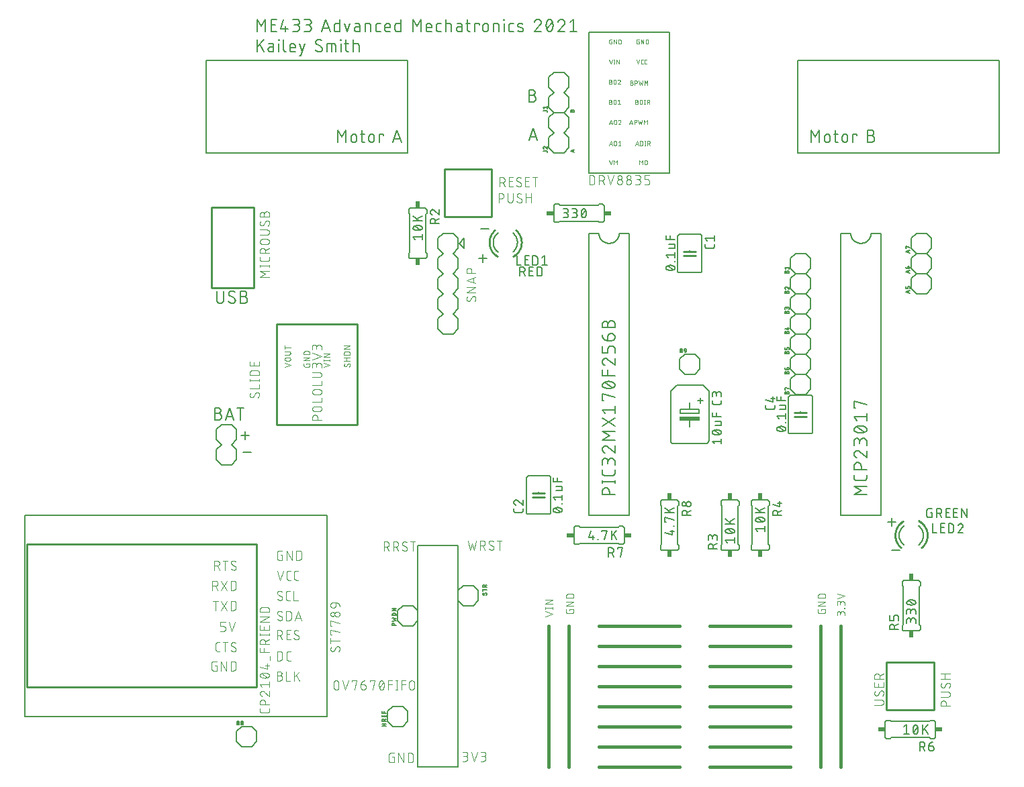
<source format=gto>
G04 EAGLE Gerber RS-274X export*
G75*
%MOMM*%
%FSLAX34Y34*%
%LPD*%
%INTop Silkscreen*%
%IPPOS*%
%AMOC8*
5,1,8,0,0,1.08239X$1,22.5*%
G01*
%ADD10C,0.152400*%
%ADD11C,0.406400*%
%ADD12C,0.076200*%
%ADD13C,0.127000*%
%ADD14C,0.177800*%
%ADD15C,0.254000*%
%ADD16C,0.101600*%
%ADD17C,0.203200*%
%ADD18R,0.863600X0.609600*%
%ADD19R,0.609600X0.863600*%
%ADD20R,2.540000X0.508000*%
%ADD21C,0.050800*%


D10*
X0Y812800D02*
X0Y929640D01*
X254000Y929640D01*
X254000Y812800D01*
X0Y812800D01*
X745490Y812800D02*
X745490Y929640D01*
X999490Y929640D01*
X999490Y812800D01*
X745490Y812800D01*
D11*
X596900Y215900D02*
X495300Y215900D01*
X635000Y215900D02*
X736600Y215900D01*
X596900Y190500D02*
X495300Y190500D01*
X635000Y190500D02*
X736600Y190500D01*
X596900Y165100D02*
X495300Y165100D01*
X635000Y165100D02*
X736600Y165100D01*
X596900Y139700D02*
X495300Y139700D01*
X495300Y114300D02*
X596900Y114300D01*
X596900Y88900D02*
X495300Y88900D01*
X495300Y63500D02*
X596900Y63500D01*
X596900Y38100D02*
X495300Y38100D01*
X635000Y139700D02*
X736600Y139700D01*
X736600Y114300D02*
X635000Y114300D01*
X635000Y88900D02*
X736600Y88900D01*
X736600Y63500D02*
X635000Y63500D01*
X635000Y38100D02*
X736600Y38100D01*
X774700Y38100D02*
X774700Y215900D01*
X800100Y215900D02*
X800100Y38100D01*
X431800Y38100D02*
X431800Y215900D01*
X457200Y215900D02*
X457200Y38100D01*
D12*
X804799Y228981D02*
X804799Y231592D01*
X804797Y231693D01*
X804791Y231794D01*
X804781Y231895D01*
X804768Y231995D01*
X804750Y232095D01*
X804729Y232194D01*
X804703Y232292D01*
X804674Y232389D01*
X804642Y232485D01*
X804605Y232579D01*
X804565Y232672D01*
X804521Y232764D01*
X804474Y232853D01*
X804423Y232941D01*
X804369Y233027D01*
X804312Y233110D01*
X804252Y233192D01*
X804188Y233270D01*
X804122Y233347D01*
X804052Y233420D01*
X803980Y233491D01*
X803905Y233559D01*
X803827Y233624D01*
X803747Y233686D01*
X803665Y233745D01*
X803580Y233801D01*
X803494Y233853D01*
X803405Y233902D01*
X803314Y233948D01*
X803222Y233989D01*
X803128Y234028D01*
X803033Y234062D01*
X802937Y234093D01*
X802839Y234120D01*
X802741Y234144D01*
X802641Y234163D01*
X802541Y234179D01*
X802441Y234191D01*
X802340Y234199D01*
X802239Y234203D01*
X802137Y234203D01*
X802036Y234199D01*
X801935Y234191D01*
X801835Y234179D01*
X801735Y234163D01*
X801635Y234144D01*
X801537Y234120D01*
X801439Y234093D01*
X801343Y234062D01*
X801248Y234028D01*
X801154Y233989D01*
X801062Y233948D01*
X800971Y233902D01*
X800883Y233853D01*
X800796Y233801D01*
X800711Y233745D01*
X800629Y233686D01*
X800549Y233624D01*
X800471Y233559D01*
X800396Y233491D01*
X800324Y233420D01*
X800254Y233347D01*
X800188Y233270D01*
X800124Y233192D01*
X800064Y233110D01*
X800007Y233027D01*
X799953Y232941D01*
X799902Y232853D01*
X799855Y232764D01*
X799811Y232672D01*
X799771Y232579D01*
X799734Y232485D01*
X799702Y232389D01*
X799673Y232292D01*
X799647Y232194D01*
X799626Y232095D01*
X799608Y231995D01*
X799595Y231895D01*
X799585Y231794D01*
X799579Y231693D01*
X799577Y231592D01*
X795401Y232114D02*
X795401Y228981D01*
X795401Y232114D02*
X795403Y232204D01*
X795409Y232293D01*
X795418Y232383D01*
X795432Y232472D01*
X795449Y232560D01*
X795470Y232647D01*
X795495Y232734D01*
X795524Y232819D01*
X795556Y232903D01*
X795591Y232985D01*
X795631Y233066D01*
X795673Y233145D01*
X795719Y233222D01*
X795769Y233297D01*
X795821Y233370D01*
X795877Y233441D01*
X795935Y233509D01*
X795997Y233574D01*
X796061Y233637D01*
X796128Y233697D01*
X796197Y233754D01*
X796269Y233808D01*
X796343Y233859D01*
X796419Y233907D01*
X796497Y233951D01*
X796577Y233992D01*
X796659Y234030D01*
X796742Y234064D01*
X796827Y234094D01*
X796913Y234121D01*
X796999Y234144D01*
X797087Y234163D01*
X797176Y234178D01*
X797265Y234190D01*
X797354Y234198D01*
X797444Y234202D01*
X797534Y234202D01*
X797624Y234198D01*
X797713Y234190D01*
X797802Y234178D01*
X797891Y234163D01*
X797979Y234144D01*
X798065Y234121D01*
X798151Y234094D01*
X798236Y234064D01*
X798319Y234030D01*
X798401Y233992D01*
X798481Y233951D01*
X798559Y233907D01*
X798635Y233859D01*
X798709Y233808D01*
X798781Y233754D01*
X798850Y233697D01*
X798917Y233637D01*
X798981Y233574D01*
X799043Y233509D01*
X799101Y233441D01*
X799157Y233370D01*
X799209Y233297D01*
X799259Y233222D01*
X799305Y233145D01*
X799347Y233066D01*
X799387Y232985D01*
X799422Y232903D01*
X799454Y232819D01*
X799483Y232734D01*
X799508Y232647D01*
X799529Y232560D01*
X799546Y232472D01*
X799560Y232383D01*
X799569Y232293D01*
X799575Y232204D01*
X799577Y232114D01*
X799578Y232114D02*
X799578Y230025D01*
X804277Y237731D02*
X804799Y237731D01*
X804277Y237731D02*
X804277Y238253D01*
X804799Y238253D01*
X804799Y237731D01*
X804799Y241783D02*
X804799Y244393D01*
X804797Y244494D01*
X804791Y244595D01*
X804781Y244696D01*
X804768Y244796D01*
X804750Y244896D01*
X804729Y244995D01*
X804703Y245093D01*
X804674Y245190D01*
X804642Y245286D01*
X804605Y245380D01*
X804565Y245473D01*
X804521Y245565D01*
X804474Y245654D01*
X804423Y245742D01*
X804369Y245828D01*
X804312Y245911D01*
X804252Y245993D01*
X804188Y246071D01*
X804122Y246148D01*
X804052Y246221D01*
X803980Y246292D01*
X803905Y246360D01*
X803827Y246425D01*
X803747Y246487D01*
X803665Y246546D01*
X803580Y246602D01*
X803494Y246654D01*
X803405Y246703D01*
X803314Y246749D01*
X803222Y246790D01*
X803128Y246829D01*
X803033Y246863D01*
X802937Y246894D01*
X802839Y246921D01*
X802741Y246945D01*
X802641Y246964D01*
X802541Y246980D01*
X802441Y246992D01*
X802340Y247000D01*
X802239Y247004D01*
X802137Y247004D01*
X802036Y247000D01*
X801935Y246992D01*
X801835Y246980D01*
X801735Y246964D01*
X801635Y246945D01*
X801537Y246921D01*
X801439Y246894D01*
X801343Y246863D01*
X801248Y246829D01*
X801154Y246790D01*
X801062Y246749D01*
X800971Y246703D01*
X800883Y246654D01*
X800796Y246602D01*
X800711Y246546D01*
X800629Y246487D01*
X800549Y246425D01*
X800471Y246360D01*
X800396Y246292D01*
X800324Y246221D01*
X800254Y246148D01*
X800188Y246071D01*
X800124Y245993D01*
X800064Y245911D01*
X800007Y245828D01*
X799953Y245742D01*
X799902Y245654D01*
X799855Y245565D01*
X799811Y245473D01*
X799771Y245380D01*
X799734Y245286D01*
X799702Y245190D01*
X799673Y245093D01*
X799647Y244995D01*
X799626Y244896D01*
X799608Y244796D01*
X799595Y244696D01*
X799585Y244595D01*
X799579Y244494D01*
X799577Y244393D01*
X795401Y244915D02*
X795401Y241783D01*
X795401Y244915D02*
X795403Y245005D01*
X795409Y245094D01*
X795418Y245184D01*
X795432Y245273D01*
X795449Y245361D01*
X795470Y245448D01*
X795495Y245535D01*
X795524Y245620D01*
X795556Y245704D01*
X795591Y245786D01*
X795631Y245867D01*
X795673Y245946D01*
X795719Y246023D01*
X795769Y246098D01*
X795821Y246171D01*
X795877Y246242D01*
X795935Y246310D01*
X795997Y246375D01*
X796061Y246438D01*
X796128Y246498D01*
X796197Y246555D01*
X796269Y246609D01*
X796343Y246660D01*
X796419Y246708D01*
X796497Y246752D01*
X796577Y246793D01*
X796659Y246831D01*
X796742Y246865D01*
X796827Y246895D01*
X796913Y246922D01*
X796999Y246945D01*
X797087Y246964D01*
X797176Y246979D01*
X797265Y246991D01*
X797354Y246999D01*
X797444Y247003D01*
X797534Y247003D01*
X797624Y246999D01*
X797713Y246991D01*
X797802Y246979D01*
X797891Y246964D01*
X797979Y246945D01*
X798065Y246922D01*
X798151Y246895D01*
X798236Y246865D01*
X798319Y246831D01*
X798401Y246793D01*
X798481Y246752D01*
X798559Y246708D01*
X798635Y246660D01*
X798709Y246609D01*
X798781Y246555D01*
X798850Y246498D01*
X798917Y246438D01*
X798981Y246375D01*
X799043Y246310D01*
X799101Y246242D01*
X799157Y246171D01*
X799209Y246098D01*
X799259Y246023D01*
X799305Y245946D01*
X799347Y245867D01*
X799387Y245786D01*
X799422Y245704D01*
X799454Y245620D01*
X799483Y245535D01*
X799508Y245448D01*
X799529Y245361D01*
X799546Y245273D01*
X799560Y245184D01*
X799569Y245094D01*
X799575Y245005D01*
X799577Y244915D01*
X799578Y244915D02*
X799578Y242827D01*
X795401Y250404D02*
X804799Y253537D01*
X795401Y256670D01*
X436499Y230844D02*
X427101Y227711D01*
X427101Y233976D02*
X436499Y230844D01*
X436499Y238159D02*
X427101Y238159D01*
X436499Y237115D02*
X436499Y239203D01*
X427101Y239203D02*
X427101Y237115D01*
X427101Y243168D02*
X436499Y243168D01*
X436499Y248389D02*
X427101Y243168D01*
X427101Y248389D02*
X436499Y248389D01*
X457948Y236652D02*
X457948Y235085D01*
X457948Y236652D02*
X463169Y236652D01*
X463169Y233519D01*
X463167Y233430D01*
X463161Y233342D01*
X463152Y233254D01*
X463139Y233166D01*
X463122Y233079D01*
X463102Y232993D01*
X463077Y232908D01*
X463050Y232823D01*
X463018Y232740D01*
X462984Y232659D01*
X462945Y232579D01*
X462904Y232501D01*
X462859Y232424D01*
X462811Y232350D01*
X462760Y232277D01*
X462706Y232207D01*
X462648Y232140D01*
X462588Y232074D01*
X462526Y232012D01*
X462460Y231952D01*
X462393Y231894D01*
X462323Y231840D01*
X462250Y231789D01*
X462176Y231741D01*
X462099Y231696D01*
X462021Y231655D01*
X461941Y231616D01*
X461860Y231582D01*
X461777Y231550D01*
X461692Y231523D01*
X461607Y231498D01*
X461521Y231478D01*
X461434Y231461D01*
X461346Y231448D01*
X461258Y231439D01*
X461170Y231433D01*
X461081Y231431D01*
X455859Y231431D01*
X455859Y231430D02*
X455768Y231432D01*
X455677Y231438D01*
X455586Y231448D01*
X455496Y231462D01*
X455407Y231480D01*
X455318Y231501D01*
X455231Y231527D01*
X455145Y231556D01*
X455060Y231589D01*
X454976Y231626D01*
X454894Y231666D01*
X454815Y231710D01*
X454737Y231757D01*
X454661Y231808D01*
X454587Y231862D01*
X454516Y231919D01*
X454448Y231979D01*
X454382Y232042D01*
X454319Y232108D01*
X454259Y232176D01*
X454202Y232247D01*
X454148Y232321D01*
X454097Y232397D01*
X454050Y232474D01*
X454006Y232554D01*
X453966Y232636D01*
X453929Y232720D01*
X453896Y232804D01*
X453867Y232891D01*
X453841Y232978D01*
X453820Y233067D01*
X453802Y233156D01*
X453788Y233246D01*
X453778Y233337D01*
X453772Y233428D01*
X453770Y233519D01*
X453771Y233519D02*
X453771Y236652D01*
X453771Y241184D02*
X463169Y241184D01*
X463169Y246405D02*
X453771Y241184D01*
X453771Y246405D02*
X463169Y246405D01*
X463169Y250938D02*
X453771Y250938D01*
X453771Y253548D01*
X453773Y253648D01*
X453779Y253748D01*
X453788Y253847D01*
X453802Y253947D01*
X453819Y254045D01*
X453840Y254143D01*
X453864Y254240D01*
X453893Y254336D01*
X453925Y254431D01*
X453960Y254524D01*
X453999Y254616D01*
X454042Y254707D01*
X454088Y254795D01*
X454138Y254882D01*
X454190Y254967D01*
X454246Y255050D01*
X454305Y255131D01*
X454368Y255209D01*
X454433Y255285D01*
X454501Y255359D01*
X454571Y255429D01*
X454645Y255497D01*
X454721Y255562D01*
X454799Y255625D01*
X454880Y255684D01*
X454963Y255740D01*
X455048Y255792D01*
X455135Y255842D01*
X455223Y255888D01*
X455314Y255931D01*
X455406Y255970D01*
X455499Y256005D01*
X455594Y256037D01*
X455690Y256066D01*
X455787Y256090D01*
X455885Y256111D01*
X455983Y256128D01*
X456083Y256142D01*
X456182Y256151D01*
X456282Y256157D01*
X456382Y256159D01*
X460558Y256159D01*
X460658Y256157D01*
X460758Y256151D01*
X460857Y256142D01*
X460957Y256128D01*
X461055Y256111D01*
X461153Y256090D01*
X461250Y256066D01*
X461346Y256037D01*
X461441Y256005D01*
X461534Y255970D01*
X461626Y255931D01*
X461717Y255888D01*
X461805Y255842D01*
X461892Y255792D01*
X461977Y255740D01*
X462060Y255684D01*
X462141Y255625D01*
X462219Y255562D01*
X462295Y255497D01*
X462369Y255429D01*
X462439Y255359D01*
X462507Y255285D01*
X462572Y255209D01*
X462635Y255131D01*
X462694Y255050D01*
X462750Y254967D01*
X462802Y254882D01*
X462852Y254795D01*
X462898Y254707D01*
X462941Y254616D01*
X462980Y254524D01*
X463015Y254431D01*
X463047Y254336D01*
X463076Y254240D01*
X463100Y254143D01*
X463121Y254045D01*
X463138Y253947D01*
X463152Y253847D01*
X463161Y253748D01*
X463167Y253648D01*
X463169Y253548D01*
X463169Y250938D01*
X775448Y236652D02*
X775448Y235085D01*
X775448Y236652D02*
X780669Y236652D01*
X780669Y233519D01*
X780667Y233430D01*
X780661Y233342D01*
X780652Y233254D01*
X780639Y233166D01*
X780622Y233079D01*
X780602Y232993D01*
X780577Y232908D01*
X780550Y232823D01*
X780518Y232740D01*
X780484Y232659D01*
X780445Y232579D01*
X780404Y232501D01*
X780359Y232424D01*
X780311Y232350D01*
X780260Y232277D01*
X780206Y232207D01*
X780148Y232140D01*
X780088Y232074D01*
X780026Y232012D01*
X779960Y231952D01*
X779893Y231894D01*
X779823Y231840D01*
X779750Y231789D01*
X779676Y231741D01*
X779599Y231696D01*
X779521Y231655D01*
X779441Y231616D01*
X779360Y231582D01*
X779277Y231550D01*
X779192Y231523D01*
X779107Y231498D01*
X779021Y231478D01*
X778934Y231461D01*
X778846Y231448D01*
X778758Y231439D01*
X778670Y231433D01*
X778581Y231431D01*
X773359Y231431D01*
X773359Y231430D02*
X773268Y231432D01*
X773177Y231438D01*
X773086Y231448D01*
X772996Y231462D01*
X772907Y231480D01*
X772818Y231501D01*
X772731Y231527D01*
X772645Y231556D01*
X772560Y231589D01*
X772476Y231626D01*
X772394Y231666D01*
X772315Y231710D01*
X772237Y231757D01*
X772161Y231808D01*
X772087Y231862D01*
X772016Y231919D01*
X771948Y231979D01*
X771882Y232042D01*
X771819Y232108D01*
X771759Y232176D01*
X771702Y232247D01*
X771648Y232321D01*
X771597Y232397D01*
X771550Y232474D01*
X771506Y232554D01*
X771466Y232636D01*
X771429Y232720D01*
X771396Y232804D01*
X771367Y232891D01*
X771341Y232978D01*
X771320Y233067D01*
X771302Y233156D01*
X771288Y233246D01*
X771278Y233337D01*
X771272Y233428D01*
X771270Y233519D01*
X771271Y233519D02*
X771271Y236652D01*
X771271Y241184D02*
X780669Y241184D01*
X780669Y246405D02*
X771271Y241184D01*
X771271Y246405D02*
X780669Y246405D01*
X780669Y250938D02*
X771271Y250938D01*
X771271Y253548D01*
X771273Y253648D01*
X771279Y253748D01*
X771288Y253847D01*
X771302Y253947D01*
X771319Y254045D01*
X771340Y254143D01*
X771364Y254240D01*
X771393Y254336D01*
X771425Y254431D01*
X771460Y254524D01*
X771499Y254616D01*
X771542Y254707D01*
X771588Y254795D01*
X771638Y254882D01*
X771690Y254967D01*
X771746Y255050D01*
X771805Y255131D01*
X771868Y255209D01*
X771933Y255285D01*
X772001Y255359D01*
X772071Y255429D01*
X772145Y255497D01*
X772221Y255562D01*
X772299Y255625D01*
X772380Y255684D01*
X772463Y255740D01*
X772548Y255792D01*
X772635Y255842D01*
X772723Y255888D01*
X772814Y255931D01*
X772906Y255970D01*
X772999Y256005D01*
X773094Y256037D01*
X773190Y256066D01*
X773287Y256090D01*
X773385Y256111D01*
X773483Y256128D01*
X773583Y256142D01*
X773682Y256151D01*
X773782Y256157D01*
X773882Y256159D01*
X778058Y256159D01*
X778158Y256157D01*
X778258Y256151D01*
X778357Y256142D01*
X778457Y256128D01*
X778555Y256111D01*
X778653Y256090D01*
X778750Y256066D01*
X778846Y256037D01*
X778941Y256005D01*
X779034Y255970D01*
X779126Y255931D01*
X779217Y255888D01*
X779305Y255842D01*
X779392Y255792D01*
X779477Y255740D01*
X779560Y255684D01*
X779641Y255625D01*
X779719Y255562D01*
X779795Y255497D01*
X779869Y255429D01*
X779939Y255359D01*
X780007Y255285D01*
X780072Y255209D01*
X780135Y255131D01*
X780194Y255050D01*
X780250Y254967D01*
X780302Y254882D01*
X780352Y254795D01*
X780398Y254707D01*
X780441Y254616D01*
X780480Y254524D01*
X780515Y254431D01*
X780547Y254336D01*
X780576Y254240D01*
X780600Y254143D01*
X780621Y254045D01*
X780638Y253947D01*
X780652Y253847D01*
X780661Y253748D01*
X780667Y253648D01*
X780669Y253548D01*
X780669Y250938D01*
D13*
X165735Y826135D02*
X165735Y841629D01*
X170900Y833021D01*
X176064Y841629D01*
X176064Y826135D01*
X182818Y829578D02*
X182818Y833021D01*
X182820Y833137D01*
X182826Y833253D01*
X182836Y833369D01*
X182849Y833485D01*
X182867Y833600D01*
X182888Y833714D01*
X182914Y833828D01*
X182943Y833940D01*
X182976Y834052D01*
X183013Y834162D01*
X183053Y834271D01*
X183097Y834379D01*
X183145Y834485D01*
X183196Y834589D01*
X183251Y834692D01*
X183309Y834793D01*
X183370Y834891D01*
X183435Y834988D01*
X183503Y835082D01*
X183574Y835174D01*
X183649Y835264D01*
X183726Y835351D01*
X183806Y835435D01*
X183889Y835516D01*
X183975Y835595D01*
X184063Y835671D01*
X184154Y835744D01*
X184247Y835813D01*
X184342Y835880D01*
X184440Y835943D01*
X184540Y836003D01*
X184641Y836059D01*
X184745Y836112D01*
X184850Y836162D01*
X184957Y836207D01*
X185065Y836250D01*
X185175Y836288D01*
X185286Y836323D01*
X185398Y836354D01*
X185511Y836381D01*
X185625Y836405D01*
X185740Y836424D01*
X185855Y836440D01*
X185971Y836452D01*
X186087Y836460D01*
X186203Y836464D01*
X186319Y836464D01*
X186435Y836460D01*
X186551Y836452D01*
X186667Y836440D01*
X186782Y836424D01*
X186897Y836405D01*
X187011Y836381D01*
X187124Y836354D01*
X187236Y836323D01*
X187347Y836288D01*
X187457Y836250D01*
X187565Y836207D01*
X187672Y836162D01*
X187777Y836112D01*
X187881Y836059D01*
X187983Y836003D01*
X188082Y835943D01*
X188180Y835880D01*
X188275Y835813D01*
X188368Y835744D01*
X188459Y835671D01*
X188547Y835595D01*
X188633Y835516D01*
X188716Y835435D01*
X188796Y835351D01*
X188873Y835264D01*
X188948Y835174D01*
X189019Y835082D01*
X189087Y834988D01*
X189152Y834891D01*
X189213Y834793D01*
X189271Y834692D01*
X189326Y834589D01*
X189377Y834485D01*
X189425Y834379D01*
X189469Y834271D01*
X189509Y834162D01*
X189546Y834052D01*
X189579Y833940D01*
X189608Y833828D01*
X189634Y833714D01*
X189655Y833600D01*
X189673Y833485D01*
X189686Y833369D01*
X189696Y833253D01*
X189702Y833137D01*
X189704Y833021D01*
X189704Y829578D01*
X189702Y829462D01*
X189696Y829346D01*
X189686Y829230D01*
X189673Y829114D01*
X189655Y828999D01*
X189634Y828885D01*
X189608Y828771D01*
X189579Y828659D01*
X189546Y828547D01*
X189509Y828437D01*
X189469Y828328D01*
X189425Y828220D01*
X189377Y828114D01*
X189326Y828010D01*
X189271Y827907D01*
X189213Y827806D01*
X189152Y827708D01*
X189087Y827611D01*
X189019Y827517D01*
X188948Y827425D01*
X188873Y827335D01*
X188796Y827248D01*
X188716Y827164D01*
X188633Y827083D01*
X188547Y827004D01*
X188459Y826928D01*
X188368Y826855D01*
X188275Y826786D01*
X188180Y826719D01*
X188082Y826656D01*
X187982Y826596D01*
X187881Y826540D01*
X187777Y826487D01*
X187672Y826437D01*
X187565Y826392D01*
X187457Y826349D01*
X187347Y826311D01*
X187236Y826276D01*
X187124Y826245D01*
X187011Y826218D01*
X186897Y826194D01*
X186782Y826175D01*
X186667Y826159D01*
X186551Y826147D01*
X186435Y826139D01*
X186319Y826135D01*
X186203Y826135D01*
X186087Y826139D01*
X185971Y826147D01*
X185855Y826159D01*
X185740Y826175D01*
X185625Y826194D01*
X185511Y826218D01*
X185398Y826245D01*
X185286Y826276D01*
X185175Y826311D01*
X185065Y826349D01*
X184957Y826392D01*
X184850Y826437D01*
X184745Y826487D01*
X184641Y826540D01*
X184540Y826596D01*
X184440Y826656D01*
X184342Y826719D01*
X184247Y826786D01*
X184154Y826855D01*
X184063Y826928D01*
X183975Y827004D01*
X183889Y827083D01*
X183806Y827164D01*
X183726Y827248D01*
X183649Y827335D01*
X183574Y827425D01*
X183503Y827517D01*
X183435Y827611D01*
X183370Y827708D01*
X183309Y827806D01*
X183251Y827907D01*
X183196Y828010D01*
X183145Y828114D01*
X183097Y828220D01*
X183053Y828328D01*
X183013Y828437D01*
X182976Y828547D01*
X182943Y828659D01*
X182914Y828771D01*
X182888Y828885D01*
X182867Y828999D01*
X182849Y829114D01*
X182836Y829230D01*
X182826Y829346D01*
X182820Y829462D01*
X182818Y829578D01*
X194472Y836464D02*
X199637Y836464D01*
X196194Y841629D02*
X196194Y828717D01*
X196196Y828618D01*
X196202Y828519D01*
X196211Y828421D01*
X196224Y828323D01*
X196241Y828225D01*
X196262Y828129D01*
X196286Y828033D01*
X196314Y827938D01*
X196346Y827844D01*
X196381Y827752D01*
X196420Y827661D01*
X196462Y827571D01*
X196508Y827484D01*
X196557Y827398D01*
X196609Y827313D01*
X196664Y827232D01*
X196723Y827152D01*
X196784Y827074D01*
X196848Y826999D01*
X196916Y826927D01*
X196986Y826857D01*
X197058Y826789D01*
X197133Y826725D01*
X197211Y826664D01*
X197291Y826605D01*
X197373Y826550D01*
X197457Y826498D01*
X197543Y826449D01*
X197630Y826403D01*
X197720Y826361D01*
X197811Y826322D01*
X197903Y826287D01*
X197997Y826255D01*
X198092Y826227D01*
X198188Y826203D01*
X198284Y826182D01*
X198382Y826165D01*
X198480Y826152D01*
X198578Y826143D01*
X198677Y826137D01*
X198776Y826135D01*
X199637Y826135D01*
X205116Y829578D02*
X205116Y833021D01*
X205117Y833021D02*
X205119Y833137D01*
X205125Y833253D01*
X205135Y833369D01*
X205148Y833485D01*
X205166Y833600D01*
X205187Y833714D01*
X205213Y833828D01*
X205242Y833940D01*
X205275Y834052D01*
X205312Y834162D01*
X205352Y834271D01*
X205396Y834379D01*
X205444Y834485D01*
X205495Y834589D01*
X205550Y834692D01*
X205608Y834793D01*
X205669Y834891D01*
X205734Y834988D01*
X205802Y835082D01*
X205873Y835174D01*
X205948Y835264D01*
X206025Y835351D01*
X206105Y835435D01*
X206188Y835516D01*
X206274Y835595D01*
X206362Y835671D01*
X206453Y835744D01*
X206546Y835813D01*
X206641Y835880D01*
X206739Y835943D01*
X206839Y836003D01*
X206940Y836059D01*
X207044Y836112D01*
X207149Y836162D01*
X207256Y836207D01*
X207364Y836250D01*
X207474Y836288D01*
X207585Y836323D01*
X207697Y836354D01*
X207810Y836381D01*
X207924Y836405D01*
X208039Y836424D01*
X208154Y836440D01*
X208270Y836452D01*
X208386Y836460D01*
X208502Y836464D01*
X208618Y836464D01*
X208734Y836460D01*
X208850Y836452D01*
X208966Y836440D01*
X209081Y836424D01*
X209196Y836405D01*
X209310Y836381D01*
X209423Y836354D01*
X209535Y836323D01*
X209646Y836288D01*
X209756Y836250D01*
X209864Y836207D01*
X209971Y836162D01*
X210076Y836112D01*
X210180Y836059D01*
X210282Y836003D01*
X210381Y835943D01*
X210479Y835880D01*
X210574Y835813D01*
X210667Y835744D01*
X210758Y835671D01*
X210846Y835595D01*
X210932Y835516D01*
X211015Y835435D01*
X211095Y835351D01*
X211172Y835264D01*
X211247Y835174D01*
X211318Y835082D01*
X211386Y834988D01*
X211451Y834891D01*
X211512Y834793D01*
X211570Y834692D01*
X211625Y834589D01*
X211676Y834485D01*
X211724Y834379D01*
X211768Y834271D01*
X211808Y834162D01*
X211845Y834052D01*
X211878Y833940D01*
X211907Y833828D01*
X211933Y833714D01*
X211954Y833600D01*
X211972Y833485D01*
X211985Y833369D01*
X211995Y833253D01*
X212001Y833137D01*
X212003Y833021D01*
X212003Y829578D01*
X212001Y829462D01*
X211995Y829346D01*
X211985Y829230D01*
X211972Y829114D01*
X211954Y828999D01*
X211933Y828885D01*
X211907Y828771D01*
X211878Y828659D01*
X211845Y828547D01*
X211808Y828437D01*
X211768Y828328D01*
X211724Y828220D01*
X211676Y828114D01*
X211625Y828010D01*
X211570Y827907D01*
X211512Y827806D01*
X211451Y827708D01*
X211386Y827611D01*
X211318Y827517D01*
X211247Y827425D01*
X211172Y827335D01*
X211095Y827248D01*
X211015Y827164D01*
X210932Y827083D01*
X210846Y827004D01*
X210758Y826928D01*
X210667Y826855D01*
X210574Y826786D01*
X210479Y826719D01*
X210381Y826656D01*
X210281Y826596D01*
X210180Y826540D01*
X210076Y826487D01*
X209971Y826437D01*
X209864Y826392D01*
X209756Y826349D01*
X209646Y826311D01*
X209535Y826276D01*
X209423Y826245D01*
X209310Y826218D01*
X209196Y826194D01*
X209081Y826175D01*
X208966Y826159D01*
X208850Y826147D01*
X208734Y826139D01*
X208618Y826135D01*
X208502Y826135D01*
X208386Y826139D01*
X208270Y826147D01*
X208154Y826159D01*
X208039Y826175D01*
X207924Y826194D01*
X207810Y826218D01*
X207697Y826245D01*
X207585Y826276D01*
X207474Y826311D01*
X207364Y826349D01*
X207256Y826392D01*
X207149Y826437D01*
X207044Y826487D01*
X206940Y826540D01*
X206839Y826596D01*
X206739Y826656D01*
X206641Y826719D01*
X206546Y826786D01*
X206453Y826855D01*
X206362Y826928D01*
X206274Y827004D01*
X206188Y827083D01*
X206105Y827164D01*
X206025Y827248D01*
X205948Y827335D01*
X205873Y827425D01*
X205802Y827517D01*
X205734Y827611D01*
X205669Y827708D01*
X205608Y827806D01*
X205550Y827907D01*
X205495Y828010D01*
X205444Y828114D01*
X205396Y828220D01*
X205352Y828328D01*
X205312Y828437D01*
X205275Y828547D01*
X205242Y828659D01*
X205213Y828771D01*
X205187Y828885D01*
X205166Y828999D01*
X205148Y829114D01*
X205135Y829230D01*
X205125Y829346D01*
X205119Y829462D01*
X205117Y829578D01*
X218574Y826135D02*
X218574Y836464D01*
X223739Y836464D01*
X223739Y834743D01*
X235604Y826135D02*
X240769Y841629D01*
X245933Y826135D01*
X244642Y830009D02*
X236895Y830009D01*
X762635Y826135D02*
X762635Y841629D01*
X767800Y833021D01*
X772964Y841629D01*
X772964Y826135D01*
X779718Y829578D02*
X779718Y833021D01*
X779720Y833137D01*
X779726Y833253D01*
X779736Y833369D01*
X779749Y833485D01*
X779767Y833600D01*
X779788Y833714D01*
X779814Y833828D01*
X779843Y833940D01*
X779876Y834052D01*
X779913Y834162D01*
X779953Y834271D01*
X779997Y834379D01*
X780045Y834485D01*
X780096Y834589D01*
X780151Y834692D01*
X780209Y834793D01*
X780270Y834891D01*
X780335Y834988D01*
X780403Y835082D01*
X780474Y835174D01*
X780549Y835264D01*
X780626Y835351D01*
X780706Y835435D01*
X780789Y835516D01*
X780875Y835595D01*
X780963Y835671D01*
X781054Y835744D01*
X781147Y835813D01*
X781242Y835880D01*
X781340Y835943D01*
X781440Y836003D01*
X781541Y836059D01*
X781645Y836112D01*
X781750Y836162D01*
X781857Y836207D01*
X781965Y836250D01*
X782075Y836288D01*
X782186Y836323D01*
X782298Y836354D01*
X782411Y836381D01*
X782525Y836405D01*
X782640Y836424D01*
X782755Y836440D01*
X782871Y836452D01*
X782987Y836460D01*
X783103Y836464D01*
X783219Y836464D01*
X783335Y836460D01*
X783451Y836452D01*
X783567Y836440D01*
X783682Y836424D01*
X783797Y836405D01*
X783911Y836381D01*
X784024Y836354D01*
X784136Y836323D01*
X784247Y836288D01*
X784357Y836250D01*
X784465Y836207D01*
X784572Y836162D01*
X784677Y836112D01*
X784781Y836059D01*
X784883Y836003D01*
X784982Y835943D01*
X785080Y835880D01*
X785175Y835813D01*
X785268Y835744D01*
X785359Y835671D01*
X785447Y835595D01*
X785533Y835516D01*
X785616Y835435D01*
X785696Y835351D01*
X785773Y835264D01*
X785848Y835174D01*
X785919Y835082D01*
X785987Y834988D01*
X786052Y834891D01*
X786113Y834793D01*
X786171Y834692D01*
X786226Y834589D01*
X786277Y834485D01*
X786325Y834379D01*
X786369Y834271D01*
X786409Y834162D01*
X786446Y834052D01*
X786479Y833940D01*
X786508Y833828D01*
X786534Y833714D01*
X786555Y833600D01*
X786573Y833485D01*
X786586Y833369D01*
X786596Y833253D01*
X786602Y833137D01*
X786604Y833021D01*
X786604Y829578D01*
X786602Y829462D01*
X786596Y829346D01*
X786586Y829230D01*
X786573Y829114D01*
X786555Y828999D01*
X786534Y828885D01*
X786508Y828771D01*
X786479Y828659D01*
X786446Y828547D01*
X786409Y828437D01*
X786369Y828328D01*
X786325Y828220D01*
X786277Y828114D01*
X786226Y828010D01*
X786171Y827907D01*
X786113Y827806D01*
X786052Y827708D01*
X785987Y827611D01*
X785919Y827517D01*
X785848Y827425D01*
X785773Y827335D01*
X785696Y827248D01*
X785616Y827164D01*
X785533Y827083D01*
X785447Y827004D01*
X785359Y826928D01*
X785268Y826855D01*
X785175Y826786D01*
X785080Y826719D01*
X784982Y826656D01*
X784883Y826596D01*
X784781Y826540D01*
X784677Y826487D01*
X784572Y826437D01*
X784465Y826392D01*
X784357Y826349D01*
X784247Y826311D01*
X784136Y826276D01*
X784024Y826245D01*
X783911Y826218D01*
X783797Y826194D01*
X783682Y826175D01*
X783567Y826159D01*
X783451Y826147D01*
X783335Y826139D01*
X783219Y826135D01*
X783103Y826135D01*
X782987Y826139D01*
X782871Y826147D01*
X782755Y826159D01*
X782640Y826175D01*
X782525Y826194D01*
X782411Y826218D01*
X782298Y826245D01*
X782186Y826276D01*
X782075Y826311D01*
X781965Y826349D01*
X781857Y826392D01*
X781750Y826437D01*
X781645Y826487D01*
X781541Y826540D01*
X781440Y826596D01*
X781340Y826656D01*
X781242Y826719D01*
X781147Y826786D01*
X781054Y826855D01*
X780963Y826928D01*
X780875Y827004D01*
X780789Y827083D01*
X780706Y827164D01*
X780626Y827248D01*
X780549Y827335D01*
X780474Y827425D01*
X780403Y827517D01*
X780335Y827611D01*
X780270Y827708D01*
X780209Y827806D01*
X780151Y827907D01*
X780096Y828010D01*
X780045Y828114D01*
X779997Y828220D01*
X779953Y828328D01*
X779913Y828437D01*
X779876Y828547D01*
X779843Y828659D01*
X779814Y828771D01*
X779788Y828885D01*
X779767Y828999D01*
X779749Y829114D01*
X779736Y829230D01*
X779726Y829346D01*
X779720Y829462D01*
X779718Y829578D01*
X791372Y836464D02*
X796537Y836464D01*
X793094Y841629D02*
X793094Y828717D01*
X793096Y828618D01*
X793102Y828519D01*
X793111Y828421D01*
X793124Y828323D01*
X793141Y828225D01*
X793162Y828129D01*
X793186Y828033D01*
X793214Y827938D01*
X793246Y827844D01*
X793281Y827752D01*
X793320Y827661D01*
X793362Y827571D01*
X793408Y827484D01*
X793457Y827398D01*
X793509Y827313D01*
X793564Y827232D01*
X793623Y827152D01*
X793684Y827074D01*
X793748Y826999D01*
X793816Y826927D01*
X793886Y826857D01*
X793958Y826789D01*
X794033Y826725D01*
X794111Y826664D01*
X794191Y826605D01*
X794273Y826550D01*
X794357Y826498D01*
X794443Y826449D01*
X794530Y826403D01*
X794620Y826361D01*
X794711Y826322D01*
X794803Y826287D01*
X794897Y826255D01*
X794992Y826227D01*
X795088Y826203D01*
X795184Y826182D01*
X795282Y826165D01*
X795380Y826152D01*
X795478Y826143D01*
X795577Y826137D01*
X795676Y826135D01*
X796537Y826135D01*
X802016Y829578D02*
X802016Y833021D01*
X802017Y833021D02*
X802019Y833137D01*
X802025Y833253D01*
X802035Y833369D01*
X802048Y833485D01*
X802066Y833600D01*
X802087Y833714D01*
X802113Y833828D01*
X802142Y833940D01*
X802175Y834052D01*
X802212Y834162D01*
X802252Y834271D01*
X802296Y834379D01*
X802344Y834485D01*
X802395Y834589D01*
X802450Y834692D01*
X802508Y834793D01*
X802569Y834891D01*
X802634Y834988D01*
X802702Y835082D01*
X802773Y835174D01*
X802848Y835264D01*
X802925Y835351D01*
X803005Y835435D01*
X803088Y835516D01*
X803174Y835595D01*
X803262Y835671D01*
X803353Y835744D01*
X803446Y835813D01*
X803541Y835880D01*
X803639Y835943D01*
X803739Y836003D01*
X803840Y836059D01*
X803944Y836112D01*
X804049Y836162D01*
X804156Y836207D01*
X804264Y836250D01*
X804374Y836288D01*
X804485Y836323D01*
X804597Y836354D01*
X804710Y836381D01*
X804824Y836405D01*
X804939Y836424D01*
X805054Y836440D01*
X805170Y836452D01*
X805286Y836460D01*
X805402Y836464D01*
X805518Y836464D01*
X805634Y836460D01*
X805750Y836452D01*
X805866Y836440D01*
X805981Y836424D01*
X806096Y836405D01*
X806210Y836381D01*
X806323Y836354D01*
X806435Y836323D01*
X806546Y836288D01*
X806656Y836250D01*
X806764Y836207D01*
X806871Y836162D01*
X806976Y836112D01*
X807080Y836059D01*
X807182Y836003D01*
X807281Y835943D01*
X807379Y835880D01*
X807474Y835813D01*
X807567Y835744D01*
X807658Y835671D01*
X807746Y835595D01*
X807832Y835516D01*
X807915Y835435D01*
X807995Y835351D01*
X808072Y835264D01*
X808147Y835174D01*
X808218Y835082D01*
X808286Y834988D01*
X808351Y834891D01*
X808412Y834793D01*
X808470Y834692D01*
X808525Y834589D01*
X808576Y834485D01*
X808624Y834379D01*
X808668Y834271D01*
X808708Y834162D01*
X808745Y834052D01*
X808778Y833940D01*
X808807Y833828D01*
X808833Y833714D01*
X808854Y833600D01*
X808872Y833485D01*
X808885Y833369D01*
X808895Y833253D01*
X808901Y833137D01*
X808903Y833021D01*
X808903Y829578D01*
X808901Y829462D01*
X808895Y829346D01*
X808885Y829230D01*
X808872Y829114D01*
X808854Y828999D01*
X808833Y828885D01*
X808807Y828771D01*
X808778Y828659D01*
X808745Y828547D01*
X808708Y828437D01*
X808668Y828328D01*
X808624Y828220D01*
X808576Y828114D01*
X808525Y828010D01*
X808470Y827907D01*
X808412Y827806D01*
X808351Y827708D01*
X808286Y827611D01*
X808218Y827517D01*
X808147Y827425D01*
X808072Y827335D01*
X807995Y827248D01*
X807915Y827164D01*
X807832Y827083D01*
X807746Y827004D01*
X807658Y826928D01*
X807567Y826855D01*
X807474Y826786D01*
X807379Y826719D01*
X807281Y826656D01*
X807182Y826596D01*
X807080Y826540D01*
X806976Y826487D01*
X806871Y826437D01*
X806764Y826392D01*
X806656Y826349D01*
X806546Y826311D01*
X806435Y826276D01*
X806323Y826245D01*
X806210Y826218D01*
X806096Y826194D01*
X805981Y826175D01*
X805866Y826159D01*
X805750Y826147D01*
X805634Y826139D01*
X805518Y826135D01*
X805402Y826135D01*
X805286Y826139D01*
X805170Y826147D01*
X805054Y826159D01*
X804939Y826175D01*
X804824Y826194D01*
X804710Y826218D01*
X804597Y826245D01*
X804485Y826276D01*
X804374Y826311D01*
X804264Y826349D01*
X804156Y826392D01*
X804049Y826437D01*
X803944Y826487D01*
X803840Y826540D01*
X803739Y826596D01*
X803639Y826656D01*
X803541Y826719D01*
X803446Y826786D01*
X803353Y826855D01*
X803262Y826928D01*
X803174Y827004D01*
X803088Y827083D01*
X803005Y827164D01*
X802925Y827248D01*
X802848Y827335D01*
X802773Y827425D01*
X802702Y827517D01*
X802634Y827611D01*
X802569Y827708D01*
X802508Y827806D01*
X802450Y827907D01*
X802395Y828010D01*
X802344Y828114D01*
X802296Y828220D01*
X802252Y828328D01*
X802212Y828437D01*
X802175Y828547D01*
X802142Y828659D01*
X802113Y828771D01*
X802087Y828885D01*
X802066Y828999D01*
X802048Y829114D01*
X802035Y829230D01*
X802025Y829346D01*
X802019Y829462D01*
X802017Y829578D01*
X815474Y826135D02*
X815474Y836464D01*
X820639Y836464D01*
X820639Y834743D01*
X834057Y834743D02*
X838361Y834743D01*
X838491Y834741D01*
X838621Y834735D01*
X838751Y834725D01*
X838880Y834712D01*
X839009Y834694D01*
X839137Y834673D01*
X839264Y834647D01*
X839391Y834618D01*
X839517Y834585D01*
X839641Y834548D01*
X839765Y834508D01*
X839887Y834463D01*
X840008Y834415D01*
X840127Y834364D01*
X840245Y834309D01*
X840361Y834250D01*
X840475Y834188D01*
X840588Y834122D01*
X840698Y834053D01*
X840806Y833981D01*
X840912Y833906D01*
X841015Y833827D01*
X841116Y833745D01*
X841215Y833661D01*
X841311Y833573D01*
X841404Y833482D01*
X841495Y833389D01*
X841583Y833293D01*
X841667Y833194D01*
X841749Y833093D01*
X841828Y832990D01*
X841903Y832884D01*
X841975Y832776D01*
X842044Y832666D01*
X842110Y832553D01*
X842172Y832439D01*
X842231Y832323D01*
X842286Y832205D01*
X842337Y832086D01*
X842385Y831965D01*
X842430Y831843D01*
X842470Y831719D01*
X842507Y831595D01*
X842540Y831469D01*
X842569Y831342D01*
X842595Y831215D01*
X842616Y831087D01*
X842634Y830958D01*
X842647Y830829D01*
X842657Y830699D01*
X842663Y830569D01*
X842665Y830439D01*
X842663Y830309D01*
X842657Y830179D01*
X842647Y830049D01*
X842634Y829920D01*
X842616Y829791D01*
X842595Y829663D01*
X842569Y829536D01*
X842540Y829409D01*
X842507Y829283D01*
X842470Y829159D01*
X842430Y829035D01*
X842385Y828913D01*
X842337Y828792D01*
X842286Y828673D01*
X842231Y828555D01*
X842172Y828439D01*
X842110Y828325D01*
X842044Y828212D01*
X841975Y828102D01*
X841903Y827994D01*
X841828Y827888D01*
X841749Y827785D01*
X841667Y827684D01*
X841583Y827585D01*
X841495Y827489D01*
X841404Y827396D01*
X841311Y827305D01*
X841215Y827217D01*
X841116Y827133D01*
X841015Y827051D01*
X840912Y826972D01*
X840806Y826897D01*
X840698Y826825D01*
X840588Y826756D01*
X840475Y826690D01*
X840361Y826628D01*
X840245Y826569D01*
X840127Y826514D01*
X840008Y826463D01*
X839887Y826415D01*
X839765Y826370D01*
X839641Y826330D01*
X839517Y826293D01*
X839391Y826260D01*
X839264Y826231D01*
X839137Y826205D01*
X839009Y826184D01*
X838880Y826166D01*
X838751Y826153D01*
X838621Y826143D01*
X838491Y826137D01*
X838361Y826135D01*
X834057Y826135D01*
X834057Y841629D01*
X838361Y841629D01*
X838477Y841627D01*
X838593Y841621D01*
X838709Y841611D01*
X838825Y841598D01*
X838940Y841580D01*
X839054Y841559D01*
X839168Y841533D01*
X839280Y841504D01*
X839392Y841471D01*
X839502Y841434D01*
X839611Y841394D01*
X839719Y841350D01*
X839825Y841302D01*
X839929Y841251D01*
X840032Y841196D01*
X840133Y841138D01*
X840231Y841077D01*
X840328Y841012D01*
X840422Y840944D01*
X840514Y840873D01*
X840604Y840798D01*
X840691Y840721D01*
X840775Y840641D01*
X840856Y840558D01*
X840935Y840472D01*
X841011Y840384D01*
X841084Y840293D01*
X841153Y840200D01*
X841220Y840105D01*
X841283Y840007D01*
X841343Y839908D01*
X841399Y839806D01*
X841452Y839702D01*
X841502Y839597D01*
X841547Y839490D01*
X841590Y839382D01*
X841628Y839272D01*
X841663Y839161D01*
X841694Y839049D01*
X841721Y838936D01*
X841745Y838822D01*
X841764Y838707D01*
X841780Y838592D01*
X841792Y838476D01*
X841800Y838360D01*
X841804Y838244D01*
X841804Y838128D01*
X841800Y838012D01*
X841792Y837896D01*
X841780Y837780D01*
X841764Y837665D01*
X841745Y837550D01*
X841721Y837436D01*
X841694Y837323D01*
X841663Y837211D01*
X841628Y837100D01*
X841590Y836990D01*
X841547Y836882D01*
X841502Y836775D01*
X841452Y836670D01*
X841399Y836566D01*
X841343Y836465D01*
X841283Y836365D01*
X841220Y836267D01*
X841153Y836172D01*
X841084Y836079D01*
X841011Y835988D01*
X840935Y835900D01*
X840856Y835814D01*
X840775Y835731D01*
X840691Y835651D01*
X840604Y835574D01*
X840514Y835499D01*
X840422Y835428D01*
X840328Y835360D01*
X840231Y835295D01*
X840133Y835234D01*
X840032Y835176D01*
X839929Y835121D01*
X839825Y835070D01*
X839719Y835022D01*
X839611Y834978D01*
X839502Y834938D01*
X839392Y834901D01*
X839280Y834868D01*
X839168Y834839D01*
X839054Y834813D01*
X838940Y834792D01*
X838825Y834774D01*
X838709Y834761D01*
X838593Y834751D01*
X838477Y834745D01*
X838361Y834743D01*
X411339Y885543D02*
X407035Y885543D01*
X411339Y885543D02*
X411469Y885541D01*
X411599Y885535D01*
X411729Y885525D01*
X411858Y885512D01*
X411987Y885494D01*
X412115Y885473D01*
X412242Y885447D01*
X412369Y885418D01*
X412495Y885385D01*
X412619Y885348D01*
X412743Y885308D01*
X412865Y885263D01*
X412986Y885215D01*
X413105Y885164D01*
X413223Y885109D01*
X413339Y885050D01*
X413453Y884988D01*
X413566Y884922D01*
X413676Y884853D01*
X413784Y884781D01*
X413890Y884706D01*
X413993Y884627D01*
X414094Y884545D01*
X414193Y884461D01*
X414289Y884373D01*
X414382Y884282D01*
X414473Y884189D01*
X414561Y884093D01*
X414645Y883994D01*
X414727Y883893D01*
X414806Y883790D01*
X414881Y883684D01*
X414953Y883576D01*
X415022Y883466D01*
X415088Y883353D01*
X415150Y883239D01*
X415209Y883123D01*
X415264Y883005D01*
X415315Y882886D01*
X415363Y882765D01*
X415408Y882643D01*
X415448Y882519D01*
X415485Y882395D01*
X415518Y882269D01*
X415547Y882142D01*
X415573Y882015D01*
X415594Y881887D01*
X415612Y881758D01*
X415625Y881629D01*
X415635Y881499D01*
X415641Y881369D01*
X415643Y881239D01*
X415641Y881109D01*
X415635Y880979D01*
X415625Y880849D01*
X415612Y880720D01*
X415594Y880591D01*
X415573Y880463D01*
X415547Y880336D01*
X415518Y880209D01*
X415485Y880083D01*
X415448Y879959D01*
X415408Y879835D01*
X415363Y879713D01*
X415315Y879592D01*
X415264Y879473D01*
X415209Y879355D01*
X415150Y879239D01*
X415088Y879125D01*
X415022Y879012D01*
X414953Y878902D01*
X414881Y878794D01*
X414806Y878688D01*
X414727Y878585D01*
X414645Y878484D01*
X414561Y878385D01*
X414473Y878289D01*
X414382Y878196D01*
X414289Y878105D01*
X414193Y878017D01*
X414094Y877933D01*
X413993Y877851D01*
X413890Y877772D01*
X413784Y877697D01*
X413676Y877625D01*
X413566Y877556D01*
X413453Y877490D01*
X413339Y877428D01*
X413223Y877369D01*
X413105Y877314D01*
X412986Y877263D01*
X412865Y877215D01*
X412743Y877170D01*
X412619Y877130D01*
X412495Y877093D01*
X412369Y877060D01*
X412242Y877031D01*
X412115Y877005D01*
X411987Y876984D01*
X411858Y876966D01*
X411729Y876953D01*
X411599Y876943D01*
X411469Y876937D01*
X411339Y876935D01*
X407035Y876935D01*
X407035Y892429D01*
X411339Y892429D01*
X411455Y892427D01*
X411571Y892421D01*
X411687Y892411D01*
X411803Y892398D01*
X411918Y892380D01*
X412032Y892359D01*
X412146Y892333D01*
X412258Y892304D01*
X412370Y892271D01*
X412480Y892234D01*
X412589Y892194D01*
X412697Y892150D01*
X412803Y892102D01*
X412907Y892051D01*
X413010Y891996D01*
X413111Y891938D01*
X413209Y891877D01*
X413306Y891812D01*
X413400Y891744D01*
X413492Y891673D01*
X413582Y891598D01*
X413669Y891521D01*
X413753Y891441D01*
X413834Y891358D01*
X413913Y891272D01*
X413989Y891184D01*
X414062Y891093D01*
X414131Y891000D01*
X414198Y890905D01*
X414261Y890807D01*
X414321Y890708D01*
X414377Y890606D01*
X414430Y890502D01*
X414480Y890397D01*
X414525Y890290D01*
X414568Y890182D01*
X414606Y890072D01*
X414641Y889961D01*
X414672Y889849D01*
X414699Y889736D01*
X414723Y889622D01*
X414742Y889507D01*
X414758Y889392D01*
X414770Y889276D01*
X414778Y889160D01*
X414782Y889044D01*
X414782Y888928D01*
X414778Y888812D01*
X414770Y888696D01*
X414758Y888580D01*
X414742Y888465D01*
X414723Y888350D01*
X414699Y888236D01*
X414672Y888123D01*
X414641Y888011D01*
X414606Y887900D01*
X414568Y887790D01*
X414525Y887682D01*
X414480Y887575D01*
X414430Y887470D01*
X414377Y887366D01*
X414321Y887265D01*
X414261Y887165D01*
X414198Y887067D01*
X414131Y886972D01*
X414062Y886879D01*
X413989Y886788D01*
X413913Y886700D01*
X413834Y886614D01*
X413753Y886531D01*
X413669Y886451D01*
X413582Y886374D01*
X413492Y886299D01*
X413400Y886228D01*
X413306Y886160D01*
X413209Y886095D01*
X413111Y886034D01*
X413010Y885976D01*
X412907Y885921D01*
X412803Y885870D01*
X412697Y885822D01*
X412589Y885778D01*
X412480Y885738D01*
X412370Y885701D01*
X412258Y885668D01*
X412146Y885639D01*
X412032Y885613D01*
X411918Y885592D01*
X411803Y885574D01*
X411687Y885561D01*
X411571Y885551D01*
X411455Y885545D01*
X411339Y885543D01*
X412200Y844169D02*
X407035Y828675D01*
X417364Y828675D02*
X412200Y844169D01*
X416073Y832549D02*
X408326Y832549D01*
X64135Y965835D02*
X64135Y981329D01*
X69300Y972721D01*
X74464Y981329D01*
X74464Y965835D01*
X81871Y965835D02*
X88757Y965835D01*
X81871Y965835D02*
X81871Y981329D01*
X88757Y981329D01*
X87036Y974443D02*
X81871Y974443D01*
X94232Y969278D02*
X97675Y981329D01*
X94232Y969278D02*
X102840Y969278D01*
X100257Y972721D02*
X100257Y965835D01*
X109098Y965835D02*
X113401Y965835D01*
X113531Y965837D01*
X113661Y965843D01*
X113791Y965853D01*
X113920Y965866D01*
X114049Y965884D01*
X114177Y965905D01*
X114304Y965931D01*
X114431Y965960D01*
X114557Y965993D01*
X114681Y966030D01*
X114805Y966070D01*
X114927Y966115D01*
X115048Y966163D01*
X115167Y966214D01*
X115285Y966269D01*
X115401Y966328D01*
X115515Y966390D01*
X115628Y966456D01*
X115738Y966525D01*
X115846Y966597D01*
X115952Y966672D01*
X116055Y966751D01*
X116156Y966833D01*
X116255Y966917D01*
X116351Y967005D01*
X116444Y967096D01*
X116535Y967189D01*
X116623Y967285D01*
X116707Y967384D01*
X116789Y967485D01*
X116868Y967588D01*
X116943Y967694D01*
X117015Y967802D01*
X117084Y967912D01*
X117150Y968025D01*
X117212Y968139D01*
X117271Y968255D01*
X117326Y968373D01*
X117377Y968492D01*
X117425Y968613D01*
X117470Y968735D01*
X117510Y968859D01*
X117547Y968983D01*
X117580Y969109D01*
X117609Y969236D01*
X117635Y969363D01*
X117656Y969491D01*
X117674Y969620D01*
X117687Y969749D01*
X117697Y969879D01*
X117703Y970009D01*
X117705Y970139D01*
X117703Y970269D01*
X117697Y970399D01*
X117687Y970529D01*
X117674Y970658D01*
X117656Y970787D01*
X117635Y970915D01*
X117609Y971042D01*
X117580Y971169D01*
X117547Y971295D01*
X117510Y971419D01*
X117470Y971543D01*
X117425Y971665D01*
X117377Y971786D01*
X117326Y971905D01*
X117271Y972023D01*
X117212Y972139D01*
X117150Y972253D01*
X117084Y972366D01*
X117015Y972476D01*
X116943Y972584D01*
X116868Y972690D01*
X116789Y972793D01*
X116707Y972894D01*
X116623Y972993D01*
X116535Y973089D01*
X116444Y973182D01*
X116351Y973273D01*
X116255Y973361D01*
X116156Y973445D01*
X116055Y973527D01*
X115952Y973606D01*
X115846Y973681D01*
X115738Y973753D01*
X115628Y973822D01*
X115515Y973888D01*
X115401Y973950D01*
X115285Y974009D01*
X115167Y974064D01*
X115048Y974115D01*
X114927Y974163D01*
X114805Y974208D01*
X114681Y974248D01*
X114557Y974285D01*
X114431Y974318D01*
X114304Y974347D01*
X114177Y974373D01*
X114049Y974394D01*
X113920Y974412D01*
X113791Y974425D01*
X113661Y974435D01*
X113531Y974441D01*
X113401Y974443D01*
X114262Y981329D02*
X109098Y981329D01*
X114262Y981329D02*
X114378Y981327D01*
X114494Y981321D01*
X114610Y981311D01*
X114726Y981298D01*
X114841Y981280D01*
X114955Y981259D01*
X115069Y981233D01*
X115181Y981204D01*
X115293Y981171D01*
X115403Y981134D01*
X115512Y981094D01*
X115620Y981050D01*
X115726Y981002D01*
X115830Y980951D01*
X115933Y980896D01*
X116034Y980838D01*
X116132Y980777D01*
X116229Y980712D01*
X116323Y980644D01*
X116415Y980573D01*
X116505Y980498D01*
X116592Y980421D01*
X116676Y980341D01*
X116757Y980258D01*
X116836Y980172D01*
X116912Y980084D01*
X116985Y979993D01*
X117054Y979900D01*
X117121Y979805D01*
X117184Y979707D01*
X117244Y979608D01*
X117300Y979506D01*
X117353Y979402D01*
X117403Y979297D01*
X117448Y979190D01*
X117491Y979082D01*
X117529Y978972D01*
X117564Y978861D01*
X117595Y978749D01*
X117622Y978636D01*
X117646Y978522D01*
X117665Y978407D01*
X117681Y978292D01*
X117693Y978176D01*
X117701Y978060D01*
X117705Y977944D01*
X117705Y977828D01*
X117701Y977712D01*
X117693Y977596D01*
X117681Y977480D01*
X117665Y977365D01*
X117646Y977250D01*
X117622Y977136D01*
X117595Y977023D01*
X117564Y976911D01*
X117529Y976800D01*
X117491Y976690D01*
X117448Y976582D01*
X117403Y976475D01*
X117353Y976370D01*
X117300Y976266D01*
X117244Y976165D01*
X117184Y976065D01*
X117121Y975967D01*
X117054Y975872D01*
X116985Y975779D01*
X116912Y975688D01*
X116836Y975600D01*
X116757Y975514D01*
X116676Y975431D01*
X116592Y975351D01*
X116505Y975274D01*
X116415Y975199D01*
X116323Y975128D01*
X116229Y975060D01*
X116132Y974995D01*
X116034Y974934D01*
X115933Y974876D01*
X115830Y974821D01*
X115726Y974770D01*
X115620Y974722D01*
X115512Y974678D01*
X115403Y974638D01*
X115293Y974601D01*
X115181Y974568D01*
X115069Y974539D01*
X114955Y974513D01*
X114841Y974492D01*
X114726Y974474D01*
X114610Y974461D01*
X114494Y974451D01*
X114378Y974445D01*
X114262Y974443D01*
X110819Y974443D01*
X123963Y965835D02*
X128267Y965835D01*
X128397Y965837D01*
X128527Y965843D01*
X128657Y965853D01*
X128786Y965866D01*
X128915Y965884D01*
X129043Y965905D01*
X129170Y965931D01*
X129297Y965960D01*
X129423Y965993D01*
X129547Y966030D01*
X129671Y966070D01*
X129793Y966115D01*
X129914Y966163D01*
X130033Y966214D01*
X130151Y966269D01*
X130267Y966328D01*
X130381Y966390D01*
X130494Y966456D01*
X130604Y966525D01*
X130712Y966597D01*
X130818Y966672D01*
X130921Y966751D01*
X131022Y966833D01*
X131121Y966917D01*
X131217Y967005D01*
X131310Y967096D01*
X131401Y967189D01*
X131489Y967285D01*
X131573Y967384D01*
X131655Y967485D01*
X131734Y967588D01*
X131809Y967694D01*
X131881Y967802D01*
X131950Y967912D01*
X132016Y968025D01*
X132078Y968139D01*
X132137Y968255D01*
X132192Y968373D01*
X132243Y968492D01*
X132291Y968613D01*
X132336Y968735D01*
X132376Y968859D01*
X132413Y968983D01*
X132446Y969109D01*
X132475Y969236D01*
X132501Y969363D01*
X132522Y969491D01*
X132540Y969620D01*
X132553Y969749D01*
X132563Y969879D01*
X132569Y970009D01*
X132571Y970139D01*
X132569Y970269D01*
X132563Y970399D01*
X132553Y970529D01*
X132540Y970658D01*
X132522Y970787D01*
X132501Y970915D01*
X132475Y971042D01*
X132446Y971169D01*
X132413Y971295D01*
X132376Y971419D01*
X132336Y971543D01*
X132291Y971665D01*
X132243Y971786D01*
X132192Y971905D01*
X132137Y972023D01*
X132078Y972139D01*
X132016Y972253D01*
X131950Y972366D01*
X131881Y972476D01*
X131809Y972584D01*
X131734Y972690D01*
X131655Y972793D01*
X131573Y972894D01*
X131489Y972993D01*
X131401Y973089D01*
X131310Y973182D01*
X131217Y973273D01*
X131121Y973361D01*
X131022Y973445D01*
X130921Y973527D01*
X130818Y973606D01*
X130712Y973681D01*
X130604Y973753D01*
X130494Y973822D01*
X130381Y973888D01*
X130267Y973950D01*
X130151Y974009D01*
X130033Y974064D01*
X129914Y974115D01*
X129793Y974163D01*
X129671Y974208D01*
X129547Y974248D01*
X129423Y974285D01*
X129297Y974318D01*
X129170Y974347D01*
X129043Y974373D01*
X128915Y974394D01*
X128786Y974412D01*
X128657Y974425D01*
X128527Y974435D01*
X128397Y974441D01*
X128267Y974443D01*
X129128Y981329D02*
X123963Y981329D01*
X129128Y981329D02*
X129244Y981327D01*
X129360Y981321D01*
X129476Y981311D01*
X129592Y981298D01*
X129707Y981280D01*
X129821Y981259D01*
X129935Y981233D01*
X130047Y981204D01*
X130159Y981171D01*
X130269Y981134D01*
X130378Y981094D01*
X130486Y981050D01*
X130592Y981002D01*
X130696Y980951D01*
X130799Y980896D01*
X130900Y980838D01*
X130998Y980777D01*
X131095Y980712D01*
X131189Y980644D01*
X131281Y980573D01*
X131371Y980498D01*
X131458Y980421D01*
X131542Y980341D01*
X131623Y980258D01*
X131702Y980172D01*
X131778Y980084D01*
X131851Y979993D01*
X131920Y979900D01*
X131987Y979805D01*
X132050Y979707D01*
X132110Y979608D01*
X132166Y979506D01*
X132219Y979402D01*
X132269Y979297D01*
X132314Y979190D01*
X132357Y979082D01*
X132395Y978972D01*
X132430Y978861D01*
X132461Y978749D01*
X132488Y978636D01*
X132512Y978522D01*
X132531Y978407D01*
X132547Y978292D01*
X132559Y978176D01*
X132567Y978060D01*
X132571Y977944D01*
X132571Y977828D01*
X132567Y977712D01*
X132559Y977596D01*
X132547Y977480D01*
X132531Y977365D01*
X132512Y977250D01*
X132488Y977136D01*
X132461Y977023D01*
X132430Y976911D01*
X132395Y976800D01*
X132357Y976690D01*
X132314Y976582D01*
X132269Y976475D01*
X132219Y976370D01*
X132166Y976266D01*
X132110Y976165D01*
X132050Y976065D01*
X131987Y975967D01*
X131920Y975872D01*
X131851Y975779D01*
X131778Y975688D01*
X131702Y975600D01*
X131623Y975514D01*
X131542Y975431D01*
X131458Y975351D01*
X131371Y975274D01*
X131281Y975199D01*
X131189Y975128D01*
X131095Y975060D01*
X130998Y974995D01*
X130900Y974934D01*
X130799Y974876D01*
X130696Y974821D01*
X130592Y974770D01*
X130486Y974722D01*
X130378Y974678D01*
X130269Y974638D01*
X130159Y974601D01*
X130047Y974568D01*
X129935Y974539D01*
X129821Y974513D01*
X129707Y974492D01*
X129592Y974474D01*
X129476Y974461D01*
X129360Y974451D01*
X129244Y974445D01*
X129128Y974443D01*
X125685Y974443D01*
X145897Y965835D02*
X151061Y981329D01*
X156226Y965835D01*
X154935Y969709D02*
X147188Y969709D01*
X168311Y965835D02*
X168311Y981329D01*
X168311Y965835D02*
X164007Y965835D01*
X163908Y965837D01*
X163809Y965843D01*
X163711Y965852D01*
X163613Y965865D01*
X163515Y965882D01*
X163419Y965903D01*
X163323Y965927D01*
X163228Y965955D01*
X163134Y965987D01*
X163042Y966022D01*
X162951Y966061D01*
X162861Y966103D01*
X162774Y966149D01*
X162688Y966198D01*
X162604Y966250D01*
X162522Y966305D01*
X162442Y966364D01*
X162364Y966425D01*
X162289Y966489D01*
X162217Y966557D01*
X162147Y966627D01*
X162079Y966699D01*
X162015Y966774D01*
X161954Y966852D01*
X161895Y966932D01*
X161840Y967014D01*
X161788Y967098D01*
X161739Y967184D01*
X161693Y967271D01*
X161651Y967361D01*
X161612Y967452D01*
X161577Y967544D01*
X161545Y967638D01*
X161517Y967733D01*
X161493Y967829D01*
X161472Y967925D01*
X161455Y968023D01*
X161442Y968121D01*
X161433Y968219D01*
X161427Y968318D01*
X161425Y968417D01*
X161425Y973582D01*
X161427Y973681D01*
X161433Y973780D01*
X161442Y973878D01*
X161455Y973976D01*
X161472Y974074D01*
X161493Y974170D01*
X161517Y974266D01*
X161545Y974361D01*
X161577Y974455D01*
X161612Y974547D01*
X161651Y974638D01*
X161693Y974728D01*
X161739Y974815D01*
X161788Y974901D01*
X161840Y974985D01*
X161895Y975067D01*
X161954Y975147D01*
X162015Y975225D01*
X162079Y975300D01*
X162147Y975372D01*
X162217Y975442D01*
X162289Y975510D01*
X162364Y975574D01*
X162442Y975635D01*
X162522Y975694D01*
X162604Y975749D01*
X162688Y975801D01*
X162774Y975850D01*
X162861Y975896D01*
X162951Y975938D01*
X163042Y975977D01*
X163134Y976012D01*
X163228Y976044D01*
X163323Y976072D01*
X163419Y976096D01*
X163515Y976117D01*
X163613Y976134D01*
X163711Y976147D01*
X163809Y976156D01*
X163908Y976162D01*
X164007Y976164D01*
X168311Y976164D01*
X174377Y976164D02*
X177820Y965835D01*
X181263Y976164D01*
X189709Y971860D02*
X193583Y971860D01*
X189709Y971861D02*
X189600Y971859D01*
X189492Y971853D01*
X189383Y971843D01*
X189275Y971830D01*
X189168Y971812D01*
X189061Y971791D01*
X188955Y971765D01*
X188851Y971736D01*
X188747Y971703D01*
X188644Y971667D01*
X188543Y971626D01*
X188444Y971583D01*
X188346Y971535D01*
X188250Y971484D01*
X188156Y971430D01*
X188063Y971372D01*
X187973Y971311D01*
X187886Y971247D01*
X187800Y971179D01*
X187717Y971109D01*
X187637Y971035D01*
X187559Y970959D01*
X187485Y970880D01*
X187413Y970799D01*
X187344Y970714D01*
X187278Y970628D01*
X187215Y970539D01*
X187156Y970448D01*
X187100Y970355D01*
X187047Y970259D01*
X186998Y970162D01*
X186952Y970064D01*
X186910Y969963D01*
X186872Y969861D01*
X186837Y969758D01*
X186806Y969654D01*
X186779Y969549D01*
X186755Y969442D01*
X186736Y969335D01*
X186720Y969228D01*
X186708Y969120D01*
X186700Y969011D01*
X186696Y968902D01*
X186696Y968794D01*
X186700Y968685D01*
X186708Y968576D01*
X186720Y968468D01*
X186736Y968361D01*
X186755Y968254D01*
X186779Y968147D01*
X186806Y968042D01*
X186837Y967938D01*
X186872Y967835D01*
X186910Y967733D01*
X186952Y967632D01*
X186998Y967534D01*
X187047Y967437D01*
X187100Y967342D01*
X187156Y967248D01*
X187215Y967157D01*
X187278Y967068D01*
X187344Y966982D01*
X187413Y966897D01*
X187485Y966816D01*
X187559Y966737D01*
X187637Y966661D01*
X187717Y966587D01*
X187800Y966517D01*
X187886Y966449D01*
X187973Y966385D01*
X188063Y966324D01*
X188156Y966266D01*
X188250Y966212D01*
X188346Y966161D01*
X188444Y966113D01*
X188543Y966070D01*
X188644Y966029D01*
X188747Y965993D01*
X188851Y965960D01*
X188955Y965931D01*
X189061Y965905D01*
X189168Y965884D01*
X189275Y965866D01*
X189383Y965853D01*
X189492Y965843D01*
X189600Y965837D01*
X189709Y965835D01*
X193583Y965835D01*
X193583Y973582D01*
X193582Y973582D02*
X193580Y973681D01*
X193574Y973780D01*
X193565Y973878D01*
X193552Y973976D01*
X193535Y974074D01*
X193514Y974170D01*
X193490Y974266D01*
X193462Y974361D01*
X193430Y974455D01*
X193395Y974547D01*
X193356Y974638D01*
X193314Y974728D01*
X193268Y974815D01*
X193219Y974901D01*
X193167Y974985D01*
X193112Y975067D01*
X193053Y975147D01*
X192992Y975225D01*
X192928Y975300D01*
X192860Y975372D01*
X192790Y975442D01*
X192718Y975510D01*
X192643Y975574D01*
X192565Y975635D01*
X192485Y975694D01*
X192403Y975749D01*
X192319Y975801D01*
X192233Y975850D01*
X192146Y975896D01*
X192056Y975938D01*
X191965Y975977D01*
X191873Y976012D01*
X191779Y976044D01*
X191684Y976072D01*
X191588Y976096D01*
X191492Y976117D01*
X191394Y976134D01*
X191296Y976147D01*
X191198Y976156D01*
X191099Y976162D01*
X191000Y976164D01*
X187557Y976164D01*
X200640Y976164D02*
X200640Y965835D01*
X200640Y976164D02*
X204944Y976164D01*
X205045Y976162D01*
X205147Y976156D01*
X205247Y976146D01*
X205348Y976132D01*
X205448Y976114D01*
X205547Y976093D01*
X205645Y976067D01*
X205742Y976038D01*
X205838Y976004D01*
X205932Y975967D01*
X206025Y975927D01*
X206116Y975883D01*
X206206Y975835D01*
X206293Y975784D01*
X206378Y975729D01*
X206462Y975671D01*
X206542Y975610D01*
X206621Y975545D01*
X206697Y975478D01*
X206770Y975408D01*
X206840Y975335D01*
X206907Y975259D01*
X206972Y975181D01*
X207033Y975100D01*
X207091Y975016D01*
X207146Y974931D01*
X207197Y974844D01*
X207245Y974754D01*
X207289Y974663D01*
X207329Y974570D01*
X207366Y974476D01*
X207400Y974380D01*
X207429Y974283D01*
X207455Y974185D01*
X207476Y974086D01*
X207494Y973986D01*
X207508Y973886D01*
X207518Y973785D01*
X207524Y973683D01*
X207526Y973582D01*
X207526Y965835D01*
X216617Y965835D02*
X220060Y965835D01*
X216617Y965835D02*
X216518Y965837D01*
X216419Y965843D01*
X216321Y965852D01*
X216223Y965865D01*
X216125Y965882D01*
X216029Y965903D01*
X215933Y965927D01*
X215838Y965955D01*
X215744Y965987D01*
X215652Y966022D01*
X215561Y966061D01*
X215471Y966103D01*
X215384Y966149D01*
X215298Y966198D01*
X215214Y966250D01*
X215132Y966305D01*
X215052Y966364D01*
X214974Y966425D01*
X214899Y966489D01*
X214827Y966557D01*
X214757Y966627D01*
X214689Y966699D01*
X214625Y966774D01*
X214564Y966852D01*
X214505Y966932D01*
X214450Y967014D01*
X214398Y967098D01*
X214349Y967184D01*
X214303Y967271D01*
X214261Y967361D01*
X214222Y967452D01*
X214187Y967544D01*
X214155Y967638D01*
X214127Y967733D01*
X214103Y967829D01*
X214082Y967925D01*
X214065Y968023D01*
X214052Y968121D01*
X214043Y968219D01*
X214037Y968318D01*
X214035Y968417D01*
X214035Y973582D01*
X214037Y973681D01*
X214043Y973780D01*
X214052Y973878D01*
X214065Y973976D01*
X214082Y974074D01*
X214103Y974170D01*
X214127Y974266D01*
X214155Y974361D01*
X214187Y974455D01*
X214222Y974547D01*
X214261Y974638D01*
X214303Y974728D01*
X214349Y974815D01*
X214398Y974901D01*
X214450Y974985D01*
X214505Y975067D01*
X214564Y975147D01*
X214625Y975225D01*
X214689Y975300D01*
X214757Y975372D01*
X214827Y975442D01*
X214899Y975510D01*
X214974Y975574D01*
X215052Y975635D01*
X215132Y975694D01*
X215214Y975749D01*
X215298Y975801D01*
X215384Y975850D01*
X215471Y975896D01*
X215561Y975938D01*
X215652Y975977D01*
X215744Y976012D01*
X215838Y976044D01*
X215933Y976072D01*
X216029Y976096D01*
X216125Y976117D01*
X216223Y976134D01*
X216321Y976147D01*
X216419Y976156D01*
X216518Y976162D01*
X216617Y976164D01*
X220060Y976164D01*
X227998Y965835D02*
X232302Y965835D01*
X227998Y965835D02*
X227899Y965837D01*
X227800Y965843D01*
X227702Y965852D01*
X227604Y965865D01*
X227506Y965882D01*
X227410Y965903D01*
X227314Y965927D01*
X227219Y965955D01*
X227125Y965987D01*
X227033Y966022D01*
X226942Y966061D01*
X226852Y966103D01*
X226765Y966149D01*
X226679Y966198D01*
X226595Y966250D01*
X226513Y966305D01*
X226433Y966364D01*
X226355Y966425D01*
X226280Y966489D01*
X226208Y966557D01*
X226138Y966627D01*
X226070Y966699D01*
X226006Y966774D01*
X225945Y966852D01*
X225886Y966932D01*
X225831Y967014D01*
X225779Y967098D01*
X225730Y967184D01*
X225684Y967271D01*
X225642Y967361D01*
X225603Y967452D01*
X225568Y967544D01*
X225536Y967638D01*
X225508Y967733D01*
X225484Y967829D01*
X225463Y967925D01*
X225446Y968023D01*
X225433Y968121D01*
X225424Y968219D01*
X225418Y968318D01*
X225416Y968417D01*
X225416Y972721D01*
X225418Y972837D01*
X225424Y972953D01*
X225434Y973069D01*
X225447Y973185D01*
X225465Y973300D01*
X225486Y973414D01*
X225512Y973528D01*
X225541Y973640D01*
X225574Y973752D01*
X225611Y973862D01*
X225651Y973971D01*
X225695Y974079D01*
X225743Y974185D01*
X225794Y974289D01*
X225849Y974392D01*
X225907Y974493D01*
X225968Y974591D01*
X226033Y974688D01*
X226101Y974782D01*
X226172Y974874D01*
X226247Y974964D01*
X226324Y975051D01*
X226404Y975135D01*
X226487Y975216D01*
X226573Y975295D01*
X226661Y975371D01*
X226752Y975444D01*
X226845Y975513D01*
X226940Y975580D01*
X227038Y975643D01*
X227138Y975703D01*
X227239Y975759D01*
X227343Y975812D01*
X227448Y975862D01*
X227555Y975907D01*
X227663Y975950D01*
X227773Y975988D01*
X227884Y976023D01*
X227996Y976054D01*
X228109Y976081D01*
X228223Y976105D01*
X228338Y976124D01*
X228453Y976140D01*
X228569Y976152D01*
X228685Y976160D01*
X228801Y976164D01*
X228917Y976164D01*
X229033Y976160D01*
X229149Y976152D01*
X229265Y976140D01*
X229380Y976124D01*
X229495Y976105D01*
X229609Y976081D01*
X229722Y976054D01*
X229834Y976023D01*
X229945Y975988D01*
X230055Y975950D01*
X230163Y975907D01*
X230270Y975862D01*
X230375Y975812D01*
X230479Y975759D01*
X230581Y975703D01*
X230680Y975643D01*
X230778Y975580D01*
X230873Y975513D01*
X230966Y975444D01*
X231057Y975371D01*
X231145Y975295D01*
X231231Y975216D01*
X231314Y975135D01*
X231394Y975051D01*
X231471Y974964D01*
X231546Y974874D01*
X231617Y974782D01*
X231685Y974688D01*
X231750Y974591D01*
X231811Y974493D01*
X231869Y974392D01*
X231924Y974289D01*
X231975Y974185D01*
X232023Y974079D01*
X232067Y973971D01*
X232107Y973862D01*
X232144Y973752D01*
X232177Y973640D01*
X232206Y973528D01*
X232232Y973414D01*
X232253Y973300D01*
X232271Y973185D01*
X232284Y973069D01*
X232294Y972953D01*
X232300Y972837D01*
X232302Y972721D01*
X232302Y971000D01*
X225416Y971000D01*
X245117Y965835D02*
X245117Y981329D01*
X245117Y965835D02*
X240813Y965835D01*
X240714Y965837D01*
X240615Y965843D01*
X240517Y965852D01*
X240419Y965865D01*
X240321Y965882D01*
X240225Y965903D01*
X240129Y965927D01*
X240034Y965955D01*
X239940Y965987D01*
X239848Y966022D01*
X239757Y966061D01*
X239667Y966103D01*
X239580Y966149D01*
X239494Y966198D01*
X239410Y966250D01*
X239328Y966305D01*
X239248Y966364D01*
X239170Y966425D01*
X239095Y966489D01*
X239023Y966557D01*
X238953Y966627D01*
X238885Y966699D01*
X238821Y966774D01*
X238760Y966852D01*
X238701Y966932D01*
X238646Y967014D01*
X238594Y967098D01*
X238545Y967184D01*
X238499Y967271D01*
X238457Y967361D01*
X238418Y967452D01*
X238383Y967544D01*
X238351Y967638D01*
X238323Y967733D01*
X238299Y967829D01*
X238278Y967925D01*
X238261Y968023D01*
X238248Y968121D01*
X238239Y968219D01*
X238233Y968318D01*
X238231Y968417D01*
X238231Y973582D01*
X238233Y973681D01*
X238239Y973780D01*
X238248Y973878D01*
X238261Y973976D01*
X238278Y974074D01*
X238299Y974170D01*
X238323Y974266D01*
X238351Y974361D01*
X238383Y974455D01*
X238418Y974547D01*
X238457Y974638D01*
X238499Y974728D01*
X238545Y974815D01*
X238594Y974901D01*
X238646Y974985D01*
X238701Y975067D01*
X238760Y975147D01*
X238821Y975225D01*
X238885Y975300D01*
X238953Y975372D01*
X239023Y975442D01*
X239095Y975510D01*
X239170Y975574D01*
X239248Y975635D01*
X239328Y975694D01*
X239410Y975749D01*
X239494Y975801D01*
X239580Y975850D01*
X239667Y975896D01*
X239757Y975938D01*
X239848Y975977D01*
X239940Y976012D01*
X240034Y976044D01*
X240129Y976072D01*
X240225Y976096D01*
X240321Y976117D01*
X240419Y976134D01*
X240517Y976147D01*
X240615Y976156D01*
X240714Y976162D01*
X240813Y976164D01*
X245117Y976164D01*
X260363Y981329D02*
X260363Y965835D01*
X265528Y972721D02*
X260363Y981329D01*
X265528Y972721D02*
X270693Y981329D01*
X270693Y965835D01*
X280028Y965835D02*
X284332Y965835D01*
X280028Y965835D02*
X279929Y965837D01*
X279830Y965843D01*
X279732Y965852D01*
X279634Y965865D01*
X279536Y965882D01*
X279440Y965903D01*
X279344Y965927D01*
X279249Y965955D01*
X279155Y965987D01*
X279063Y966022D01*
X278972Y966061D01*
X278882Y966103D01*
X278795Y966149D01*
X278709Y966198D01*
X278625Y966250D01*
X278543Y966305D01*
X278463Y966364D01*
X278385Y966425D01*
X278310Y966489D01*
X278238Y966557D01*
X278168Y966627D01*
X278100Y966699D01*
X278036Y966774D01*
X277975Y966852D01*
X277916Y966932D01*
X277861Y967014D01*
X277809Y967098D01*
X277760Y967184D01*
X277714Y967271D01*
X277672Y967361D01*
X277633Y967452D01*
X277598Y967544D01*
X277566Y967638D01*
X277538Y967733D01*
X277514Y967829D01*
X277493Y967925D01*
X277476Y968023D01*
X277463Y968121D01*
X277454Y968219D01*
X277448Y968318D01*
X277446Y968417D01*
X277446Y972721D01*
X277448Y972837D01*
X277454Y972953D01*
X277464Y973069D01*
X277477Y973185D01*
X277495Y973300D01*
X277516Y973414D01*
X277542Y973528D01*
X277571Y973640D01*
X277604Y973752D01*
X277641Y973862D01*
X277681Y973971D01*
X277725Y974079D01*
X277773Y974185D01*
X277824Y974289D01*
X277879Y974392D01*
X277937Y974493D01*
X277998Y974591D01*
X278063Y974688D01*
X278131Y974782D01*
X278202Y974874D01*
X278277Y974964D01*
X278354Y975051D01*
X278434Y975135D01*
X278517Y975216D01*
X278603Y975295D01*
X278691Y975371D01*
X278782Y975444D01*
X278875Y975513D01*
X278970Y975580D01*
X279068Y975643D01*
X279168Y975703D01*
X279269Y975759D01*
X279373Y975812D01*
X279478Y975862D01*
X279585Y975907D01*
X279693Y975950D01*
X279803Y975988D01*
X279914Y976023D01*
X280026Y976054D01*
X280139Y976081D01*
X280253Y976105D01*
X280368Y976124D01*
X280483Y976140D01*
X280599Y976152D01*
X280715Y976160D01*
X280831Y976164D01*
X280947Y976164D01*
X281063Y976160D01*
X281179Y976152D01*
X281295Y976140D01*
X281410Y976124D01*
X281525Y976105D01*
X281639Y976081D01*
X281752Y976054D01*
X281864Y976023D01*
X281975Y975988D01*
X282085Y975950D01*
X282193Y975907D01*
X282300Y975862D01*
X282405Y975812D01*
X282509Y975759D01*
X282611Y975703D01*
X282710Y975643D01*
X282808Y975580D01*
X282903Y975513D01*
X282996Y975444D01*
X283087Y975371D01*
X283175Y975295D01*
X283261Y975216D01*
X283344Y975135D01*
X283424Y975051D01*
X283501Y974964D01*
X283576Y974874D01*
X283647Y974782D01*
X283715Y974688D01*
X283780Y974591D01*
X283841Y974493D01*
X283899Y974392D01*
X283954Y974289D01*
X284005Y974185D01*
X284053Y974079D01*
X284097Y973971D01*
X284137Y973862D01*
X284174Y973752D01*
X284207Y973640D01*
X284236Y973528D01*
X284262Y973414D01*
X284283Y973300D01*
X284301Y973185D01*
X284314Y973069D01*
X284324Y972953D01*
X284330Y972837D01*
X284332Y972721D01*
X284332Y971000D01*
X277446Y971000D01*
X292928Y965835D02*
X296371Y965835D01*
X292928Y965835D02*
X292829Y965837D01*
X292730Y965843D01*
X292632Y965852D01*
X292534Y965865D01*
X292436Y965882D01*
X292340Y965903D01*
X292244Y965927D01*
X292149Y965955D01*
X292055Y965987D01*
X291963Y966022D01*
X291872Y966061D01*
X291782Y966103D01*
X291695Y966149D01*
X291609Y966198D01*
X291525Y966250D01*
X291443Y966305D01*
X291363Y966364D01*
X291285Y966425D01*
X291210Y966489D01*
X291138Y966557D01*
X291068Y966627D01*
X291000Y966699D01*
X290936Y966774D01*
X290875Y966852D01*
X290816Y966932D01*
X290761Y967014D01*
X290709Y967098D01*
X290660Y967184D01*
X290614Y967271D01*
X290572Y967361D01*
X290533Y967452D01*
X290498Y967544D01*
X290466Y967638D01*
X290438Y967733D01*
X290414Y967829D01*
X290393Y967925D01*
X290376Y968023D01*
X290363Y968121D01*
X290354Y968219D01*
X290348Y968318D01*
X290346Y968417D01*
X290346Y973582D01*
X290348Y973681D01*
X290354Y973780D01*
X290363Y973878D01*
X290376Y973976D01*
X290393Y974074D01*
X290414Y974170D01*
X290438Y974266D01*
X290466Y974361D01*
X290498Y974455D01*
X290533Y974547D01*
X290572Y974638D01*
X290614Y974728D01*
X290660Y974815D01*
X290709Y974901D01*
X290761Y974985D01*
X290816Y975067D01*
X290875Y975147D01*
X290936Y975225D01*
X291000Y975300D01*
X291068Y975372D01*
X291138Y975442D01*
X291210Y975510D01*
X291285Y975574D01*
X291363Y975635D01*
X291443Y975694D01*
X291525Y975749D01*
X291609Y975801D01*
X291695Y975850D01*
X291782Y975896D01*
X291872Y975938D01*
X291963Y975977D01*
X292055Y976012D01*
X292149Y976044D01*
X292244Y976072D01*
X292340Y976096D01*
X292436Y976117D01*
X292534Y976134D01*
X292632Y976147D01*
X292730Y976156D01*
X292829Y976162D01*
X292928Y976164D01*
X296371Y976164D01*
X302222Y981329D02*
X302222Y965835D01*
X302222Y976164D02*
X306526Y976164D01*
X306627Y976162D01*
X306729Y976156D01*
X306829Y976146D01*
X306930Y976132D01*
X307030Y976114D01*
X307129Y976093D01*
X307227Y976067D01*
X307324Y976038D01*
X307420Y976004D01*
X307514Y975967D01*
X307607Y975927D01*
X307698Y975883D01*
X307788Y975835D01*
X307875Y975784D01*
X307960Y975729D01*
X308044Y975671D01*
X308124Y975610D01*
X308203Y975545D01*
X308279Y975478D01*
X308352Y975408D01*
X308422Y975335D01*
X308489Y975259D01*
X308554Y975181D01*
X308615Y975100D01*
X308673Y975016D01*
X308728Y974931D01*
X308779Y974844D01*
X308827Y974754D01*
X308871Y974663D01*
X308911Y974570D01*
X308948Y974476D01*
X308982Y974380D01*
X309011Y974283D01*
X309037Y974185D01*
X309058Y974086D01*
X309076Y973986D01*
X309090Y973886D01*
X309100Y973785D01*
X309106Y973683D01*
X309108Y973582D01*
X309109Y973582D02*
X309109Y965835D01*
X318546Y971860D02*
X322419Y971860D01*
X318546Y971861D02*
X318437Y971859D01*
X318329Y971853D01*
X318220Y971843D01*
X318112Y971830D01*
X318005Y971812D01*
X317898Y971791D01*
X317792Y971765D01*
X317688Y971736D01*
X317584Y971703D01*
X317481Y971667D01*
X317380Y971626D01*
X317281Y971583D01*
X317183Y971535D01*
X317087Y971484D01*
X316993Y971430D01*
X316900Y971372D01*
X316810Y971311D01*
X316723Y971247D01*
X316637Y971179D01*
X316554Y971109D01*
X316474Y971035D01*
X316396Y970959D01*
X316322Y970880D01*
X316250Y970799D01*
X316181Y970714D01*
X316115Y970628D01*
X316052Y970539D01*
X315993Y970448D01*
X315937Y970355D01*
X315884Y970259D01*
X315835Y970162D01*
X315789Y970064D01*
X315747Y969963D01*
X315709Y969861D01*
X315674Y969758D01*
X315643Y969654D01*
X315616Y969549D01*
X315592Y969442D01*
X315573Y969335D01*
X315557Y969228D01*
X315545Y969120D01*
X315537Y969011D01*
X315533Y968902D01*
X315533Y968794D01*
X315537Y968685D01*
X315545Y968576D01*
X315557Y968468D01*
X315573Y968361D01*
X315592Y968254D01*
X315616Y968147D01*
X315643Y968042D01*
X315674Y967938D01*
X315709Y967835D01*
X315747Y967733D01*
X315789Y967632D01*
X315835Y967534D01*
X315884Y967437D01*
X315937Y967342D01*
X315993Y967248D01*
X316052Y967157D01*
X316115Y967068D01*
X316181Y966982D01*
X316250Y966897D01*
X316322Y966816D01*
X316396Y966737D01*
X316474Y966661D01*
X316554Y966587D01*
X316637Y966517D01*
X316723Y966449D01*
X316810Y966385D01*
X316900Y966324D01*
X316993Y966266D01*
X317087Y966212D01*
X317183Y966161D01*
X317281Y966113D01*
X317380Y966070D01*
X317481Y966029D01*
X317584Y965993D01*
X317688Y965960D01*
X317792Y965931D01*
X317898Y965905D01*
X318005Y965884D01*
X318112Y965866D01*
X318220Y965853D01*
X318329Y965843D01*
X318437Y965837D01*
X318546Y965835D01*
X322419Y965835D01*
X322419Y973582D01*
X322417Y973681D01*
X322411Y973780D01*
X322402Y973878D01*
X322389Y973976D01*
X322372Y974074D01*
X322351Y974170D01*
X322327Y974266D01*
X322299Y974361D01*
X322267Y974455D01*
X322232Y974547D01*
X322193Y974638D01*
X322151Y974728D01*
X322105Y974815D01*
X322056Y974901D01*
X322004Y974985D01*
X321949Y975067D01*
X321890Y975147D01*
X321829Y975225D01*
X321765Y975300D01*
X321697Y975372D01*
X321627Y975442D01*
X321555Y975510D01*
X321480Y975574D01*
X321402Y975635D01*
X321322Y975694D01*
X321240Y975749D01*
X321156Y975801D01*
X321070Y975850D01*
X320983Y975896D01*
X320893Y975938D01*
X320802Y975977D01*
X320710Y976012D01*
X320616Y976044D01*
X320521Y976072D01*
X320425Y976096D01*
X320329Y976117D01*
X320231Y976134D01*
X320133Y976147D01*
X320035Y976156D01*
X319936Y976162D01*
X319837Y976164D01*
X316394Y976164D01*
X327751Y976164D02*
X332916Y976164D01*
X329473Y981329D02*
X329473Y968417D01*
X329475Y968318D01*
X329481Y968219D01*
X329490Y968121D01*
X329503Y968023D01*
X329520Y967925D01*
X329541Y967829D01*
X329565Y967733D01*
X329593Y967638D01*
X329625Y967544D01*
X329660Y967452D01*
X329699Y967361D01*
X329741Y967271D01*
X329787Y967184D01*
X329836Y967098D01*
X329888Y967013D01*
X329943Y966932D01*
X330002Y966852D01*
X330063Y966774D01*
X330127Y966699D01*
X330195Y966627D01*
X330265Y966557D01*
X330337Y966489D01*
X330412Y966425D01*
X330490Y966364D01*
X330570Y966305D01*
X330652Y966250D01*
X330736Y966198D01*
X330822Y966149D01*
X330909Y966103D01*
X330999Y966061D01*
X331090Y966022D01*
X331182Y965987D01*
X331276Y965955D01*
X331371Y965927D01*
X331467Y965903D01*
X331563Y965882D01*
X331661Y965865D01*
X331759Y965852D01*
X331857Y965843D01*
X331956Y965837D01*
X332055Y965835D01*
X332916Y965835D01*
X338970Y965835D02*
X338970Y976164D01*
X344134Y976164D01*
X344134Y974443D01*
X348802Y972721D02*
X348802Y969278D01*
X348802Y972721D02*
X348804Y972837D01*
X348810Y972953D01*
X348820Y973069D01*
X348833Y973185D01*
X348851Y973300D01*
X348872Y973414D01*
X348898Y973528D01*
X348927Y973640D01*
X348960Y973752D01*
X348997Y973862D01*
X349037Y973971D01*
X349081Y974079D01*
X349129Y974185D01*
X349180Y974289D01*
X349235Y974392D01*
X349293Y974493D01*
X349354Y974591D01*
X349419Y974688D01*
X349487Y974782D01*
X349558Y974874D01*
X349633Y974964D01*
X349710Y975051D01*
X349790Y975135D01*
X349873Y975216D01*
X349959Y975295D01*
X350047Y975371D01*
X350138Y975444D01*
X350231Y975513D01*
X350326Y975580D01*
X350424Y975643D01*
X350524Y975703D01*
X350625Y975759D01*
X350729Y975812D01*
X350834Y975862D01*
X350941Y975907D01*
X351049Y975950D01*
X351159Y975988D01*
X351270Y976023D01*
X351382Y976054D01*
X351495Y976081D01*
X351609Y976105D01*
X351724Y976124D01*
X351839Y976140D01*
X351955Y976152D01*
X352071Y976160D01*
X352187Y976164D01*
X352303Y976164D01*
X352419Y976160D01*
X352535Y976152D01*
X352651Y976140D01*
X352766Y976124D01*
X352881Y976105D01*
X352995Y976081D01*
X353108Y976054D01*
X353220Y976023D01*
X353331Y975988D01*
X353441Y975950D01*
X353549Y975907D01*
X353656Y975862D01*
X353761Y975812D01*
X353865Y975759D01*
X353967Y975703D01*
X354066Y975643D01*
X354164Y975580D01*
X354259Y975513D01*
X354352Y975444D01*
X354443Y975371D01*
X354531Y975295D01*
X354617Y975216D01*
X354700Y975135D01*
X354780Y975051D01*
X354857Y974964D01*
X354932Y974874D01*
X355003Y974782D01*
X355071Y974688D01*
X355136Y974591D01*
X355197Y974493D01*
X355255Y974392D01*
X355310Y974289D01*
X355361Y974185D01*
X355409Y974079D01*
X355453Y973971D01*
X355493Y973862D01*
X355530Y973752D01*
X355563Y973640D01*
X355592Y973528D01*
X355618Y973414D01*
X355639Y973300D01*
X355657Y973185D01*
X355670Y973069D01*
X355680Y972953D01*
X355686Y972837D01*
X355688Y972721D01*
X355688Y969278D01*
X355686Y969162D01*
X355680Y969046D01*
X355670Y968930D01*
X355657Y968814D01*
X355639Y968699D01*
X355618Y968585D01*
X355592Y968471D01*
X355563Y968359D01*
X355530Y968247D01*
X355493Y968137D01*
X355453Y968028D01*
X355409Y967920D01*
X355361Y967814D01*
X355310Y967710D01*
X355255Y967607D01*
X355197Y967506D01*
X355136Y967408D01*
X355071Y967311D01*
X355003Y967217D01*
X354932Y967125D01*
X354857Y967035D01*
X354780Y966948D01*
X354700Y966864D01*
X354617Y966783D01*
X354531Y966704D01*
X354443Y966628D01*
X354352Y966555D01*
X354259Y966486D01*
X354164Y966419D01*
X354066Y966356D01*
X353967Y966296D01*
X353865Y966240D01*
X353761Y966187D01*
X353656Y966137D01*
X353549Y966092D01*
X353441Y966049D01*
X353331Y966011D01*
X353220Y965976D01*
X353108Y965945D01*
X352995Y965918D01*
X352881Y965894D01*
X352766Y965875D01*
X352651Y965859D01*
X352535Y965847D01*
X352419Y965839D01*
X352303Y965835D01*
X352187Y965835D01*
X352071Y965839D01*
X351955Y965847D01*
X351839Y965859D01*
X351724Y965875D01*
X351609Y965894D01*
X351495Y965918D01*
X351382Y965945D01*
X351270Y965976D01*
X351159Y966011D01*
X351049Y966049D01*
X350941Y966092D01*
X350834Y966137D01*
X350729Y966187D01*
X350625Y966240D01*
X350524Y966296D01*
X350424Y966356D01*
X350326Y966419D01*
X350231Y966486D01*
X350138Y966555D01*
X350047Y966628D01*
X349959Y966704D01*
X349873Y966783D01*
X349790Y966864D01*
X349710Y966948D01*
X349633Y967035D01*
X349558Y967125D01*
X349487Y967217D01*
X349419Y967311D01*
X349354Y967408D01*
X349293Y967506D01*
X349235Y967607D01*
X349180Y967710D01*
X349129Y967814D01*
X349081Y967920D01*
X349037Y968028D01*
X348997Y968137D01*
X348960Y968247D01*
X348927Y968359D01*
X348898Y968471D01*
X348872Y968585D01*
X348851Y968699D01*
X348833Y968814D01*
X348820Y968930D01*
X348810Y969046D01*
X348804Y969162D01*
X348802Y969278D01*
X362181Y965835D02*
X362181Y976164D01*
X366485Y976164D01*
X366586Y976162D01*
X366688Y976156D01*
X366788Y976146D01*
X366889Y976132D01*
X366989Y976114D01*
X367088Y976093D01*
X367186Y976067D01*
X367283Y976038D01*
X367379Y976004D01*
X367473Y975967D01*
X367566Y975927D01*
X367657Y975883D01*
X367747Y975835D01*
X367834Y975784D01*
X367919Y975729D01*
X368003Y975671D01*
X368083Y975610D01*
X368162Y975545D01*
X368238Y975478D01*
X368311Y975408D01*
X368381Y975335D01*
X368448Y975259D01*
X368513Y975181D01*
X368574Y975100D01*
X368632Y975016D01*
X368687Y974931D01*
X368738Y974844D01*
X368786Y974754D01*
X368830Y974663D01*
X368870Y974570D01*
X368907Y974476D01*
X368941Y974380D01*
X368970Y974283D01*
X368996Y974185D01*
X369017Y974086D01*
X369035Y973986D01*
X369049Y973886D01*
X369059Y973785D01*
X369065Y973683D01*
X369067Y973582D01*
X369067Y965835D01*
X375535Y965835D02*
X375535Y976164D01*
X375104Y980468D02*
X375104Y981329D01*
X375965Y981329D01*
X375965Y980468D01*
X375104Y980468D01*
X384105Y965835D02*
X387548Y965835D01*
X384105Y965835D02*
X384006Y965837D01*
X383907Y965843D01*
X383809Y965852D01*
X383711Y965865D01*
X383613Y965882D01*
X383517Y965903D01*
X383421Y965927D01*
X383326Y965955D01*
X383232Y965987D01*
X383140Y966022D01*
X383049Y966061D01*
X382959Y966103D01*
X382872Y966149D01*
X382786Y966198D01*
X382702Y966250D01*
X382620Y966305D01*
X382540Y966364D01*
X382462Y966425D01*
X382387Y966489D01*
X382315Y966557D01*
X382245Y966627D01*
X382177Y966699D01*
X382113Y966774D01*
X382052Y966852D01*
X381993Y966932D01*
X381938Y967014D01*
X381886Y967098D01*
X381837Y967184D01*
X381791Y967271D01*
X381749Y967361D01*
X381710Y967452D01*
X381675Y967544D01*
X381643Y967638D01*
X381615Y967733D01*
X381591Y967829D01*
X381570Y967925D01*
X381553Y968023D01*
X381540Y968121D01*
X381531Y968219D01*
X381525Y968318D01*
X381523Y968417D01*
X381523Y973582D01*
X381525Y973681D01*
X381531Y973780D01*
X381540Y973878D01*
X381553Y973976D01*
X381570Y974074D01*
X381591Y974170D01*
X381615Y974266D01*
X381643Y974361D01*
X381675Y974455D01*
X381710Y974547D01*
X381749Y974638D01*
X381791Y974728D01*
X381837Y974815D01*
X381886Y974901D01*
X381938Y974985D01*
X381993Y975067D01*
X382052Y975147D01*
X382113Y975225D01*
X382177Y975300D01*
X382245Y975372D01*
X382315Y975442D01*
X382387Y975510D01*
X382462Y975574D01*
X382540Y975635D01*
X382620Y975694D01*
X382702Y975749D01*
X382786Y975801D01*
X382872Y975850D01*
X382959Y975896D01*
X383049Y975938D01*
X383140Y975977D01*
X383232Y976012D01*
X383326Y976044D01*
X383421Y976072D01*
X383517Y976096D01*
X383613Y976117D01*
X383711Y976134D01*
X383809Y976147D01*
X383907Y976156D01*
X384006Y976162D01*
X384105Y976164D01*
X387548Y976164D01*
X394195Y971860D02*
X398499Y970139D01*
X394195Y971861D02*
X394109Y971897D01*
X394024Y971938D01*
X393941Y971981D01*
X393860Y972029D01*
X393781Y972079D01*
X393704Y972133D01*
X393629Y972190D01*
X393557Y972250D01*
X393488Y972314D01*
X393421Y972380D01*
X393357Y972448D01*
X393296Y972520D01*
X393239Y972594D01*
X393184Y972670D01*
X393132Y972748D01*
X393084Y972829D01*
X393040Y972911D01*
X392998Y972996D01*
X392961Y973082D01*
X392927Y973169D01*
X392897Y973258D01*
X392870Y973348D01*
X392847Y973439D01*
X392828Y973531D01*
X392814Y973624D01*
X392802Y973717D01*
X392795Y973811D01*
X392792Y973904D01*
X392793Y973998D01*
X392798Y974092D01*
X392806Y974185D01*
X392819Y974278D01*
X392835Y974371D01*
X392856Y974462D01*
X392880Y974553D01*
X392908Y974643D01*
X392940Y974731D01*
X392975Y974818D01*
X393014Y974903D01*
X393056Y974987D01*
X393103Y975069D01*
X393152Y975148D01*
X393205Y975226D01*
X393261Y975301D01*
X393320Y975374D01*
X393382Y975445D01*
X393447Y975512D01*
X393515Y975577D01*
X393585Y975639D01*
X393658Y975698D01*
X393734Y975754D01*
X393811Y975807D01*
X393891Y975856D01*
X393973Y975902D01*
X394057Y975944D01*
X394142Y975983D01*
X394229Y976019D01*
X394317Y976050D01*
X394407Y976078D01*
X394498Y976102D01*
X394589Y976122D01*
X394682Y976139D01*
X394775Y976151D01*
X394868Y976160D01*
X394962Y976164D01*
X395056Y976165D01*
X395056Y976164D02*
X395291Y976158D01*
X395525Y976146D01*
X395760Y976129D01*
X395994Y976105D01*
X396227Y976077D01*
X396459Y976042D01*
X396691Y976002D01*
X396922Y975957D01*
X397151Y975906D01*
X397379Y975850D01*
X397606Y975788D01*
X397831Y975720D01*
X398055Y975647D01*
X398276Y975569D01*
X398496Y975486D01*
X398714Y975397D01*
X398929Y975303D01*
X398499Y970139D02*
X398585Y970103D01*
X398670Y970062D01*
X398753Y970019D01*
X398834Y969971D01*
X398913Y969921D01*
X398990Y969867D01*
X399065Y969810D01*
X399137Y969750D01*
X399206Y969686D01*
X399273Y969620D01*
X399337Y969552D01*
X399398Y969480D01*
X399455Y969406D01*
X399510Y969330D01*
X399562Y969252D01*
X399610Y969171D01*
X399654Y969089D01*
X399696Y969004D01*
X399733Y968918D01*
X399767Y968831D01*
X399797Y968742D01*
X399824Y968652D01*
X399847Y968561D01*
X399866Y968469D01*
X399880Y968376D01*
X399892Y968283D01*
X399899Y968189D01*
X399902Y968096D01*
X399901Y968002D01*
X399896Y967908D01*
X399888Y967815D01*
X399875Y967722D01*
X399859Y967629D01*
X399838Y967538D01*
X399814Y967447D01*
X399786Y967357D01*
X399754Y967269D01*
X399719Y967182D01*
X399680Y967097D01*
X399638Y967013D01*
X399591Y966931D01*
X399542Y966852D01*
X399489Y966774D01*
X399433Y966699D01*
X399374Y966626D01*
X399312Y966555D01*
X399247Y966488D01*
X399179Y966423D01*
X399109Y966361D01*
X399036Y966302D01*
X398960Y966246D01*
X398883Y966193D01*
X398803Y966144D01*
X398721Y966098D01*
X398637Y966056D01*
X398552Y966017D01*
X398465Y965981D01*
X398377Y965950D01*
X398287Y965922D01*
X398196Y965898D01*
X398105Y965878D01*
X398012Y965861D01*
X397919Y965849D01*
X397826Y965840D01*
X397732Y965836D01*
X397638Y965835D01*
X397292Y965845D01*
X396948Y965862D01*
X396603Y965887D01*
X396260Y965920D01*
X395917Y965962D01*
X395575Y966012D01*
X395235Y966069D01*
X394896Y966135D01*
X394558Y966209D01*
X394223Y966291D01*
X393890Y966380D01*
X393558Y966478D01*
X393230Y966583D01*
X392903Y966696D01*
X418580Y981330D02*
X418702Y981328D01*
X418823Y981322D01*
X418945Y981313D01*
X419066Y981299D01*
X419186Y981282D01*
X419306Y981261D01*
X419425Y981237D01*
X419543Y981208D01*
X419661Y981176D01*
X419777Y981140D01*
X419892Y981101D01*
X420006Y981058D01*
X420119Y981011D01*
X420229Y980961D01*
X420339Y980908D01*
X420446Y980851D01*
X420552Y980791D01*
X420656Y980727D01*
X420758Y980660D01*
X420857Y980590D01*
X420954Y980517D01*
X421049Y980441D01*
X421142Y980362D01*
X421232Y980280D01*
X421319Y980195D01*
X421404Y980108D01*
X421486Y980018D01*
X421565Y979925D01*
X421641Y979830D01*
X421714Y979733D01*
X421784Y979634D01*
X421851Y979532D01*
X421915Y979428D01*
X421975Y979322D01*
X422032Y979215D01*
X422085Y979105D01*
X422135Y978995D01*
X422182Y978882D01*
X422225Y978768D01*
X422264Y978653D01*
X422300Y978537D01*
X422332Y978419D01*
X422361Y978301D01*
X422385Y978182D01*
X422406Y978062D01*
X422423Y977942D01*
X422437Y977821D01*
X422446Y977699D01*
X422452Y977578D01*
X422454Y977456D01*
X418580Y981329D02*
X418441Y981327D01*
X418302Y981321D01*
X418163Y981312D01*
X418025Y981298D01*
X417887Y981280D01*
X417750Y981259D01*
X417613Y981234D01*
X417477Y981205D01*
X417342Y981172D01*
X417207Y981136D01*
X417074Y981096D01*
X416942Y981052D01*
X416812Y981004D01*
X416682Y980953D01*
X416555Y980898D01*
X416428Y980840D01*
X416304Y980778D01*
X416181Y980713D01*
X416060Y980644D01*
X415941Y980572D01*
X415824Y980496D01*
X415710Y980418D01*
X415597Y980336D01*
X415487Y980251D01*
X415379Y980163D01*
X415274Y980072D01*
X415172Y979978D01*
X415072Y979882D01*
X414974Y979782D01*
X414880Y979680D01*
X414788Y979576D01*
X414700Y979468D01*
X414614Y979359D01*
X414532Y979247D01*
X414453Y979132D01*
X414377Y979016D01*
X414304Y978898D01*
X414234Y978777D01*
X414168Y978655D01*
X414106Y978530D01*
X414047Y978405D01*
X413991Y978277D01*
X413939Y978148D01*
X413891Y978018D01*
X413846Y977886D01*
X421163Y974443D02*
X421252Y974530D01*
X421338Y974620D01*
X421422Y974713D01*
X421503Y974808D01*
X421581Y974905D01*
X421656Y975005D01*
X421728Y975107D01*
X421797Y975211D01*
X421862Y975317D01*
X421925Y975425D01*
X421984Y975535D01*
X422040Y975647D01*
X422093Y975760D01*
X422142Y975874D01*
X422187Y975991D01*
X422230Y976108D01*
X422268Y976227D01*
X422303Y976346D01*
X422335Y976467D01*
X422363Y976589D01*
X422387Y976711D01*
X422407Y976834D01*
X422424Y976958D01*
X422437Y977082D01*
X422447Y977207D01*
X422452Y977331D01*
X422454Y977456D01*
X421163Y974443D02*
X413846Y965835D01*
X422454Y965835D01*
X428712Y973582D02*
X428716Y973887D01*
X428727Y974191D01*
X428745Y974496D01*
X428770Y974799D01*
X428803Y975102D01*
X428843Y975405D01*
X428890Y975706D01*
X428944Y976006D01*
X429006Y976304D01*
X429074Y976601D01*
X429150Y976897D01*
X429232Y977190D01*
X429322Y977481D01*
X429419Y977770D01*
X429522Y978057D01*
X429632Y978341D01*
X429749Y978623D01*
X429873Y978901D01*
X430003Y979177D01*
X430041Y979280D01*
X430081Y979382D01*
X430126Y979482D01*
X430174Y979581D01*
X430225Y979678D01*
X430279Y979773D01*
X430337Y979867D01*
X430398Y979958D01*
X430462Y980047D01*
X430529Y980134D01*
X430599Y980218D01*
X430672Y980301D01*
X430748Y980380D01*
X430826Y980457D01*
X430907Y980531D01*
X430991Y980602D01*
X431077Y980670D01*
X431165Y980736D01*
X431255Y980798D01*
X431348Y980857D01*
X431442Y980913D01*
X431538Y980966D01*
X431636Y981015D01*
X431736Y981061D01*
X431837Y981103D01*
X431940Y981142D01*
X432044Y981177D01*
X432149Y981209D01*
X432255Y981237D01*
X432362Y981261D01*
X432470Y981282D01*
X432578Y981299D01*
X432687Y981312D01*
X432797Y981321D01*
X432906Y981327D01*
X433016Y981329D01*
X433126Y981327D01*
X433235Y981321D01*
X433345Y981312D01*
X433454Y981299D01*
X433562Y981282D01*
X433670Y981261D01*
X433777Y981237D01*
X433883Y981209D01*
X433988Y981177D01*
X434092Y981142D01*
X434195Y981103D01*
X434296Y981061D01*
X434396Y981015D01*
X434494Y980966D01*
X434590Y980913D01*
X434684Y980857D01*
X434777Y980798D01*
X434867Y980736D01*
X434955Y980670D01*
X435041Y980602D01*
X435125Y980531D01*
X435206Y980457D01*
X435284Y980380D01*
X435360Y980300D01*
X435433Y980218D01*
X435503Y980134D01*
X435570Y980047D01*
X435634Y979958D01*
X435695Y979867D01*
X435753Y979773D01*
X435807Y979678D01*
X435858Y979581D01*
X435906Y979482D01*
X435951Y979382D01*
X435991Y979280D01*
X436029Y979177D01*
X436028Y979177D02*
X436158Y978901D01*
X436282Y978623D01*
X436399Y978341D01*
X436509Y978057D01*
X436612Y977770D01*
X436709Y977481D01*
X436799Y977190D01*
X436881Y976897D01*
X436957Y976601D01*
X437025Y976304D01*
X437087Y976006D01*
X437141Y975706D01*
X437188Y975405D01*
X437228Y975102D01*
X437261Y974799D01*
X437286Y974496D01*
X437304Y974191D01*
X437315Y973887D01*
X437319Y973582D01*
X428712Y973582D02*
X428716Y973277D01*
X428727Y972973D01*
X428745Y972668D01*
X428770Y972365D01*
X428803Y972062D01*
X428843Y971759D01*
X428890Y971458D01*
X428944Y971158D01*
X429006Y970860D01*
X429074Y970563D01*
X429150Y970267D01*
X429232Y969974D01*
X429322Y969683D01*
X429419Y969394D01*
X429522Y969107D01*
X429632Y968823D01*
X429749Y968541D01*
X429873Y968263D01*
X430003Y967987D01*
X430041Y967884D01*
X430081Y967782D01*
X430126Y967682D01*
X430174Y967583D01*
X430225Y967486D01*
X430279Y967391D01*
X430337Y967297D01*
X430398Y967206D01*
X430462Y967117D01*
X430529Y967030D01*
X430599Y966945D01*
X430672Y966863D01*
X430748Y966784D01*
X430826Y966707D01*
X430907Y966633D01*
X430991Y966562D01*
X431077Y966494D01*
X431165Y966428D01*
X431255Y966366D01*
X431348Y966307D01*
X431442Y966251D01*
X431538Y966198D01*
X431637Y966149D01*
X431736Y966103D01*
X431837Y966061D01*
X431940Y966022D01*
X432044Y965987D01*
X432149Y965955D01*
X432255Y965927D01*
X432362Y965903D01*
X432470Y965882D01*
X432578Y965865D01*
X432687Y965852D01*
X432797Y965843D01*
X432906Y965837D01*
X433016Y965835D01*
X436028Y967987D02*
X436158Y968263D01*
X436282Y968541D01*
X436399Y968823D01*
X436509Y969107D01*
X436612Y969394D01*
X436709Y969683D01*
X436799Y969974D01*
X436881Y970267D01*
X436957Y970563D01*
X437025Y970860D01*
X437087Y971158D01*
X437141Y971458D01*
X437188Y971759D01*
X437228Y972062D01*
X437261Y972365D01*
X437286Y972668D01*
X437304Y972973D01*
X437315Y973277D01*
X437319Y973582D01*
X436029Y967987D02*
X435991Y967884D01*
X435951Y967782D01*
X435906Y967682D01*
X435858Y967583D01*
X435807Y967486D01*
X435753Y967391D01*
X435695Y967297D01*
X435634Y967206D01*
X435570Y967117D01*
X435503Y967030D01*
X435433Y966946D01*
X435360Y966863D01*
X435284Y966784D01*
X435206Y966707D01*
X435125Y966633D01*
X435041Y966562D01*
X434955Y966494D01*
X434867Y966428D01*
X434777Y966366D01*
X434684Y966307D01*
X434590Y966251D01*
X434494Y966198D01*
X434396Y966149D01*
X434296Y966103D01*
X434195Y966061D01*
X434092Y966022D01*
X433988Y965987D01*
X433883Y965955D01*
X433777Y965927D01*
X433670Y965903D01*
X433562Y965882D01*
X433454Y965865D01*
X433345Y965852D01*
X433235Y965843D01*
X433126Y965837D01*
X433016Y965835D01*
X429572Y969278D02*
X436459Y977886D01*
X448312Y981330D02*
X448434Y981328D01*
X448555Y981322D01*
X448677Y981313D01*
X448798Y981299D01*
X448918Y981282D01*
X449038Y981261D01*
X449157Y981237D01*
X449275Y981208D01*
X449393Y981176D01*
X449509Y981140D01*
X449624Y981101D01*
X449738Y981058D01*
X449851Y981011D01*
X449961Y980961D01*
X450071Y980908D01*
X450178Y980851D01*
X450284Y980791D01*
X450388Y980727D01*
X450490Y980660D01*
X450589Y980590D01*
X450686Y980517D01*
X450781Y980441D01*
X450874Y980362D01*
X450964Y980280D01*
X451051Y980195D01*
X451136Y980108D01*
X451218Y980018D01*
X451297Y979925D01*
X451373Y979830D01*
X451446Y979733D01*
X451516Y979634D01*
X451583Y979532D01*
X451647Y979428D01*
X451707Y979322D01*
X451764Y979215D01*
X451817Y979105D01*
X451867Y978995D01*
X451914Y978882D01*
X451957Y978768D01*
X451996Y978653D01*
X452032Y978537D01*
X452064Y978419D01*
X452093Y978301D01*
X452117Y978182D01*
X452138Y978062D01*
X452155Y977942D01*
X452169Y977821D01*
X452178Y977699D01*
X452184Y977578D01*
X452186Y977456D01*
X448312Y981329D02*
X448173Y981327D01*
X448034Y981321D01*
X447895Y981312D01*
X447757Y981298D01*
X447619Y981280D01*
X447482Y981259D01*
X447345Y981234D01*
X447209Y981205D01*
X447074Y981172D01*
X446939Y981136D01*
X446806Y981096D01*
X446674Y981052D01*
X446544Y981004D01*
X446414Y980953D01*
X446287Y980898D01*
X446160Y980840D01*
X446036Y980778D01*
X445913Y980713D01*
X445792Y980644D01*
X445673Y980572D01*
X445556Y980496D01*
X445442Y980418D01*
X445329Y980336D01*
X445219Y980251D01*
X445111Y980163D01*
X445006Y980072D01*
X444904Y979978D01*
X444804Y979882D01*
X444706Y979782D01*
X444612Y979680D01*
X444520Y979576D01*
X444432Y979468D01*
X444346Y979359D01*
X444264Y979247D01*
X444185Y979132D01*
X444109Y979016D01*
X444036Y978898D01*
X443966Y978777D01*
X443900Y978655D01*
X443838Y978530D01*
X443779Y978405D01*
X443723Y978277D01*
X443671Y978148D01*
X443623Y978018D01*
X443578Y977886D01*
X450895Y974443D02*
X450984Y974530D01*
X451070Y974620D01*
X451154Y974713D01*
X451235Y974808D01*
X451313Y974905D01*
X451388Y975005D01*
X451460Y975107D01*
X451529Y975211D01*
X451594Y975317D01*
X451657Y975425D01*
X451716Y975535D01*
X451772Y975647D01*
X451825Y975760D01*
X451874Y975874D01*
X451919Y975991D01*
X451962Y976108D01*
X452000Y976227D01*
X452035Y976346D01*
X452067Y976467D01*
X452095Y976589D01*
X452119Y976711D01*
X452139Y976834D01*
X452156Y976958D01*
X452169Y977082D01*
X452179Y977207D01*
X452184Y977331D01*
X452186Y977456D01*
X450894Y974443D02*
X443577Y965835D01*
X452185Y965835D01*
X458443Y977886D02*
X462747Y981329D01*
X462747Y965835D01*
X458443Y965835D02*
X467051Y965835D01*
X64135Y955929D02*
X64135Y940435D01*
X64135Y946460D02*
X72743Y955929D01*
X67578Y949904D02*
X72743Y940435D01*
X81122Y946460D02*
X84996Y946460D01*
X81122Y946461D02*
X81013Y946459D01*
X80905Y946453D01*
X80796Y946443D01*
X80688Y946430D01*
X80581Y946412D01*
X80474Y946391D01*
X80368Y946365D01*
X80264Y946336D01*
X80160Y946303D01*
X80057Y946267D01*
X79956Y946226D01*
X79857Y946183D01*
X79759Y946135D01*
X79663Y946084D01*
X79569Y946030D01*
X79476Y945972D01*
X79386Y945911D01*
X79299Y945847D01*
X79213Y945779D01*
X79130Y945709D01*
X79050Y945635D01*
X78972Y945559D01*
X78898Y945480D01*
X78826Y945399D01*
X78757Y945314D01*
X78691Y945228D01*
X78628Y945139D01*
X78569Y945048D01*
X78513Y944955D01*
X78460Y944859D01*
X78411Y944762D01*
X78365Y944664D01*
X78323Y944563D01*
X78285Y944461D01*
X78250Y944358D01*
X78219Y944254D01*
X78192Y944149D01*
X78168Y944042D01*
X78149Y943935D01*
X78133Y943828D01*
X78121Y943720D01*
X78113Y943611D01*
X78109Y943502D01*
X78109Y943394D01*
X78113Y943285D01*
X78121Y943176D01*
X78133Y943068D01*
X78149Y942961D01*
X78168Y942854D01*
X78192Y942747D01*
X78219Y942642D01*
X78250Y942538D01*
X78285Y942435D01*
X78323Y942333D01*
X78365Y942232D01*
X78411Y942134D01*
X78460Y942037D01*
X78513Y941942D01*
X78569Y941848D01*
X78628Y941757D01*
X78691Y941668D01*
X78757Y941582D01*
X78826Y941497D01*
X78898Y941416D01*
X78972Y941337D01*
X79050Y941261D01*
X79130Y941187D01*
X79213Y941117D01*
X79299Y941049D01*
X79386Y940985D01*
X79476Y940924D01*
X79569Y940866D01*
X79663Y940812D01*
X79759Y940761D01*
X79857Y940713D01*
X79956Y940670D01*
X80057Y940629D01*
X80160Y940593D01*
X80264Y940560D01*
X80368Y940531D01*
X80474Y940505D01*
X80581Y940484D01*
X80688Y940466D01*
X80796Y940453D01*
X80905Y940443D01*
X81013Y940437D01*
X81122Y940435D01*
X84996Y940435D01*
X84996Y948182D01*
X84994Y948281D01*
X84988Y948380D01*
X84979Y948478D01*
X84966Y948576D01*
X84949Y948674D01*
X84928Y948770D01*
X84904Y948866D01*
X84876Y948961D01*
X84844Y949055D01*
X84809Y949147D01*
X84770Y949238D01*
X84728Y949328D01*
X84682Y949415D01*
X84633Y949501D01*
X84581Y949585D01*
X84526Y949667D01*
X84467Y949747D01*
X84406Y949825D01*
X84342Y949900D01*
X84274Y949972D01*
X84204Y950042D01*
X84132Y950110D01*
X84057Y950174D01*
X83979Y950235D01*
X83899Y950294D01*
X83817Y950349D01*
X83733Y950401D01*
X83647Y950450D01*
X83560Y950496D01*
X83470Y950538D01*
X83379Y950577D01*
X83287Y950612D01*
X83193Y950644D01*
X83098Y950672D01*
X83002Y950696D01*
X82906Y950717D01*
X82808Y950734D01*
X82710Y950747D01*
X82612Y950756D01*
X82513Y950762D01*
X82414Y950764D01*
X78970Y950764D01*
X91532Y950764D02*
X91532Y940435D01*
X91101Y955068D02*
X91101Y955929D01*
X91962Y955929D01*
X91962Y955068D01*
X91101Y955068D01*
X97732Y955929D02*
X97732Y943017D01*
X97733Y943017D02*
X97735Y942918D01*
X97741Y942819D01*
X97750Y942721D01*
X97763Y942623D01*
X97780Y942525D01*
X97801Y942429D01*
X97825Y942333D01*
X97853Y942238D01*
X97885Y942144D01*
X97920Y942052D01*
X97959Y941961D01*
X98001Y941871D01*
X98047Y941784D01*
X98096Y941698D01*
X98148Y941614D01*
X98203Y941532D01*
X98262Y941452D01*
X98323Y941374D01*
X98387Y941299D01*
X98455Y941227D01*
X98525Y941157D01*
X98597Y941089D01*
X98672Y941025D01*
X98750Y940964D01*
X98830Y940905D01*
X98912Y940850D01*
X98996Y940798D01*
X99082Y940749D01*
X99169Y940703D01*
X99259Y940661D01*
X99350Y940622D01*
X99442Y940587D01*
X99536Y940555D01*
X99631Y940527D01*
X99727Y940503D01*
X99823Y940482D01*
X99921Y940465D01*
X100019Y940452D01*
X100117Y940443D01*
X100216Y940437D01*
X100315Y940435D01*
X108014Y940435D02*
X112318Y940435D01*
X108014Y940435D02*
X107915Y940437D01*
X107816Y940443D01*
X107718Y940452D01*
X107620Y940465D01*
X107522Y940482D01*
X107426Y940503D01*
X107330Y940527D01*
X107235Y940555D01*
X107141Y940587D01*
X107049Y940622D01*
X106958Y940661D01*
X106868Y940703D01*
X106781Y940749D01*
X106695Y940798D01*
X106611Y940850D01*
X106529Y940905D01*
X106449Y940964D01*
X106371Y941025D01*
X106296Y941089D01*
X106224Y941157D01*
X106154Y941227D01*
X106086Y941299D01*
X106022Y941374D01*
X105961Y941452D01*
X105902Y941532D01*
X105847Y941614D01*
X105795Y941698D01*
X105746Y941784D01*
X105700Y941871D01*
X105658Y941961D01*
X105619Y942052D01*
X105584Y942144D01*
X105552Y942238D01*
X105524Y942333D01*
X105500Y942429D01*
X105479Y942525D01*
X105462Y942623D01*
X105449Y942721D01*
X105440Y942819D01*
X105434Y942918D01*
X105432Y943017D01*
X105432Y947321D01*
X105434Y947437D01*
X105440Y947553D01*
X105450Y947669D01*
X105463Y947785D01*
X105481Y947900D01*
X105502Y948014D01*
X105528Y948128D01*
X105557Y948240D01*
X105590Y948352D01*
X105627Y948462D01*
X105667Y948571D01*
X105711Y948679D01*
X105759Y948785D01*
X105810Y948889D01*
X105865Y948992D01*
X105923Y949093D01*
X105984Y949191D01*
X106049Y949288D01*
X106117Y949382D01*
X106188Y949474D01*
X106263Y949564D01*
X106340Y949651D01*
X106420Y949735D01*
X106503Y949816D01*
X106589Y949895D01*
X106677Y949971D01*
X106768Y950044D01*
X106861Y950113D01*
X106956Y950180D01*
X107054Y950243D01*
X107154Y950303D01*
X107255Y950359D01*
X107359Y950412D01*
X107464Y950462D01*
X107571Y950507D01*
X107679Y950550D01*
X107789Y950588D01*
X107900Y950623D01*
X108012Y950654D01*
X108125Y950681D01*
X108239Y950705D01*
X108354Y950724D01*
X108469Y950740D01*
X108585Y950752D01*
X108701Y950760D01*
X108817Y950764D01*
X108933Y950764D01*
X109049Y950760D01*
X109165Y950752D01*
X109281Y950740D01*
X109396Y950724D01*
X109511Y950705D01*
X109625Y950681D01*
X109738Y950654D01*
X109850Y950623D01*
X109961Y950588D01*
X110071Y950550D01*
X110179Y950507D01*
X110286Y950462D01*
X110391Y950412D01*
X110495Y950359D01*
X110597Y950303D01*
X110696Y950243D01*
X110794Y950180D01*
X110889Y950113D01*
X110982Y950044D01*
X111073Y949971D01*
X111161Y949895D01*
X111247Y949816D01*
X111330Y949735D01*
X111410Y949651D01*
X111487Y949564D01*
X111562Y949474D01*
X111633Y949382D01*
X111701Y949288D01*
X111766Y949191D01*
X111827Y949093D01*
X111885Y948992D01*
X111940Y948889D01*
X111991Y948785D01*
X112039Y948679D01*
X112083Y948571D01*
X112123Y948462D01*
X112160Y948352D01*
X112193Y948240D01*
X112222Y948128D01*
X112248Y948014D01*
X112269Y947900D01*
X112287Y947785D01*
X112300Y947669D01*
X112310Y947553D01*
X112316Y947437D01*
X112318Y947321D01*
X112318Y945600D01*
X105432Y945600D01*
X117820Y935270D02*
X119542Y935270D01*
X124706Y950764D01*
X117820Y950764D02*
X121263Y940435D01*
X142936Y940435D02*
X143051Y940437D01*
X143166Y940443D01*
X143281Y940452D01*
X143395Y940466D01*
X143509Y940483D01*
X143622Y940504D01*
X143734Y940529D01*
X143846Y940557D01*
X143956Y940590D01*
X144065Y940626D01*
X144173Y940665D01*
X144280Y940708D01*
X144385Y940755D01*
X144489Y940805D01*
X144591Y940859D01*
X144691Y940916D01*
X144789Y940976D01*
X144885Y941039D01*
X144978Y941106D01*
X145070Y941176D01*
X145159Y941249D01*
X145246Y941325D01*
X145330Y941403D01*
X145411Y941484D01*
X145490Y941568D01*
X145565Y941655D01*
X145638Y941744D01*
X145708Y941836D01*
X145775Y941929D01*
X145838Y942025D01*
X145898Y942123D01*
X145955Y942223D01*
X146009Y942325D01*
X146059Y942429D01*
X146106Y942534D01*
X146149Y942641D01*
X146188Y942749D01*
X146224Y942858D01*
X146257Y942968D01*
X146285Y943080D01*
X146310Y943192D01*
X146331Y943305D01*
X146348Y943419D01*
X146362Y943533D01*
X146371Y943648D01*
X146377Y943763D01*
X146379Y943878D01*
X142936Y940435D02*
X142762Y940437D01*
X142588Y940443D01*
X142414Y940454D01*
X142241Y940468D01*
X142068Y940487D01*
X141896Y940510D01*
X141724Y940537D01*
X141552Y940568D01*
X141382Y940603D01*
X141212Y940642D01*
X141044Y940685D01*
X140876Y940733D01*
X140710Y940784D01*
X140545Y940839D01*
X140381Y940898D01*
X140219Y940961D01*
X140059Y941028D01*
X139900Y941099D01*
X139742Y941174D01*
X139587Y941252D01*
X139433Y941334D01*
X139282Y941420D01*
X139133Y941509D01*
X138985Y941602D01*
X138840Y941698D01*
X138698Y941798D01*
X138558Y941901D01*
X138420Y942007D01*
X138285Y942117D01*
X138152Y942230D01*
X138023Y942346D01*
X137896Y942465D01*
X137772Y942587D01*
X138202Y952486D02*
X138204Y952601D01*
X138210Y952716D01*
X138219Y952831D01*
X138233Y952945D01*
X138250Y953059D01*
X138271Y953172D01*
X138296Y953284D01*
X138324Y953396D01*
X138357Y953506D01*
X138393Y953615D01*
X138432Y953723D01*
X138475Y953830D01*
X138522Y953935D01*
X138572Y954039D01*
X138626Y954141D01*
X138683Y954241D01*
X138743Y954339D01*
X138806Y954435D01*
X138873Y954528D01*
X138943Y954620D01*
X139016Y954709D01*
X139091Y954796D01*
X139170Y954880D01*
X139251Y954961D01*
X139335Y955040D01*
X139422Y955115D01*
X139511Y955188D01*
X139603Y955258D01*
X139696Y955325D01*
X139792Y955388D01*
X139890Y955448D01*
X139990Y955505D01*
X140092Y955559D01*
X140196Y955609D01*
X140301Y955656D01*
X140408Y955699D01*
X140516Y955738D01*
X140625Y955774D01*
X140735Y955807D01*
X140847Y955835D01*
X140959Y955860D01*
X141072Y955881D01*
X141186Y955898D01*
X141300Y955912D01*
X141415Y955921D01*
X141530Y955927D01*
X141645Y955929D01*
X141805Y955927D01*
X141964Y955921D01*
X142124Y955911D01*
X142283Y955897D01*
X142442Y955880D01*
X142600Y955858D01*
X142758Y955832D01*
X142915Y955803D01*
X143071Y955769D01*
X143227Y955732D01*
X143381Y955691D01*
X143534Y955646D01*
X143687Y955598D01*
X143838Y955545D01*
X143987Y955489D01*
X144135Y955429D01*
X144282Y955366D01*
X144427Y955299D01*
X144570Y955228D01*
X144712Y955154D01*
X144852Y955076D01*
X144989Y954995D01*
X145125Y954911D01*
X145258Y954823D01*
X145390Y954732D01*
X145519Y954638D01*
X139924Y949473D02*
X139824Y949534D01*
X139726Y949599D01*
X139630Y949666D01*
X139537Y949737D01*
X139446Y949811D01*
X139358Y949888D01*
X139272Y949968D01*
X139189Y950051D01*
X139109Y950136D01*
X139032Y950224D01*
X138958Y950315D01*
X138887Y950408D01*
X138818Y950503D01*
X138754Y950601D01*
X138692Y950700D01*
X138634Y950802D01*
X138579Y950906D01*
X138528Y951011D01*
X138481Y951118D01*
X138437Y951227D01*
X138396Y951337D01*
X138360Y951448D01*
X138327Y951560D01*
X138298Y951674D01*
X138272Y951788D01*
X138251Y951903D01*
X138233Y952019D01*
X138220Y952135D01*
X138210Y952252D01*
X138204Y952369D01*
X138202Y952486D01*
X144657Y946891D02*
X144757Y946830D01*
X144855Y946765D01*
X144951Y946698D01*
X145044Y946627D01*
X145135Y946553D01*
X145223Y946476D01*
X145309Y946396D01*
X145392Y946313D01*
X145472Y946228D01*
X145549Y946140D01*
X145623Y946049D01*
X145694Y945956D01*
X145763Y945861D01*
X145827Y945763D01*
X145889Y945664D01*
X145947Y945562D01*
X146002Y945458D01*
X146053Y945353D01*
X146100Y945246D01*
X146144Y945137D01*
X146185Y945027D01*
X146221Y944916D01*
X146254Y944804D01*
X146283Y944690D01*
X146309Y944576D01*
X146330Y944461D01*
X146348Y944345D01*
X146361Y944229D01*
X146371Y944112D01*
X146377Y943995D01*
X146379Y943878D01*
X144658Y946891D02*
X139923Y949473D01*
X152768Y950764D02*
X152768Y940435D01*
X152768Y950764D02*
X160515Y950764D01*
X160614Y950762D01*
X160713Y950756D01*
X160811Y950747D01*
X160909Y950734D01*
X161007Y950717D01*
X161103Y950696D01*
X161199Y950672D01*
X161294Y950644D01*
X161388Y950612D01*
X161480Y950577D01*
X161571Y950538D01*
X161661Y950496D01*
X161748Y950450D01*
X161834Y950401D01*
X161918Y950349D01*
X162000Y950294D01*
X162080Y950235D01*
X162158Y950174D01*
X162233Y950110D01*
X162305Y950042D01*
X162375Y949972D01*
X162443Y949900D01*
X162507Y949825D01*
X162568Y949747D01*
X162627Y949667D01*
X162682Y949585D01*
X162734Y949501D01*
X162783Y949415D01*
X162829Y949328D01*
X162871Y949238D01*
X162910Y949147D01*
X162945Y949055D01*
X162977Y948961D01*
X163005Y948866D01*
X163029Y948770D01*
X163050Y948674D01*
X163067Y948576D01*
X163080Y948478D01*
X163089Y948380D01*
X163095Y948281D01*
X163097Y948182D01*
X163097Y940435D01*
X157932Y940435D02*
X157932Y950764D01*
X169825Y950764D02*
X169825Y940435D01*
X169394Y955068D02*
X169394Y955929D01*
X170255Y955929D01*
X170255Y955068D01*
X169394Y955068D01*
X174567Y950764D02*
X179732Y950764D01*
X176289Y955929D02*
X176289Y943017D01*
X176291Y942918D01*
X176297Y942819D01*
X176306Y942721D01*
X176319Y942623D01*
X176336Y942525D01*
X176357Y942429D01*
X176381Y942333D01*
X176409Y942238D01*
X176441Y942144D01*
X176476Y942052D01*
X176515Y941961D01*
X176557Y941871D01*
X176603Y941784D01*
X176652Y941698D01*
X176704Y941613D01*
X176759Y941532D01*
X176818Y941452D01*
X176879Y941374D01*
X176943Y941299D01*
X177011Y941227D01*
X177081Y941157D01*
X177153Y941089D01*
X177228Y941025D01*
X177306Y940964D01*
X177386Y940905D01*
X177468Y940850D01*
X177552Y940798D01*
X177638Y940749D01*
X177725Y940703D01*
X177815Y940661D01*
X177906Y940622D01*
X177998Y940587D01*
X178092Y940555D01*
X178187Y940527D01*
X178283Y940503D01*
X178379Y940482D01*
X178477Y940465D01*
X178575Y940452D01*
X178673Y940443D01*
X178772Y940437D01*
X178871Y940435D01*
X179732Y940435D01*
X185707Y940435D02*
X185707Y955929D01*
X185707Y950764D02*
X190011Y950764D01*
X190112Y950762D01*
X190214Y950756D01*
X190314Y950746D01*
X190415Y950732D01*
X190515Y950714D01*
X190614Y950693D01*
X190712Y950667D01*
X190809Y950638D01*
X190905Y950604D01*
X190999Y950567D01*
X191092Y950527D01*
X191183Y950483D01*
X191273Y950435D01*
X191360Y950384D01*
X191445Y950329D01*
X191529Y950271D01*
X191609Y950210D01*
X191688Y950145D01*
X191764Y950078D01*
X191837Y950008D01*
X191907Y949935D01*
X191974Y949859D01*
X192039Y949781D01*
X192100Y949700D01*
X192158Y949616D01*
X192213Y949531D01*
X192264Y949444D01*
X192312Y949354D01*
X192356Y949263D01*
X192396Y949170D01*
X192433Y949076D01*
X192467Y948980D01*
X192496Y948883D01*
X192522Y948785D01*
X192543Y948686D01*
X192561Y948586D01*
X192575Y948486D01*
X192585Y948385D01*
X192591Y948283D01*
X192593Y948182D01*
X192593Y940435D01*
X13335Y638429D02*
X13335Y627239D01*
X13337Y627109D01*
X13343Y626979D01*
X13353Y626849D01*
X13366Y626720D01*
X13384Y626591D01*
X13405Y626463D01*
X13431Y626336D01*
X13460Y626209D01*
X13493Y626083D01*
X13530Y625959D01*
X13570Y625835D01*
X13615Y625713D01*
X13663Y625592D01*
X13714Y625473D01*
X13769Y625355D01*
X13828Y625239D01*
X13890Y625125D01*
X13956Y625012D01*
X14025Y624902D01*
X14097Y624794D01*
X14172Y624688D01*
X14251Y624585D01*
X14333Y624484D01*
X14417Y624385D01*
X14505Y624289D01*
X14596Y624196D01*
X14689Y624105D01*
X14785Y624017D01*
X14884Y623933D01*
X14985Y623851D01*
X15088Y623772D01*
X15194Y623697D01*
X15302Y623625D01*
X15412Y623556D01*
X15525Y623490D01*
X15639Y623428D01*
X15755Y623369D01*
X15873Y623314D01*
X15992Y623263D01*
X16113Y623215D01*
X16235Y623170D01*
X16359Y623130D01*
X16483Y623093D01*
X16609Y623060D01*
X16736Y623031D01*
X16863Y623005D01*
X16991Y622984D01*
X17120Y622966D01*
X17249Y622953D01*
X17379Y622943D01*
X17509Y622937D01*
X17639Y622935D01*
X17769Y622937D01*
X17899Y622943D01*
X18029Y622953D01*
X18158Y622966D01*
X18287Y622984D01*
X18415Y623005D01*
X18542Y623031D01*
X18669Y623060D01*
X18795Y623093D01*
X18919Y623130D01*
X19043Y623170D01*
X19165Y623215D01*
X19286Y623263D01*
X19405Y623314D01*
X19523Y623369D01*
X19639Y623428D01*
X19753Y623490D01*
X19866Y623556D01*
X19976Y623625D01*
X20084Y623697D01*
X20190Y623772D01*
X20293Y623851D01*
X20394Y623933D01*
X20493Y624017D01*
X20589Y624105D01*
X20682Y624196D01*
X20773Y624289D01*
X20861Y624385D01*
X20945Y624484D01*
X21027Y624585D01*
X21106Y624688D01*
X21181Y624794D01*
X21253Y624902D01*
X21322Y625012D01*
X21388Y625125D01*
X21450Y625239D01*
X21509Y625355D01*
X21564Y625473D01*
X21615Y625592D01*
X21663Y625713D01*
X21708Y625835D01*
X21748Y625959D01*
X21785Y626083D01*
X21818Y626209D01*
X21847Y626336D01*
X21873Y626463D01*
X21894Y626591D01*
X21912Y626720D01*
X21925Y626849D01*
X21935Y626979D01*
X21941Y627109D01*
X21943Y627239D01*
X21943Y638429D01*
X36808Y626378D02*
X36806Y626263D01*
X36800Y626148D01*
X36791Y626033D01*
X36777Y625919D01*
X36760Y625805D01*
X36739Y625692D01*
X36714Y625580D01*
X36686Y625468D01*
X36653Y625358D01*
X36617Y625249D01*
X36578Y625141D01*
X36535Y625034D01*
X36488Y624929D01*
X36438Y624825D01*
X36384Y624723D01*
X36327Y624623D01*
X36267Y624525D01*
X36204Y624429D01*
X36137Y624336D01*
X36067Y624244D01*
X35994Y624155D01*
X35919Y624068D01*
X35840Y623984D01*
X35759Y623903D01*
X35675Y623825D01*
X35588Y623749D01*
X35499Y623676D01*
X35407Y623606D01*
X35314Y623539D01*
X35218Y623476D01*
X35120Y623416D01*
X35020Y623359D01*
X34918Y623305D01*
X34814Y623255D01*
X34709Y623208D01*
X34602Y623165D01*
X34494Y623126D01*
X34385Y623090D01*
X34275Y623057D01*
X34163Y623029D01*
X34051Y623004D01*
X33938Y622983D01*
X33824Y622966D01*
X33710Y622952D01*
X33595Y622943D01*
X33480Y622937D01*
X33365Y622935D01*
X33191Y622937D01*
X33017Y622943D01*
X32843Y622954D01*
X32670Y622968D01*
X32497Y622987D01*
X32325Y623010D01*
X32153Y623037D01*
X31981Y623068D01*
X31811Y623103D01*
X31641Y623142D01*
X31473Y623185D01*
X31305Y623233D01*
X31139Y623284D01*
X30974Y623339D01*
X30810Y623398D01*
X30648Y623461D01*
X30488Y623528D01*
X30329Y623599D01*
X30171Y623674D01*
X30016Y623752D01*
X29862Y623834D01*
X29711Y623920D01*
X29562Y624009D01*
X29414Y624102D01*
X29269Y624198D01*
X29127Y624298D01*
X28987Y624401D01*
X28849Y624507D01*
X28714Y624617D01*
X28581Y624730D01*
X28452Y624846D01*
X28325Y624965D01*
X28201Y625087D01*
X28631Y634986D02*
X28633Y635101D01*
X28639Y635216D01*
X28648Y635331D01*
X28662Y635445D01*
X28679Y635559D01*
X28700Y635672D01*
X28725Y635784D01*
X28753Y635896D01*
X28786Y636006D01*
X28822Y636115D01*
X28861Y636223D01*
X28904Y636330D01*
X28951Y636435D01*
X29001Y636539D01*
X29055Y636641D01*
X29112Y636741D01*
X29172Y636839D01*
X29235Y636935D01*
X29302Y637028D01*
X29372Y637120D01*
X29445Y637209D01*
X29520Y637296D01*
X29599Y637380D01*
X29680Y637461D01*
X29764Y637540D01*
X29851Y637615D01*
X29940Y637688D01*
X30032Y637758D01*
X30125Y637825D01*
X30221Y637888D01*
X30319Y637948D01*
X30419Y638005D01*
X30521Y638059D01*
X30625Y638109D01*
X30730Y638156D01*
X30837Y638199D01*
X30945Y638238D01*
X31054Y638274D01*
X31164Y638307D01*
X31276Y638335D01*
X31388Y638360D01*
X31501Y638381D01*
X31615Y638398D01*
X31729Y638412D01*
X31844Y638421D01*
X31959Y638427D01*
X32074Y638429D01*
X32234Y638427D01*
X32393Y638421D01*
X32553Y638411D01*
X32712Y638397D01*
X32871Y638380D01*
X33029Y638358D01*
X33187Y638332D01*
X33344Y638303D01*
X33500Y638269D01*
X33656Y638232D01*
X33810Y638191D01*
X33963Y638146D01*
X34116Y638098D01*
X34267Y638045D01*
X34416Y637989D01*
X34564Y637929D01*
X34711Y637866D01*
X34856Y637799D01*
X34999Y637728D01*
X35141Y637654D01*
X35281Y637576D01*
X35418Y637495D01*
X35554Y637411D01*
X35687Y637323D01*
X35819Y637232D01*
X35948Y637138D01*
X30353Y631973D02*
X30253Y632034D01*
X30155Y632099D01*
X30059Y632166D01*
X29966Y632237D01*
X29875Y632311D01*
X29787Y632388D01*
X29701Y632468D01*
X29618Y632551D01*
X29538Y632636D01*
X29461Y632724D01*
X29387Y632815D01*
X29316Y632908D01*
X29247Y633003D01*
X29183Y633101D01*
X29121Y633200D01*
X29063Y633302D01*
X29008Y633406D01*
X28957Y633511D01*
X28910Y633618D01*
X28866Y633727D01*
X28825Y633837D01*
X28789Y633948D01*
X28756Y634060D01*
X28727Y634174D01*
X28701Y634288D01*
X28680Y634403D01*
X28662Y634519D01*
X28649Y634635D01*
X28639Y634752D01*
X28633Y634869D01*
X28631Y634986D01*
X35087Y629391D02*
X35187Y629330D01*
X35285Y629265D01*
X35381Y629198D01*
X35474Y629127D01*
X35565Y629053D01*
X35653Y628976D01*
X35739Y628896D01*
X35822Y628813D01*
X35902Y628728D01*
X35979Y628640D01*
X36053Y628549D01*
X36124Y628456D01*
X36193Y628361D01*
X36257Y628263D01*
X36319Y628164D01*
X36377Y628062D01*
X36432Y627958D01*
X36483Y627853D01*
X36530Y627746D01*
X36574Y627637D01*
X36615Y627527D01*
X36651Y627416D01*
X36684Y627304D01*
X36713Y627190D01*
X36739Y627076D01*
X36760Y626961D01*
X36778Y626845D01*
X36791Y626729D01*
X36801Y626612D01*
X36807Y626495D01*
X36809Y626378D01*
X35087Y629391D02*
X30353Y631973D01*
X43263Y631543D02*
X47567Y631543D01*
X47697Y631541D01*
X47827Y631535D01*
X47957Y631525D01*
X48086Y631512D01*
X48215Y631494D01*
X48343Y631473D01*
X48470Y631447D01*
X48597Y631418D01*
X48723Y631385D01*
X48847Y631348D01*
X48971Y631308D01*
X49093Y631263D01*
X49214Y631215D01*
X49333Y631164D01*
X49451Y631109D01*
X49567Y631050D01*
X49681Y630988D01*
X49794Y630922D01*
X49904Y630853D01*
X50012Y630781D01*
X50118Y630706D01*
X50221Y630627D01*
X50322Y630545D01*
X50421Y630461D01*
X50517Y630373D01*
X50610Y630282D01*
X50701Y630189D01*
X50789Y630093D01*
X50873Y629994D01*
X50955Y629893D01*
X51034Y629790D01*
X51109Y629684D01*
X51181Y629576D01*
X51250Y629466D01*
X51316Y629353D01*
X51378Y629239D01*
X51437Y629123D01*
X51492Y629005D01*
X51543Y628886D01*
X51591Y628765D01*
X51636Y628643D01*
X51676Y628519D01*
X51713Y628395D01*
X51746Y628269D01*
X51775Y628142D01*
X51801Y628015D01*
X51822Y627887D01*
X51840Y627758D01*
X51853Y627629D01*
X51863Y627499D01*
X51869Y627369D01*
X51871Y627239D01*
X51869Y627109D01*
X51863Y626979D01*
X51853Y626849D01*
X51840Y626720D01*
X51822Y626591D01*
X51801Y626463D01*
X51775Y626336D01*
X51746Y626209D01*
X51713Y626083D01*
X51676Y625959D01*
X51636Y625835D01*
X51591Y625713D01*
X51543Y625592D01*
X51492Y625473D01*
X51437Y625355D01*
X51378Y625239D01*
X51316Y625125D01*
X51250Y625012D01*
X51181Y624902D01*
X51109Y624794D01*
X51034Y624688D01*
X50955Y624585D01*
X50873Y624484D01*
X50789Y624385D01*
X50701Y624289D01*
X50610Y624196D01*
X50517Y624105D01*
X50421Y624017D01*
X50322Y623933D01*
X50221Y623851D01*
X50118Y623772D01*
X50012Y623697D01*
X49904Y623625D01*
X49794Y623556D01*
X49681Y623490D01*
X49567Y623428D01*
X49451Y623369D01*
X49333Y623314D01*
X49214Y623263D01*
X49093Y623215D01*
X48971Y623170D01*
X48847Y623130D01*
X48723Y623093D01*
X48597Y623060D01*
X48470Y623031D01*
X48343Y623005D01*
X48215Y622984D01*
X48086Y622966D01*
X47957Y622953D01*
X47827Y622943D01*
X47697Y622937D01*
X47567Y622935D01*
X43263Y622935D01*
X43263Y638429D01*
X47567Y638429D01*
X47683Y638427D01*
X47799Y638421D01*
X47915Y638411D01*
X48031Y638398D01*
X48146Y638380D01*
X48260Y638359D01*
X48374Y638333D01*
X48486Y638304D01*
X48598Y638271D01*
X48708Y638234D01*
X48817Y638194D01*
X48925Y638150D01*
X49031Y638102D01*
X49135Y638051D01*
X49238Y637996D01*
X49339Y637938D01*
X49437Y637877D01*
X49534Y637812D01*
X49628Y637744D01*
X49720Y637673D01*
X49810Y637598D01*
X49897Y637521D01*
X49981Y637441D01*
X50062Y637358D01*
X50141Y637272D01*
X50217Y637184D01*
X50290Y637093D01*
X50359Y637000D01*
X50426Y636905D01*
X50489Y636807D01*
X50549Y636708D01*
X50605Y636606D01*
X50658Y636502D01*
X50708Y636397D01*
X50753Y636290D01*
X50796Y636182D01*
X50834Y636072D01*
X50869Y635961D01*
X50900Y635849D01*
X50927Y635736D01*
X50951Y635622D01*
X50970Y635507D01*
X50986Y635392D01*
X50998Y635276D01*
X51006Y635160D01*
X51010Y635044D01*
X51010Y634928D01*
X51006Y634812D01*
X50998Y634696D01*
X50986Y634580D01*
X50970Y634465D01*
X50951Y634350D01*
X50927Y634236D01*
X50900Y634123D01*
X50869Y634011D01*
X50834Y633900D01*
X50796Y633790D01*
X50753Y633682D01*
X50708Y633575D01*
X50658Y633470D01*
X50605Y633366D01*
X50549Y633265D01*
X50489Y633165D01*
X50426Y633067D01*
X50359Y632972D01*
X50290Y632879D01*
X50217Y632788D01*
X50141Y632700D01*
X50062Y632614D01*
X49981Y632531D01*
X49897Y632451D01*
X49810Y632374D01*
X49720Y632299D01*
X49628Y632228D01*
X49534Y632160D01*
X49437Y632095D01*
X49339Y632034D01*
X49238Y631976D01*
X49135Y631921D01*
X49031Y631870D01*
X48925Y631822D01*
X48817Y631778D01*
X48708Y631738D01*
X48598Y631701D01*
X48486Y631668D01*
X48374Y631639D01*
X48260Y631613D01*
X48146Y631592D01*
X48031Y631574D01*
X47915Y631561D01*
X47799Y631551D01*
X47683Y631545D01*
X47567Y631543D01*
X15099Y484223D02*
X10795Y484223D01*
X15099Y484223D02*
X15229Y484221D01*
X15359Y484215D01*
X15489Y484205D01*
X15618Y484192D01*
X15747Y484174D01*
X15875Y484153D01*
X16002Y484127D01*
X16129Y484098D01*
X16255Y484065D01*
X16379Y484028D01*
X16503Y483988D01*
X16625Y483943D01*
X16746Y483895D01*
X16865Y483844D01*
X16983Y483789D01*
X17099Y483730D01*
X17213Y483668D01*
X17326Y483602D01*
X17436Y483533D01*
X17544Y483461D01*
X17650Y483386D01*
X17753Y483307D01*
X17854Y483225D01*
X17953Y483141D01*
X18049Y483053D01*
X18142Y482962D01*
X18233Y482869D01*
X18321Y482773D01*
X18405Y482674D01*
X18487Y482573D01*
X18566Y482470D01*
X18641Y482364D01*
X18713Y482256D01*
X18782Y482146D01*
X18848Y482033D01*
X18910Y481919D01*
X18969Y481803D01*
X19024Y481685D01*
X19075Y481566D01*
X19123Y481445D01*
X19168Y481323D01*
X19208Y481199D01*
X19245Y481075D01*
X19278Y480949D01*
X19307Y480822D01*
X19333Y480695D01*
X19354Y480567D01*
X19372Y480438D01*
X19385Y480309D01*
X19395Y480179D01*
X19401Y480049D01*
X19403Y479919D01*
X19401Y479789D01*
X19395Y479659D01*
X19385Y479529D01*
X19372Y479400D01*
X19354Y479271D01*
X19333Y479143D01*
X19307Y479016D01*
X19278Y478889D01*
X19245Y478763D01*
X19208Y478639D01*
X19168Y478515D01*
X19123Y478393D01*
X19075Y478272D01*
X19024Y478153D01*
X18969Y478035D01*
X18910Y477919D01*
X18848Y477805D01*
X18782Y477692D01*
X18713Y477582D01*
X18641Y477474D01*
X18566Y477368D01*
X18487Y477265D01*
X18405Y477164D01*
X18321Y477065D01*
X18233Y476969D01*
X18142Y476876D01*
X18049Y476785D01*
X17953Y476697D01*
X17854Y476613D01*
X17753Y476531D01*
X17650Y476452D01*
X17544Y476377D01*
X17436Y476305D01*
X17326Y476236D01*
X17213Y476170D01*
X17099Y476108D01*
X16983Y476049D01*
X16865Y475994D01*
X16746Y475943D01*
X16625Y475895D01*
X16503Y475850D01*
X16379Y475810D01*
X16255Y475773D01*
X16129Y475740D01*
X16002Y475711D01*
X15875Y475685D01*
X15747Y475664D01*
X15618Y475646D01*
X15489Y475633D01*
X15359Y475623D01*
X15229Y475617D01*
X15099Y475615D01*
X10795Y475615D01*
X10795Y491109D01*
X15099Y491109D01*
X15215Y491107D01*
X15331Y491101D01*
X15447Y491091D01*
X15563Y491078D01*
X15678Y491060D01*
X15792Y491039D01*
X15906Y491013D01*
X16018Y490984D01*
X16130Y490951D01*
X16240Y490914D01*
X16349Y490874D01*
X16457Y490830D01*
X16563Y490782D01*
X16667Y490731D01*
X16770Y490676D01*
X16871Y490618D01*
X16969Y490557D01*
X17066Y490492D01*
X17160Y490424D01*
X17252Y490353D01*
X17342Y490278D01*
X17429Y490201D01*
X17513Y490121D01*
X17594Y490038D01*
X17673Y489952D01*
X17749Y489864D01*
X17822Y489773D01*
X17891Y489680D01*
X17958Y489585D01*
X18021Y489487D01*
X18081Y489388D01*
X18137Y489286D01*
X18190Y489182D01*
X18240Y489077D01*
X18285Y488970D01*
X18328Y488862D01*
X18366Y488752D01*
X18401Y488641D01*
X18432Y488529D01*
X18459Y488416D01*
X18483Y488302D01*
X18502Y488187D01*
X18518Y488072D01*
X18530Y487956D01*
X18538Y487840D01*
X18542Y487724D01*
X18542Y487608D01*
X18538Y487492D01*
X18530Y487376D01*
X18518Y487260D01*
X18502Y487145D01*
X18483Y487030D01*
X18459Y486916D01*
X18432Y486803D01*
X18401Y486691D01*
X18366Y486580D01*
X18328Y486470D01*
X18285Y486362D01*
X18240Y486255D01*
X18190Y486150D01*
X18137Y486046D01*
X18081Y485945D01*
X18021Y485845D01*
X17958Y485747D01*
X17891Y485652D01*
X17822Y485559D01*
X17749Y485468D01*
X17673Y485380D01*
X17594Y485294D01*
X17513Y485211D01*
X17429Y485131D01*
X17342Y485054D01*
X17252Y484979D01*
X17160Y484908D01*
X17066Y484840D01*
X16969Y484775D01*
X16871Y484714D01*
X16770Y484656D01*
X16667Y484601D01*
X16563Y484550D01*
X16457Y484502D01*
X16349Y484458D01*
X16240Y484418D01*
X16130Y484381D01*
X16018Y484348D01*
X15906Y484319D01*
X15792Y484293D01*
X15678Y484272D01*
X15563Y484254D01*
X15447Y484241D01*
X15331Y484231D01*
X15215Y484225D01*
X15099Y484223D01*
X24108Y475615D02*
X29272Y491109D01*
X34437Y475615D01*
X33146Y479489D02*
X25399Y479489D01*
X43147Y475615D02*
X43147Y491109D01*
X38843Y491109D02*
X47451Y491109D01*
X43815Y456240D02*
X54144Y456240D01*
X48980Y451076D02*
X48980Y461405D01*
X46355Y434650D02*
X56684Y434650D01*
X343535Y679760D02*
X353864Y679760D01*
X348700Y674596D02*
X348700Y684925D01*
X346075Y716590D02*
X356404Y716590D01*
X864235Y311460D02*
X874564Y311460D01*
X869484Y347020D02*
X859155Y347020D01*
X864320Y341856D02*
X864320Y352185D01*
D10*
X495300Y711200D02*
X482600Y711200D01*
X495300Y711200D02*
X495304Y710891D01*
X495315Y710582D01*
X495334Y710273D01*
X495360Y709965D01*
X495394Y709657D01*
X495435Y709351D01*
X495484Y709045D01*
X495540Y708741D01*
X495604Y708439D01*
X495675Y708138D01*
X495753Y707838D01*
X495838Y707541D01*
X495931Y707246D01*
X496031Y706953D01*
X496138Y706663D01*
X496252Y706376D01*
X496373Y706091D01*
X496501Y705809D01*
X496635Y705531D01*
X496777Y705256D01*
X496925Y704984D01*
X497080Y704717D01*
X497241Y704453D01*
X497408Y704193D01*
X497582Y703937D01*
X497762Y703685D01*
X497948Y703438D01*
X498140Y703196D01*
X498338Y702958D01*
X498541Y702725D01*
X498751Y702497D01*
X498965Y702275D01*
X499185Y702057D01*
X499411Y701845D01*
X499641Y701639D01*
X499876Y701438D01*
X500116Y701243D01*
X500361Y701054D01*
X500610Y700871D01*
X500864Y700694D01*
X501122Y700524D01*
X501384Y700359D01*
X501650Y700201D01*
X501920Y700050D01*
X502193Y699905D01*
X502470Y699767D01*
X502750Y699636D01*
X503033Y699512D01*
X503319Y699394D01*
X503608Y699284D01*
X503899Y699180D01*
X504193Y699084D01*
X504489Y698995D01*
X504788Y698913D01*
X505088Y698838D01*
X505390Y698771D01*
X505693Y698711D01*
X505998Y698659D01*
X506304Y698614D01*
X506611Y698576D01*
X506919Y698546D01*
X507227Y698524D01*
X507536Y698508D01*
X507845Y698501D01*
X508155Y698501D01*
X508464Y698508D01*
X508773Y698524D01*
X509081Y698546D01*
X509389Y698576D01*
X509696Y698614D01*
X510002Y698659D01*
X510307Y698711D01*
X510610Y698771D01*
X510912Y698838D01*
X511212Y698913D01*
X511511Y698995D01*
X511807Y699084D01*
X512101Y699180D01*
X512392Y699284D01*
X512681Y699394D01*
X512967Y699512D01*
X513250Y699636D01*
X513530Y699767D01*
X513807Y699905D01*
X514080Y700050D01*
X514350Y700201D01*
X514616Y700359D01*
X514878Y700524D01*
X515136Y700694D01*
X515390Y700871D01*
X515639Y701054D01*
X515884Y701243D01*
X516124Y701438D01*
X516359Y701639D01*
X516589Y701845D01*
X516815Y702057D01*
X517035Y702275D01*
X517249Y702497D01*
X517459Y702725D01*
X517662Y702958D01*
X517860Y703196D01*
X518052Y703438D01*
X518238Y703685D01*
X518418Y703937D01*
X518592Y704193D01*
X518759Y704453D01*
X518920Y704717D01*
X519075Y704984D01*
X519223Y705256D01*
X519365Y705531D01*
X519499Y705809D01*
X519627Y706091D01*
X519748Y706376D01*
X519862Y706663D01*
X519969Y706953D01*
X520069Y707246D01*
X520162Y707541D01*
X520247Y707838D01*
X520325Y708138D01*
X520396Y708439D01*
X520460Y708741D01*
X520516Y709045D01*
X520565Y709351D01*
X520606Y709657D01*
X520640Y709965D01*
X520666Y710273D01*
X520685Y710582D01*
X520696Y710891D01*
X520700Y711200D01*
X533400Y355600D02*
X482600Y355600D01*
X520700Y711200D02*
X533400Y711200D01*
X533400Y355600D01*
X482600Y355600D02*
X482600Y709930D01*
D14*
X499491Y381179D02*
X515493Y381179D01*
X499491Y381179D02*
X499491Y385624D01*
X499493Y385756D01*
X499499Y385887D01*
X499509Y386019D01*
X499522Y386150D01*
X499540Y386280D01*
X499561Y386410D01*
X499586Y386540D01*
X499615Y386668D01*
X499648Y386796D01*
X499685Y386922D01*
X499725Y387048D01*
X499769Y387172D01*
X499817Y387295D01*
X499868Y387416D01*
X499923Y387536D01*
X499981Y387654D01*
X500043Y387770D01*
X500109Y387884D01*
X500177Y387997D01*
X500249Y388107D01*
X500324Y388215D01*
X500403Y388321D01*
X500484Y388425D01*
X500569Y388526D01*
X500656Y388624D01*
X500747Y388720D01*
X500840Y388813D01*
X500936Y388904D01*
X501034Y388991D01*
X501135Y389076D01*
X501239Y389157D01*
X501345Y389236D01*
X501453Y389311D01*
X501563Y389383D01*
X501676Y389451D01*
X501790Y389517D01*
X501906Y389579D01*
X502024Y389637D01*
X502144Y389692D01*
X502265Y389743D01*
X502388Y389791D01*
X502512Y389835D01*
X502638Y389875D01*
X502764Y389912D01*
X502892Y389945D01*
X503020Y389974D01*
X503150Y389999D01*
X503280Y390020D01*
X503410Y390038D01*
X503541Y390051D01*
X503673Y390061D01*
X503804Y390067D01*
X503936Y390069D01*
X504068Y390067D01*
X504199Y390061D01*
X504331Y390051D01*
X504462Y390038D01*
X504592Y390020D01*
X504722Y389999D01*
X504852Y389974D01*
X504980Y389945D01*
X505108Y389912D01*
X505234Y389875D01*
X505360Y389835D01*
X505484Y389791D01*
X505607Y389743D01*
X505728Y389692D01*
X505848Y389637D01*
X505966Y389579D01*
X506082Y389517D01*
X506196Y389451D01*
X506309Y389383D01*
X506419Y389311D01*
X506527Y389236D01*
X506633Y389157D01*
X506737Y389076D01*
X506838Y388991D01*
X506936Y388904D01*
X507032Y388813D01*
X507125Y388720D01*
X507216Y388624D01*
X507303Y388526D01*
X507388Y388425D01*
X507469Y388321D01*
X507548Y388215D01*
X507623Y388107D01*
X507695Y387997D01*
X507763Y387884D01*
X507829Y387770D01*
X507891Y387654D01*
X507949Y387536D01*
X508004Y387416D01*
X508055Y387295D01*
X508103Y387172D01*
X508147Y387048D01*
X508187Y386922D01*
X508224Y386796D01*
X508257Y386668D01*
X508286Y386540D01*
X508311Y386410D01*
X508332Y386280D01*
X508350Y386150D01*
X508363Y386019D01*
X508373Y385887D01*
X508379Y385756D01*
X508381Y385624D01*
X508381Y381179D01*
X515493Y397376D02*
X499491Y397376D01*
X515493Y395598D02*
X515493Y399154D01*
X499491Y399154D02*
X499491Y395598D01*
X515493Y408948D02*
X515493Y412504D01*
X515493Y408948D02*
X515491Y408832D01*
X515485Y408715D01*
X515476Y408599D01*
X515463Y408484D01*
X515446Y408369D01*
X515425Y408254D01*
X515400Y408141D01*
X515372Y408028D01*
X515340Y407916D01*
X515304Y407805D01*
X515265Y407695D01*
X515222Y407587D01*
X515176Y407480D01*
X515126Y407375D01*
X515073Y407272D01*
X515017Y407170D01*
X514957Y407070D01*
X514894Y406972D01*
X514827Y406877D01*
X514758Y406783D01*
X514686Y406692D01*
X514611Y406603D01*
X514532Y406517D01*
X514451Y406434D01*
X514368Y406353D01*
X514282Y406274D01*
X514193Y406199D01*
X514102Y406127D01*
X514008Y406058D01*
X513913Y405991D01*
X513815Y405928D01*
X513715Y405868D01*
X513613Y405812D01*
X513510Y405759D01*
X513405Y405709D01*
X513298Y405663D01*
X513190Y405620D01*
X513080Y405581D01*
X512969Y405545D01*
X512857Y405513D01*
X512744Y405485D01*
X512631Y405460D01*
X512516Y405439D01*
X512401Y405422D01*
X512286Y405409D01*
X512170Y405400D01*
X512053Y405394D01*
X511937Y405392D01*
X503047Y405392D01*
X502931Y405394D01*
X502814Y405400D01*
X502698Y405409D01*
X502583Y405422D01*
X502468Y405439D01*
X502353Y405460D01*
X502240Y405485D01*
X502127Y405513D01*
X502015Y405545D01*
X501904Y405581D01*
X501794Y405620D01*
X501686Y405663D01*
X501579Y405709D01*
X501474Y405759D01*
X501371Y405812D01*
X501269Y405868D01*
X501169Y405928D01*
X501071Y405991D01*
X500976Y406058D01*
X500882Y406127D01*
X500791Y406199D01*
X500702Y406274D01*
X500616Y406353D01*
X500533Y406434D01*
X500452Y406517D01*
X500373Y406603D01*
X500298Y406692D01*
X500226Y406783D01*
X500157Y406877D01*
X500090Y406972D01*
X500027Y407070D01*
X499967Y407170D01*
X499911Y407272D01*
X499858Y407375D01*
X499808Y407480D01*
X499762Y407587D01*
X499719Y407695D01*
X499680Y407805D01*
X499644Y407916D01*
X499612Y408028D01*
X499584Y408141D01*
X499559Y408254D01*
X499538Y408369D01*
X499521Y408484D01*
X499508Y408599D01*
X499499Y408715D01*
X499493Y408832D01*
X499491Y408948D01*
X499491Y412504D01*
X515493Y418462D02*
X515493Y422907D01*
X515491Y423039D01*
X515485Y423170D01*
X515475Y423302D01*
X515462Y423433D01*
X515444Y423563D01*
X515423Y423693D01*
X515398Y423823D01*
X515369Y423951D01*
X515336Y424079D01*
X515299Y424205D01*
X515259Y424331D01*
X515215Y424455D01*
X515167Y424578D01*
X515116Y424699D01*
X515061Y424819D01*
X515003Y424937D01*
X514941Y425053D01*
X514875Y425167D01*
X514807Y425280D01*
X514735Y425390D01*
X514660Y425498D01*
X514581Y425604D01*
X514500Y425708D01*
X514415Y425809D01*
X514328Y425907D01*
X514237Y426003D01*
X514144Y426096D01*
X514048Y426187D01*
X513950Y426274D01*
X513849Y426359D01*
X513745Y426440D01*
X513639Y426519D01*
X513531Y426594D01*
X513421Y426666D01*
X513308Y426734D01*
X513194Y426800D01*
X513078Y426862D01*
X512960Y426920D01*
X512840Y426975D01*
X512719Y427026D01*
X512596Y427074D01*
X512472Y427118D01*
X512346Y427158D01*
X512220Y427195D01*
X512092Y427228D01*
X511964Y427257D01*
X511834Y427282D01*
X511704Y427303D01*
X511574Y427321D01*
X511443Y427334D01*
X511311Y427344D01*
X511180Y427350D01*
X511048Y427352D01*
X510916Y427350D01*
X510785Y427344D01*
X510653Y427334D01*
X510522Y427321D01*
X510392Y427303D01*
X510262Y427282D01*
X510132Y427257D01*
X510004Y427228D01*
X509876Y427195D01*
X509750Y427158D01*
X509624Y427118D01*
X509500Y427074D01*
X509377Y427026D01*
X509256Y426975D01*
X509136Y426920D01*
X509018Y426862D01*
X508902Y426800D01*
X508788Y426734D01*
X508675Y426666D01*
X508565Y426594D01*
X508457Y426519D01*
X508351Y426440D01*
X508247Y426359D01*
X508146Y426274D01*
X508048Y426187D01*
X507952Y426096D01*
X507859Y426003D01*
X507768Y425907D01*
X507681Y425809D01*
X507596Y425708D01*
X507515Y425604D01*
X507436Y425498D01*
X507361Y425390D01*
X507289Y425280D01*
X507221Y425167D01*
X507155Y425053D01*
X507093Y424937D01*
X507035Y424819D01*
X506980Y424699D01*
X506929Y424578D01*
X506881Y424455D01*
X506837Y424331D01*
X506797Y424205D01*
X506760Y424079D01*
X506727Y423951D01*
X506698Y423823D01*
X506673Y423693D01*
X506652Y423563D01*
X506634Y423433D01*
X506621Y423302D01*
X506611Y423170D01*
X506605Y423039D01*
X506603Y422907D01*
X499491Y423796D02*
X499491Y418462D01*
X499491Y423796D02*
X499493Y423914D01*
X499499Y424031D01*
X499508Y424148D01*
X499522Y424265D01*
X499539Y424381D01*
X499561Y424497D01*
X499586Y424612D01*
X499615Y424726D01*
X499647Y424839D01*
X499684Y424951D01*
X499724Y425061D01*
X499767Y425170D01*
X499815Y425278D01*
X499865Y425384D01*
X499920Y425488D01*
X499977Y425591D01*
X500038Y425691D01*
X500103Y425790D01*
X500170Y425886D01*
X500241Y425980D01*
X500315Y426072D01*
X500391Y426161D01*
X500471Y426247D01*
X500553Y426331D01*
X500639Y426412D01*
X500726Y426490D01*
X500817Y426566D01*
X500910Y426638D01*
X501005Y426707D01*
X501102Y426773D01*
X501202Y426836D01*
X501303Y426895D01*
X501406Y426951D01*
X501512Y427003D01*
X501619Y427052D01*
X501727Y427098D01*
X501837Y427140D01*
X501948Y427178D01*
X502061Y427212D01*
X502174Y427243D01*
X502289Y427270D01*
X502404Y427293D01*
X502520Y427313D01*
X502636Y427328D01*
X502753Y427340D01*
X502871Y427348D01*
X502988Y427352D01*
X503106Y427352D01*
X503223Y427348D01*
X503341Y427340D01*
X503458Y427328D01*
X503574Y427313D01*
X503690Y427293D01*
X503805Y427270D01*
X503920Y427243D01*
X504033Y427212D01*
X504146Y427178D01*
X504257Y427140D01*
X504367Y427098D01*
X504475Y427052D01*
X504582Y427003D01*
X504688Y426951D01*
X504791Y426895D01*
X504892Y426836D01*
X504992Y426773D01*
X505089Y426707D01*
X505184Y426638D01*
X505277Y426566D01*
X505368Y426490D01*
X505455Y426412D01*
X505541Y426331D01*
X505623Y426247D01*
X505703Y426161D01*
X505779Y426072D01*
X505853Y425980D01*
X505924Y425886D01*
X505991Y425790D01*
X506056Y425691D01*
X506117Y425591D01*
X506174Y425488D01*
X506229Y425384D01*
X506279Y425278D01*
X506327Y425170D01*
X506370Y425061D01*
X506410Y424951D01*
X506447Y424839D01*
X506479Y424726D01*
X506508Y424612D01*
X506533Y424497D01*
X506555Y424381D01*
X506572Y424265D01*
X506586Y424148D01*
X506595Y424031D01*
X506601Y423914D01*
X506603Y423796D01*
X506603Y420240D01*
X499491Y438983D02*
X499493Y439109D01*
X499499Y439234D01*
X499509Y439360D01*
X499523Y439484D01*
X499540Y439609D01*
X499562Y439733D01*
X499587Y439856D01*
X499617Y439978D01*
X499650Y440099D01*
X499687Y440219D01*
X499728Y440338D01*
X499772Y440456D01*
X499820Y440572D01*
X499872Y440687D01*
X499927Y440799D01*
X499986Y440910D01*
X500048Y441020D01*
X500114Y441127D01*
X500183Y441232D01*
X500255Y441335D01*
X500331Y441435D01*
X500409Y441533D01*
X500491Y441629D01*
X500575Y441722D01*
X500663Y441812D01*
X500753Y441900D01*
X500846Y441984D01*
X500942Y442066D01*
X501040Y442144D01*
X501140Y442220D01*
X501243Y442292D01*
X501348Y442361D01*
X501455Y442427D01*
X501565Y442489D01*
X501676Y442548D01*
X501788Y442603D01*
X501903Y442655D01*
X502019Y442703D01*
X502137Y442747D01*
X502256Y442788D01*
X502376Y442825D01*
X502497Y442858D01*
X502619Y442888D01*
X502742Y442913D01*
X502866Y442935D01*
X502991Y442952D01*
X503115Y442966D01*
X503241Y442976D01*
X503366Y442982D01*
X503492Y442984D01*
X499491Y438983D02*
X499493Y438842D01*
X499499Y438702D01*
X499508Y438562D01*
X499522Y438422D01*
X499539Y438283D01*
X499560Y438144D01*
X499585Y438005D01*
X499613Y437868D01*
X499646Y437731D01*
X499682Y437595D01*
X499722Y437460D01*
X499765Y437327D01*
X499812Y437194D01*
X499863Y437063D01*
X499917Y436934D01*
X499975Y436806D01*
X500036Y436679D01*
X500101Y436554D01*
X500169Y436432D01*
X500240Y436311D01*
X500315Y436191D01*
X500393Y436075D01*
X500474Y435960D01*
X500558Y435847D01*
X500646Y435737D01*
X500736Y435629D01*
X500829Y435524D01*
X500925Y435422D01*
X501024Y435322D01*
X501125Y435224D01*
X501229Y435130D01*
X501336Y435038D01*
X501445Y434950D01*
X501556Y434864D01*
X501670Y434782D01*
X501786Y434702D01*
X501904Y434626D01*
X502024Y434553D01*
X502146Y434484D01*
X502270Y434417D01*
X502396Y434354D01*
X502523Y434295D01*
X502652Y434239D01*
X502782Y434187D01*
X502914Y434138D01*
X503047Y434093D01*
X506604Y441649D02*
X506513Y441741D01*
X506420Y441831D01*
X506325Y441917D01*
X506227Y442001D01*
X506126Y442081D01*
X506023Y442159D01*
X505918Y442233D01*
X505810Y442304D01*
X505701Y442372D01*
X505589Y442436D01*
X505476Y442498D01*
X505361Y442555D01*
X505244Y442610D01*
X505125Y442661D01*
X505005Y442708D01*
X504884Y442751D01*
X504762Y442791D01*
X504638Y442827D01*
X504513Y442860D01*
X504388Y442889D01*
X504261Y442914D01*
X504134Y442935D01*
X504006Y442952D01*
X503878Y442966D01*
X503750Y442975D01*
X503621Y442981D01*
X503492Y442983D01*
X506603Y441650D02*
X515493Y434093D01*
X515493Y442983D01*
X515493Y450398D02*
X499491Y450398D01*
X508381Y455732D01*
X499491Y461066D01*
X515493Y461066D01*
X515493Y467593D02*
X499491Y478261D01*
X499491Y467593D02*
X515493Y478261D01*
X503047Y484113D02*
X499491Y488558D01*
X515493Y488558D01*
X515493Y484113D02*
X515493Y493003D01*
X501269Y499744D02*
X499491Y499744D01*
X499491Y508634D01*
X515493Y504189D01*
X507492Y515375D02*
X507177Y515379D01*
X506863Y515390D01*
X506548Y515409D01*
X506235Y515435D01*
X505922Y515469D01*
X505610Y515510D01*
X505299Y515559D01*
X504989Y515615D01*
X504680Y515678D01*
X504374Y515749D01*
X504069Y515827D01*
X503766Y515912D01*
X503465Y516005D01*
X503166Y516105D01*
X502870Y516212D01*
X502576Y516325D01*
X502286Y516446D01*
X501998Y516574D01*
X501713Y516709D01*
X501713Y516710D02*
X501607Y516748D01*
X501502Y516791D01*
X501398Y516836D01*
X501296Y516886D01*
X501196Y516939D01*
X501097Y516995D01*
X501001Y517055D01*
X500907Y517118D01*
X500815Y517184D01*
X500725Y517253D01*
X500638Y517325D01*
X500553Y517401D01*
X500471Y517479D01*
X500392Y517560D01*
X500315Y517643D01*
X500242Y517730D01*
X500171Y517818D01*
X500104Y517909D01*
X500039Y518003D01*
X499978Y518098D01*
X499921Y518196D01*
X499866Y518295D01*
X499816Y518396D01*
X499768Y518499D01*
X499724Y518604D01*
X499684Y518710D01*
X499648Y518817D01*
X499615Y518926D01*
X499586Y519035D01*
X499561Y519146D01*
X499540Y519257D01*
X499522Y519369D01*
X499509Y519482D01*
X499499Y519595D01*
X499493Y519708D01*
X499491Y519821D01*
X499493Y519934D01*
X499499Y520047D01*
X499509Y520160D01*
X499522Y520273D01*
X499540Y520385D01*
X499561Y520496D01*
X499586Y520607D01*
X499615Y520716D01*
X499648Y520825D01*
X499684Y520932D01*
X499724Y521038D01*
X499768Y521143D01*
X499816Y521246D01*
X499866Y521347D01*
X499921Y521446D01*
X499978Y521544D01*
X500039Y521639D01*
X500104Y521733D01*
X500171Y521824D01*
X500242Y521912D01*
X500315Y521999D01*
X500392Y522082D01*
X500471Y522163D01*
X500553Y522241D01*
X500638Y522317D01*
X500725Y522389D01*
X500815Y522458D01*
X500907Y522524D01*
X501001Y522587D01*
X501097Y522647D01*
X501196Y522703D01*
X501296Y522756D01*
X501398Y522806D01*
X501502Y522851D01*
X501607Y522894D01*
X501713Y522932D01*
X501998Y523067D01*
X502286Y523195D01*
X502576Y523316D01*
X502870Y523429D01*
X503166Y523536D01*
X503465Y523636D01*
X503766Y523729D01*
X504069Y523814D01*
X504374Y523892D01*
X504680Y523963D01*
X504989Y524026D01*
X505299Y524082D01*
X505610Y524131D01*
X505922Y524172D01*
X506235Y524206D01*
X506548Y524232D01*
X506863Y524251D01*
X507177Y524262D01*
X507492Y524266D01*
X507492Y515375D02*
X507807Y515379D01*
X508121Y515390D01*
X508436Y515409D01*
X508749Y515435D01*
X509062Y515469D01*
X509374Y515510D01*
X509685Y515559D01*
X509995Y515615D01*
X510304Y515678D01*
X510610Y515749D01*
X510915Y515827D01*
X511218Y515912D01*
X511519Y516005D01*
X511818Y516105D01*
X512114Y516212D01*
X512408Y516325D01*
X512698Y516446D01*
X512986Y516574D01*
X513271Y516709D01*
X513271Y516710D02*
X513377Y516748D01*
X513482Y516791D01*
X513586Y516836D01*
X513688Y516886D01*
X513788Y516939D01*
X513887Y516995D01*
X513983Y517055D01*
X514077Y517118D01*
X514169Y517184D01*
X514259Y517253D01*
X514346Y517325D01*
X514431Y517401D01*
X514513Y517479D01*
X514592Y517560D01*
X514669Y517643D01*
X514742Y517730D01*
X514813Y517818D01*
X514880Y517909D01*
X514945Y518003D01*
X515006Y518098D01*
X515063Y518196D01*
X515118Y518295D01*
X515168Y518396D01*
X515216Y518499D01*
X515260Y518604D01*
X515300Y518710D01*
X515336Y518817D01*
X515369Y518926D01*
X515398Y519035D01*
X515423Y519146D01*
X515444Y519257D01*
X515462Y519369D01*
X515475Y519482D01*
X515485Y519595D01*
X515491Y519708D01*
X515493Y519821D01*
X513271Y522932D02*
X512986Y523067D01*
X512698Y523195D01*
X512408Y523316D01*
X512114Y523429D01*
X511818Y523536D01*
X511519Y523636D01*
X511218Y523729D01*
X510915Y523814D01*
X510610Y523892D01*
X510304Y523963D01*
X509995Y524026D01*
X509685Y524082D01*
X509374Y524131D01*
X509062Y524172D01*
X508749Y524206D01*
X508436Y524232D01*
X508121Y524251D01*
X507807Y524262D01*
X507492Y524266D01*
X513271Y522932D02*
X513377Y522894D01*
X513482Y522851D01*
X513586Y522806D01*
X513688Y522756D01*
X513788Y522703D01*
X513887Y522647D01*
X513983Y522587D01*
X514077Y522524D01*
X514169Y522458D01*
X514259Y522389D01*
X514346Y522317D01*
X514431Y522241D01*
X514513Y522163D01*
X514592Y522082D01*
X514669Y521999D01*
X514742Y521912D01*
X514813Y521824D01*
X514880Y521733D01*
X514945Y521639D01*
X515006Y521544D01*
X515063Y521446D01*
X515118Y521347D01*
X515168Y521246D01*
X515216Y521143D01*
X515260Y521038D01*
X515300Y520932D01*
X515336Y520825D01*
X515369Y520716D01*
X515398Y520607D01*
X515423Y520496D01*
X515444Y520385D01*
X515462Y520273D01*
X515475Y520160D01*
X515485Y520047D01*
X515491Y519934D01*
X515493Y519821D01*
X511937Y516265D02*
X503047Y523377D01*
X499491Y531561D02*
X515493Y531561D01*
X499491Y531561D02*
X499491Y538673D01*
X506603Y538673D02*
X506603Y531561D01*
X499491Y549443D02*
X499493Y549569D01*
X499499Y549694D01*
X499509Y549820D01*
X499523Y549944D01*
X499540Y550069D01*
X499562Y550193D01*
X499587Y550316D01*
X499617Y550438D01*
X499650Y550559D01*
X499687Y550679D01*
X499728Y550798D01*
X499772Y550916D01*
X499820Y551032D01*
X499872Y551147D01*
X499927Y551259D01*
X499986Y551370D01*
X500048Y551480D01*
X500114Y551587D01*
X500183Y551692D01*
X500255Y551795D01*
X500331Y551895D01*
X500409Y551993D01*
X500491Y552089D01*
X500575Y552182D01*
X500663Y552272D01*
X500753Y552360D01*
X500846Y552444D01*
X500942Y552526D01*
X501040Y552604D01*
X501140Y552680D01*
X501243Y552752D01*
X501348Y552821D01*
X501455Y552887D01*
X501565Y552949D01*
X501676Y553008D01*
X501788Y553063D01*
X501903Y553115D01*
X502019Y553163D01*
X502137Y553207D01*
X502256Y553248D01*
X502376Y553285D01*
X502497Y553318D01*
X502619Y553348D01*
X502742Y553373D01*
X502866Y553395D01*
X502991Y553412D01*
X503115Y553426D01*
X503241Y553436D01*
X503366Y553442D01*
X503492Y553444D01*
X499491Y549443D02*
X499493Y549302D01*
X499499Y549162D01*
X499508Y549022D01*
X499522Y548882D01*
X499539Y548743D01*
X499560Y548604D01*
X499585Y548465D01*
X499613Y548328D01*
X499646Y548191D01*
X499682Y548055D01*
X499722Y547920D01*
X499765Y547787D01*
X499812Y547654D01*
X499863Y547523D01*
X499917Y547394D01*
X499975Y547266D01*
X500036Y547139D01*
X500101Y547014D01*
X500169Y546892D01*
X500240Y546771D01*
X500315Y546651D01*
X500393Y546535D01*
X500474Y546420D01*
X500558Y546307D01*
X500646Y546197D01*
X500736Y546089D01*
X500829Y545984D01*
X500925Y545882D01*
X501024Y545782D01*
X501125Y545684D01*
X501229Y545590D01*
X501336Y545498D01*
X501445Y545410D01*
X501556Y545324D01*
X501670Y545242D01*
X501786Y545162D01*
X501904Y545086D01*
X502024Y545013D01*
X502146Y544944D01*
X502270Y544877D01*
X502396Y544814D01*
X502523Y544755D01*
X502652Y544699D01*
X502782Y544647D01*
X502914Y544598D01*
X503047Y544553D01*
X506604Y552110D02*
X506513Y552202D01*
X506420Y552292D01*
X506325Y552378D01*
X506227Y552462D01*
X506126Y552542D01*
X506023Y552620D01*
X505918Y552694D01*
X505810Y552765D01*
X505701Y552833D01*
X505589Y552897D01*
X505476Y552959D01*
X505361Y553016D01*
X505244Y553071D01*
X505125Y553122D01*
X505005Y553169D01*
X504884Y553212D01*
X504762Y553252D01*
X504638Y553288D01*
X504513Y553321D01*
X504388Y553350D01*
X504261Y553375D01*
X504134Y553396D01*
X504006Y553413D01*
X503878Y553427D01*
X503750Y553436D01*
X503621Y553442D01*
X503492Y553444D01*
X506603Y552110D02*
X515493Y544554D01*
X515493Y553444D01*
X515493Y560185D02*
X515493Y565519D01*
X515491Y565635D01*
X515485Y565752D01*
X515476Y565868D01*
X515463Y565983D01*
X515446Y566098D01*
X515425Y566213D01*
X515400Y566326D01*
X515372Y566439D01*
X515340Y566551D01*
X515304Y566662D01*
X515265Y566772D01*
X515222Y566880D01*
X515176Y566987D01*
X515126Y567092D01*
X515073Y567195D01*
X515017Y567297D01*
X514957Y567397D01*
X514894Y567495D01*
X514827Y567590D01*
X514758Y567684D01*
X514686Y567775D01*
X514611Y567864D01*
X514532Y567950D01*
X514451Y568033D01*
X514368Y568114D01*
X514282Y568193D01*
X514193Y568268D01*
X514102Y568340D01*
X514008Y568409D01*
X513913Y568476D01*
X513815Y568539D01*
X513715Y568599D01*
X513613Y568655D01*
X513510Y568708D01*
X513405Y568758D01*
X513298Y568804D01*
X513190Y568847D01*
X513080Y568886D01*
X512969Y568922D01*
X512857Y568954D01*
X512744Y568982D01*
X512631Y569007D01*
X512516Y569028D01*
X512401Y569045D01*
X512286Y569058D01*
X512170Y569067D01*
X512053Y569073D01*
X511937Y569075D01*
X510159Y569075D01*
X510043Y569073D01*
X509926Y569067D01*
X509810Y569058D01*
X509695Y569045D01*
X509580Y569028D01*
X509465Y569007D01*
X509352Y568982D01*
X509239Y568954D01*
X509127Y568922D01*
X509016Y568886D01*
X508906Y568847D01*
X508798Y568804D01*
X508691Y568758D01*
X508586Y568708D01*
X508483Y568655D01*
X508381Y568599D01*
X508281Y568539D01*
X508183Y568476D01*
X508088Y568409D01*
X507994Y568340D01*
X507903Y568268D01*
X507814Y568193D01*
X507728Y568114D01*
X507645Y568033D01*
X507564Y567950D01*
X507485Y567864D01*
X507410Y567775D01*
X507338Y567684D01*
X507269Y567590D01*
X507202Y567495D01*
X507139Y567397D01*
X507079Y567297D01*
X507023Y567195D01*
X506970Y567092D01*
X506920Y566987D01*
X506874Y566880D01*
X506831Y566772D01*
X506792Y566662D01*
X506756Y566551D01*
X506724Y566439D01*
X506696Y566326D01*
X506671Y566213D01*
X506650Y566098D01*
X506633Y565983D01*
X506620Y565868D01*
X506611Y565752D01*
X506605Y565635D01*
X506603Y565519D01*
X506603Y560185D01*
X499491Y560185D01*
X499491Y569075D01*
X506603Y575816D02*
X506603Y581150D01*
X506605Y581266D01*
X506611Y581383D01*
X506620Y581499D01*
X506633Y581614D01*
X506650Y581729D01*
X506671Y581844D01*
X506696Y581957D01*
X506724Y582070D01*
X506756Y582182D01*
X506792Y582293D01*
X506831Y582403D01*
X506874Y582511D01*
X506920Y582618D01*
X506970Y582723D01*
X507023Y582826D01*
X507079Y582928D01*
X507139Y583028D01*
X507202Y583126D01*
X507269Y583221D01*
X507338Y583315D01*
X507410Y583406D01*
X507485Y583495D01*
X507564Y583581D01*
X507645Y583664D01*
X507728Y583745D01*
X507814Y583824D01*
X507903Y583899D01*
X507994Y583971D01*
X508088Y584040D01*
X508183Y584107D01*
X508281Y584170D01*
X508381Y584230D01*
X508483Y584286D01*
X508586Y584339D01*
X508691Y584389D01*
X508798Y584435D01*
X508906Y584478D01*
X509016Y584517D01*
X509127Y584553D01*
X509239Y584585D01*
X509352Y584613D01*
X509465Y584638D01*
X509580Y584659D01*
X509695Y584676D01*
X509810Y584689D01*
X509926Y584698D01*
X510043Y584704D01*
X510159Y584706D01*
X511048Y584706D01*
X511180Y584704D01*
X511311Y584698D01*
X511443Y584688D01*
X511574Y584675D01*
X511704Y584657D01*
X511834Y584636D01*
X511964Y584611D01*
X512092Y584582D01*
X512220Y584549D01*
X512346Y584512D01*
X512472Y584472D01*
X512596Y584428D01*
X512719Y584380D01*
X512840Y584329D01*
X512960Y584274D01*
X513078Y584216D01*
X513194Y584154D01*
X513308Y584088D01*
X513421Y584020D01*
X513531Y583948D01*
X513639Y583873D01*
X513745Y583794D01*
X513849Y583713D01*
X513950Y583628D01*
X514048Y583541D01*
X514144Y583450D01*
X514237Y583357D01*
X514328Y583261D01*
X514415Y583163D01*
X514500Y583062D01*
X514581Y582958D01*
X514660Y582852D01*
X514735Y582744D01*
X514807Y582634D01*
X514875Y582521D01*
X514941Y582407D01*
X515003Y582291D01*
X515061Y582173D01*
X515116Y582053D01*
X515167Y581932D01*
X515215Y581809D01*
X515259Y581685D01*
X515299Y581559D01*
X515336Y581433D01*
X515369Y581305D01*
X515398Y581177D01*
X515423Y581047D01*
X515444Y580917D01*
X515462Y580787D01*
X515475Y580656D01*
X515485Y580524D01*
X515491Y580393D01*
X515493Y580261D01*
X515491Y580129D01*
X515485Y579998D01*
X515475Y579866D01*
X515462Y579735D01*
X515444Y579605D01*
X515423Y579475D01*
X515398Y579345D01*
X515369Y579217D01*
X515336Y579089D01*
X515299Y578963D01*
X515259Y578837D01*
X515215Y578713D01*
X515167Y578590D01*
X515116Y578469D01*
X515061Y578349D01*
X515003Y578231D01*
X514941Y578115D01*
X514875Y578001D01*
X514807Y577888D01*
X514735Y577778D01*
X514660Y577670D01*
X514581Y577564D01*
X514500Y577460D01*
X514415Y577359D01*
X514328Y577261D01*
X514237Y577165D01*
X514144Y577072D01*
X514048Y576981D01*
X513950Y576894D01*
X513849Y576809D01*
X513745Y576728D01*
X513639Y576649D01*
X513531Y576574D01*
X513421Y576502D01*
X513308Y576434D01*
X513194Y576368D01*
X513078Y576306D01*
X512960Y576248D01*
X512840Y576193D01*
X512719Y576142D01*
X512596Y576094D01*
X512472Y576050D01*
X512346Y576010D01*
X512220Y575973D01*
X512092Y575940D01*
X511964Y575911D01*
X511834Y575886D01*
X511704Y575865D01*
X511574Y575847D01*
X511443Y575834D01*
X511311Y575824D01*
X511180Y575818D01*
X511048Y575816D01*
X506603Y575816D01*
X506431Y575818D01*
X506259Y575824D01*
X506088Y575835D01*
X505917Y575849D01*
X505746Y575868D01*
X505575Y575891D01*
X505406Y575918D01*
X505237Y575948D01*
X505068Y575984D01*
X504901Y576023D01*
X504735Y576066D01*
X504569Y576113D01*
X504405Y576164D01*
X504242Y576219D01*
X504081Y576278D01*
X503921Y576341D01*
X503763Y576408D01*
X503606Y576478D01*
X503451Y576553D01*
X503298Y576631D01*
X503147Y576712D01*
X502998Y576798D01*
X502850Y576887D01*
X502706Y576979D01*
X502563Y577075D01*
X502423Y577174D01*
X502285Y577277D01*
X502150Y577383D01*
X502017Y577492D01*
X501887Y577605D01*
X501760Y577720D01*
X501635Y577839D01*
X501514Y577960D01*
X501395Y578085D01*
X501280Y578212D01*
X501167Y578342D01*
X501058Y578475D01*
X500952Y578610D01*
X500849Y578748D01*
X500750Y578888D01*
X500654Y579031D01*
X500562Y579175D01*
X500473Y579323D01*
X500387Y579472D01*
X500306Y579623D01*
X500228Y579776D01*
X500153Y579931D01*
X500083Y580088D01*
X500016Y580246D01*
X499953Y580406D01*
X499894Y580567D01*
X499839Y580730D01*
X499788Y580894D01*
X499741Y581060D01*
X499698Y581226D01*
X499659Y581393D01*
X499623Y581562D01*
X499593Y581731D01*
X499566Y581900D01*
X499543Y582071D01*
X499524Y582242D01*
X499510Y582413D01*
X499499Y582584D01*
X499493Y582756D01*
X499491Y582928D01*
X506603Y592201D02*
X506603Y596646D01*
X506605Y596778D01*
X506611Y596909D01*
X506621Y597041D01*
X506634Y597172D01*
X506652Y597302D01*
X506673Y597432D01*
X506698Y597562D01*
X506727Y597690D01*
X506760Y597818D01*
X506797Y597944D01*
X506837Y598070D01*
X506881Y598194D01*
X506929Y598317D01*
X506980Y598438D01*
X507035Y598558D01*
X507093Y598676D01*
X507155Y598792D01*
X507221Y598906D01*
X507289Y599019D01*
X507361Y599129D01*
X507436Y599237D01*
X507515Y599343D01*
X507596Y599447D01*
X507681Y599548D01*
X507768Y599646D01*
X507859Y599742D01*
X507952Y599835D01*
X508048Y599926D01*
X508146Y600013D01*
X508247Y600098D01*
X508351Y600179D01*
X508457Y600258D01*
X508565Y600333D01*
X508675Y600405D01*
X508788Y600473D01*
X508902Y600539D01*
X509018Y600601D01*
X509136Y600659D01*
X509256Y600714D01*
X509377Y600765D01*
X509500Y600813D01*
X509624Y600857D01*
X509750Y600897D01*
X509876Y600934D01*
X510004Y600967D01*
X510132Y600996D01*
X510262Y601021D01*
X510392Y601042D01*
X510522Y601060D01*
X510653Y601073D01*
X510785Y601083D01*
X510916Y601089D01*
X511048Y601091D01*
X511180Y601089D01*
X511311Y601083D01*
X511443Y601073D01*
X511574Y601060D01*
X511704Y601042D01*
X511834Y601021D01*
X511964Y600996D01*
X512092Y600967D01*
X512220Y600934D01*
X512346Y600897D01*
X512472Y600857D01*
X512596Y600813D01*
X512719Y600765D01*
X512840Y600714D01*
X512960Y600659D01*
X513078Y600601D01*
X513194Y600539D01*
X513308Y600473D01*
X513421Y600405D01*
X513531Y600333D01*
X513639Y600258D01*
X513745Y600179D01*
X513849Y600098D01*
X513950Y600013D01*
X514048Y599926D01*
X514144Y599835D01*
X514237Y599742D01*
X514328Y599646D01*
X514415Y599548D01*
X514500Y599447D01*
X514581Y599343D01*
X514660Y599237D01*
X514735Y599129D01*
X514807Y599019D01*
X514875Y598906D01*
X514941Y598792D01*
X515003Y598676D01*
X515061Y598558D01*
X515116Y598438D01*
X515167Y598317D01*
X515215Y598194D01*
X515259Y598070D01*
X515299Y597944D01*
X515336Y597818D01*
X515369Y597690D01*
X515398Y597562D01*
X515423Y597432D01*
X515444Y597302D01*
X515462Y597172D01*
X515475Y597041D01*
X515485Y596909D01*
X515491Y596778D01*
X515493Y596646D01*
X515493Y592201D01*
X499491Y592201D01*
X499491Y596646D01*
X499493Y596764D01*
X499499Y596881D01*
X499508Y596998D01*
X499522Y597115D01*
X499539Y597231D01*
X499561Y597347D01*
X499586Y597462D01*
X499615Y597576D01*
X499647Y597689D01*
X499684Y597801D01*
X499724Y597911D01*
X499767Y598020D01*
X499815Y598128D01*
X499865Y598234D01*
X499920Y598338D01*
X499977Y598441D01*
X500038Y598541D01*
X500103Y598640D01*
X500170Y598736D01*
X500241Y598830D01*
X500315Y598922D01*
X500391Y599011D01*
X500471Y599097D01*
X500553Y599181D01*
X500639Y599262D01*
X500726Y599340D01*
X500817Y599416D01*
X500910Y599488D01*
X501005Y599557D01*
X501102Y599623D01*
X501202Y599686D01*
X501303Y599745D01*
X501406Y599801D01*
X501512Y599853D01*
X501619Y599902D01*
X501727Y599948D01*
X501837Y599990D01*
X501948Y600028D01*
X502061Y600062D01*
X502174Y600093D01*
X502289Y600120D01*
X502404Y600143D01*
X502520Y600163D01*
X502636Y600178D01*
X502753Y600190D01*
X502871Y600198D01*
X502988Y600202D01*
X503106Y600202D01*
X503223Y600198D01*
X503341Y600190D01*
X503458Y600178D01*
X503574Y600163D01*
X503690Y600143D01*
X503805Y600120D01*
X503920Y600093D01*
X504033Y600062D01*
X504146Y600028D01*
X504257Y599990D01*
X504367Y599948D01*
X504475Y599902D01*
X504582Y599853D01*
X504688Y599801D01*
X504791Y599745D01*
X504892Y599686D01*
X504992Y599623D01*
X505089Y599557D01*
X505184Y599488D01*
X505277Y599416D01*
X505368Y599340D01*
X505455Y599262D01*
X505541Y599181D01*
X505623Y599097D01*
X505703Y599011D01*
X505779Y598922D01*
X505853Y598830D01*
X505924Y598736D01*
X505991Y598640D01*
X506056Y598541D01*
X506117Y598441D01*
X506174Y598338D01*
X506229Y598234D01*
X506279Y598128D01*
X506327Y598020D01*
X506370Y597911D01*
X506410Y597801D01*
X506447Y597689D01*
X506479Y597576D01*
X506508Y597462D01*
X506533Y597347D01*
X506555Y597231D01*
X506572Y597115D01*
X506586Y596998D01*
X506595Y596881D01*
X506601Y596764D01*
X506603Y596646D01*
D15*
X59690Y744220D02*
X7090Y744220D01*
X7090Y642620D01*
X59690Y642620D01*
X59690Y744220D01*
D16*
X67818Y655885D02*
X79502Y655885D01*
X74309Y659779D02*
X67818Y655885D01*
X74309Y659779D02*
X67818Y663674D01*
X79502Y663674D01*
X79502Y670066D02*
X67818Y670066D01*
X79502Y668768D02*
X79502Y671364D01*
X67818Y671364D02*
X67818Y668768D01*
X79502Y678528D02*
X79502Y681124D01*
X79502Y678528D02*
X79500Y678429D01*
X79494Y678329D01*
X79485Y678230D01*
X79472Y678132D01*
X79455Y678034D01*
X79434Y677936D01*
X79409Y677840D01*
X79381Y677745D01*
X79349Y677651D01*
X79314Y677558D01*
X79275Y677466D01*
X79232Y677376D01*
X79187Y677288D01*
X79137Y677201D01*
X79085Y677117D01*
X79029Y677034D01*
X78971Y676954D01*
X78909Y676876D01*
X78844Y676801D01*
X78776Y676728D01*
X78706Y676658D01*
X78633Y676590D01*
X78558Y676525D01*
X78480Y676463D01*
X78400Y676405D01*
X78317Y676349D01*
X78233Y676297D01*
X78146Y676247D01*
X78058Y676202D01*
X77968Y676159D01*
X77876Y676120D01*
X77783Y676085D01*
X77689Y676053D01*
X77594Y676025D01*
X77498Y676000D01*
X77400Y675979D01*
X77302Y675962D01*
X77204Y675949D01*
X77105Y675940D01*
X77005Y675934D01*
X76906Y675932D01*
X70414Y675932D01*
X70414Y675931D02*
X70315Y675933D01*
X70215Y675939D01*
X70116Y675948D01*
X70018Y675961D01*
X69920Y675979D01*
X69822Y675999D01*
X69726Y676024D01*
X69630Y676052D01*
X69536Y676084D01*
X69443Y676119D01*
X69352Y676158D01*
X69262Y676201D01*
X69173Y676246D01*
X69087Y676296D01*
X69002Y676348D01*
X68920Y676404D01*
X68840Y676463D01*
X68762Y676524D01*
X68686Y676589D01*
X68613Y676657D01*
X68543Y676727D01*
X68475Y676800D01*
X68410Y676876D01*
X68349Y676954D01*
X68290Y677034D01*
X68234Y677116D01*
X68182Y677201D01*
X68133Y677287D01*
X68087Y677376D01*
X68044Y677466D01*
X68005Y677557D01*
X67970Y677650D01*
X67938Y677744D01*
X67910Y677840D01*
X67885Y677936D01*
X67865Y678034D01*
X67847Y678132D01*
X67834Y678230D01*
X67825Y678329D01*
X67819Y678428D01*
X67817Y678528D01*
X67818Y678528D02*
X67818Y681124D01*
X67818Y685944D02*
X79502Y685944D01*
X67818Y685944D02*
X67818Y689190D01*
X67820Y689303D01*
X67826Y689416D01*
X67836Y689529D01*
X67850Y689642D01*
X67867Y689754D01*
X67889Y689865D01*
X67914Y689975D01*
X67944Y690085D01*
X67977Y690193D01*
X68014Y690300D01*
X68054Y690406D01*
X68099Y690510D01*
X68147Y690613D01*
X68198Y690714D01*
X68253Y690813D01*
X68311Y690910D01*
X68373Y691005D01*
X68438Y691098D01*
X68506Y691188D01*
X68577Y691276D01*
X68652Y691362D01*
X68729Y691445D01*
X68809Y691525D01*
X68892Y691602D01*
X68978Y691677D01*
X69066Y691748D01*
X69156Y691816D01*
X69249Y691881D01*
X69344Y691943D01*
X69441Y692001D01*
X69540Y692056D01*
X69641Y692107D01*
X69744Y692155D01*
X69848Y692200D01*
X69954Y692240D01*
X70061Y692277D01*
X70169Y692310D01*
X70279Y692340D01*
X70389Y692365D01*
X70500Y692387D01*
X70612Y692404D01*
X70725Y692418D01*
X70838Y692428D01*
X70951Y692434D01*
X71064Y692436D01*
X71177Y692434D01*
X71290Y692428D01*
X71403Y692418D01*
X71516Y692404D01*
X71628Y692387D01*
X71739Y692365D01*
X71849Y692340D01*
X71959Y692310D01*
X72067Y692277D01*
X72174Y692240D01*
X72280Y692200D01*
X72384Y692155D01*
X72487Y692107D01*
X72588Y692056D01*
X72687Y692001D01*
X72784Y691943D01*
X72879Y691881D01*
X72972Y691816D01*
X73062Y691748D01*
X73150Y691677D01*
X73236Y691602D01*
X73319Y691525D01*
X73399Y691445D01*
X73476Y691362D01*
X73551Y691276D01*
X73622Y691188D01*
X73690Y691098D01*
X73755Y691005D01*
X73817Y690910D01*
X73875Y690813D01*
X73930Y690714D01*
X73981Y690613D01*
X74029Y690510D01*
X74074Y690406D01*
X74114Y690300D01*
X74151Y690193D01*
X74184Y690085D01*
X74214Y689975D01*
X74239Y689865D01*
X74261Y689754D01*
X74278Y689642D01*
X74292Y689529D01*
X74302Y689416D01*
X74308Y689303D01*
X74310Y689190D01*
X74309Y689190D02*
X74309Y685944D01*
X74309Y689839D02*
X79502Y692435D01*
X76256Y697301D02*
X71064Y697301D01*
X71064Y697300D02*
X70951Y697302D01*
X70838Y697308D01*
X70725Y697318D01*
X70612Y697332D01*
X70500Y697349D01*
X70389Y697371D01*
X70279Y697396D01*
X70169Y697426D01*
X70061Y697459D01*
X69954Y697496D01*
X69848Y697536D01*
X69744Y697581D01*
X69641Y697629D01*
X69540Y697680D01*
X69441Y697735D01*
X69344Y697793D01*
X69249Y697855D01*
X69156Y697920D01*
X69066Y697988D01*
X68978Y698059D01*
X68892Y698134D01*
X68809Y698211D01*
X68729Y698291D01*
X68652Y698374D01*
X68577Y698460D01*
X68506Y698548D01*
X68438Y698638D01*
X68373Y698731D01*
X68311Y698826D01*
X68253Y698923D01*
X68198Y699022D01*
X68147Y699123D01*
X68099Y699226D01*
X68054Y699330D01*
X68014Y699436D01*
X67977Y699543D01*
X67944Y699651D01*
X67914Y699761D01*
X67889Y699871D01*
X67867Y699982D01*
X67850Y700094D01*
X67836Y700207D01*
X67826Y700320D01*
X67820Y700433D01*
X67818Y700546D01*
X67820Y700659D01*
X67826Y700772D01*
X67836Y700885D01*
X67850Y700998D01*
X67867Y701110D01*
X67889Y701221D01*
X67914Y701331D01*
X67944Y701441D01*
X67977Y701549D01*
X68014Y701656D01*
X68054Y701762D01*
X68099Y701866D01*
X68147Y701969D01*
X68198Y702070D01*
X68253Y702169D01*
X68311Y702266D01*
X68373Y702361D01*
X68438Y702454D01*
X68506Y702544D01*
X68577Y702632D01*
X68652Y702718D01*
X68729Y702801D01*
X68809Y702881D01*
X68892Y702958D01*
X68978Y703033D01*
X69066Y703104D01*
X69156Y703172D01*
X69249Y703237D01*
X69344Y703299D01*
X69441Y703357D01*
X69540Y703412D01*
X69641Y703463D01*
X69744Y703511D01*
X69848Y703556D01*
X69954Y703596D01*
X70061Y703633D01*
X70169Y703666D01*
X70279Y703696D01*
X70389Y703721D01*
X70500Y703743D01*
X70612Y703760D01*
X70725Y703774D01*
X70838Y703784D01*
X70951Y703790D01*
X71064Y703792D01*
X76256Y703792D01*
X76369Y703790D01*
X76482Y703784D01*
X76595Y703774D01*
X76708Y703760D01*
X76820Y703743D01*
X76931Y703721D01*
X77041Y703696D01*
X77151Y703666D01*
X77259Y703633D01*
X77366Y703596D01*
X77472Y703556D01*
X77576Y703511D01*
X77679Y703463D01*
X77780Y703412D01*
X77879Y703357D01*
X77976Y703299D01*
X78071Y703237D01*
X78164Y703172D01*
X78254Y703104D01*
X78342Y703033D01*
X78428Y702958D01*
X78511Y702881D01*
X78591Y702801D01*
X78668Y702718D01*
X78743Y702632D01*
X78814Y702544D01*
X78882Y702454D01*
X78947Y702361D01*
X79009Y702266D01*
X79067Y702169D01*
X79122Y702070D01*
X79173Y701969D01*
X79221Y701866D01*
X79266Y701762D01*
X79306Y701656D01*
X79343Y701549D01*
X79376Y701441D01*
X79406Y701331D01*
X79431Y701221D01*
X79453Y701110D01*
X79470Y700998D01*
X79484Y700885D01*
X79494Y700772D01*
X79500Y700659D01*
X79502Y700546D01*
X79500Y700433D01*
X79494Y700320D01*
X79484Y700207D01*
X79470Y700094D01*
X79453Y699982D01*
X79431Y699871D01*
X79406Y699761D01*
X79376Y699651D01*
X79343Y699543D01*
X79306Y699436D01*
X79266Y699330D01*
X79221Y699226D01*
X79173Y699123D01*
X79122Y699022D01*
X79067Y698923D01*
X79009Y698826D01*
X78947Y698731D01*
X78882Y698638D01*
X78814Y698548D01*
X78743Y698460D01*
X78668Y698374D01*
X78591Y698291D01*
X78511Y698211D01*
X78428Y698134D01*
X78342Y698059D01*
X78254Y697988D01*
X78164Y697920D01*
X78071Y697855D01*
X77976Y697793D01*
X77879Y697735D01*
X77780Y697680D01*
X77679Y697629D01*
X77576Y697581D01*
X77472Y697536D01*
X77366Y697496D01*
X77259Y697459D01*
X77151Y697426D01*
X77041Y697396D01*
X76931Y697371D01*
X76820Y697349D01*
X76708Y697332D01*
X76595Y697318D01*
X76482Y697308D01*
X76369Y697302D01*
X76256Y697300D01*
X76256Y709112D02*
X67818Y709112D01*
X76256Y709111D02*
X76369Y709113D01*
X76482Y709119D01*
X76595Y709129D01*
X76708Y709143D01*
X76820Y709160D01*
X76931Y709182D01*
X77041Y709207D01*
X77151Y709237D01*
X77259Y709270D01*
X77366Y709307D01*
X77472Y709347D01*
X77576Y709392D01*
X77679Y709440D01*
X77780Y709491D01*
X77879Y709546D01*
X77976Y709604D01*
X78071Y709666D01*
X78164Y709731D01*
X78254Y709799D01*
X78342Y709870D01*
X78428Y709945D01*
X78511Y710022D01*
X78591Y710102D01*
X78668Y710185D01*
X78743Y710271D01*
X78814Y710359D01*
X78882Y710449D01*
X78947Y710542D01*
X79009Y710637D01*
X79067Y710734D01*
X79122Y710833D01*
X79173Y710934D01*
X79221Y711037D01*
X79266Y711141D01*
X79306Y711247D01*
X79343Y711354D01*
X79376Y711462D01*
X79406Y711572D01*
X79431Y711682D01*
X79453Y711793D01*
X79470Y711905D01*
X79484Y712018D01*
X79494Y712131D01*
X79500Y712244D01*
X79502Y712357D01*
X79500Y712470D01*
X79494Y712583D01*
X79484Y712696D01*
X79470Y712809D01*
X79453Y712921D01*
X79431Y713032D01*
X79406Y713142D01*
X79376Y713252D01*
X79343Y713360D01*
X79306Y713467D01*
X79266Y713573D01*
X79221Y713677D01*
X79173Y713780D01*
X79122Y713881D01*
X79067Y713980D01*
X79009Y714077D01*
X78947Y714172D01*
X78882Y714265D01*
X78814Y714355D01*
X78743Y714443D01*
X78668Y714529D01*
X78591Y714612D01*
X78511Y714692D01*
X78428Y714769D01*
X78342Y714844D01*
X78254Y714915D01*
X78164Y714983D01*
X78071Y715048D01*
X77976Y715110D01*
X77879Y715168D01*
X77780Y715223D01*
X77679Y715274D01*
X77576Y715322D01*
X77472Y715367D01*
X77366Y715407D01*
X77259Y715444D01*
X77151Y715477D01*
X77041Y715507D01*
X76931Y715532D01*
X76820Y715554D01*
X76708Y715571D01*
X76595Y715585D01*
X76482Y715595D01*
X76369Y715601D01*
X76256Y715603D01*
X67818Y715603D01*
X76906Y727032D02*
X77005Y727030D01*
X77105Y727024D01*
X77204Y727015D01*
X77302Y727002D01*
X77400Y726985D01*
X77498Y726964D01*
X77594Y726939D01*
X77689Y726911D01*
X77783Y726879D01*
X77876Y726844D01*
X77968Y726805D01*
X78058Y726762D01*
X78146Y726717D01*
X78233Y726667D01*
X78317Y726615D01*
X78400Y726559D01*
X78480Y726501D01*
X78558Y726439D01*
X78633Y726374D01*
X78706Y726306D01*
X78776Y726236D01*
X78844Y726163D01*
X78909Y726088D01*
X78971Y726010D01*
X79029Y725930D01*
X79085Y725847D01*
X79137Y725763D01*
X79187Y725676D01*
X79232Y725588D01*
X79275Y725498D01*
X79314Y725406D01*
X79349Y725313D01*
X79381Y725219D01*
X79409Y725124D01*
X79434Y725028D01*
X79455Y724930D01*
X79472Y724832D01*
X79485Y724734D01*
X79494Y724635D01*
X79500Y724535D01*
X79502Y724436D01*
X79500Y724292D01*
X79494Y724147D01*
X79485Y724003D01*
X79472Y723860D01*
X79455Y723716D01*
X79434Y723573D01*
X79409Y723431D01*
X79381Y723290D01*
X79349Y723149D01*
X79313Y723009D01*
X79274Y722870D01*
X79231Y722732D01*
X79184Y722596D01*
X79134Y722460D01*
X79080Y722326D01*
X79023Y722194D01*
X78962Y722063D01*
X78898Y721934D01*
X78830Y721806D01*
X78760Y721680D01*
X78685Y721556D01*
X78608Y721435D01*
X78527Y721315D01*
X78444Y721197D01*
X78357Y721082D01*
X78267Y720969D01*
X78174Y720858D01*
X78079Y720750D01*
X77980Y720644D01*
X77879Y720541D01*
X70414Y720867D02*
X70315Y720869D01*
X70215Y720875D01*
X70116Y720884D01*
X70018Y720897D01*
X69920Y720914D01*
X69822Y720935D01*
X69726Y720960D01*
X69631Y720988D01*
X69537Y721020D01*
X69444Y721055D01*
X69352Y721094D01*
X69262Y721137D01*
X69174Y721182D01*
X69087Y721232D01*
X69003Y721284D01*
X68920Y721340D01*
X68840Y721398D01*
X68762Y721460D01*
X68687Y721525D01*
X68614Y721593D01*
X68544Y721663D01*
X68476Y721736D01*
X68411Y721811D01*
X68349Y721889D01*
X68291Y721969D01*
X68235Y722052D01*
X68183Y722136D01*
X68133Y722223D01*
X68088Y722311D01*
X68045Y722401D01*
X68006Y722493D01*
X67971Y722586D01*
X67939Y722680D01*
X67911Y722775D01*
X67886Y722871D01*
X67865Y722969D01*
X67848Y723067D01*
X67835Y723165D01*
X67826Y723264D01*
X67820Y723364D01*
X67818Y723463D01*
X67820Y723599D01*
X67826Y723735D01*
X67835Y723871D01*
X67848Y724007D01*
X67866Y724142D01*
X67886Y724276D01*
X67911Y724410D01*
X67939Y724544D01*
X67972Y724676D01*
X68007Y724807D01*
X68047Y724938D01*
X68090Y725067D01*
X68136Y725195D01*
X68187Y725321D01*
X68240Y725447D01*
X68298Y725570D01*
X68358Y725692D01*
X68422Y725812D01*
X68490Y725931D01*
X68560Y726047D01*
X68634Y726161D01*
X68711Y726274D01*
X68792Y726384D01*
X72686Y722164D02*
X72633Y722078D01*
X72576Y721994D01*
X72517Y721912D01*
X72454Y721832D01*
X72388Y721755D01*
X72320Y721680D01*
X72248Y721608D01*
X72174Y721539D01*
X72097Y721473D01*
X72018Y721410D01*
X71936Y721350D01*
X71852Y721293D01*
X71766Y721239D01*
X71678Y721189D01*
X71588Y721142D01*
X71497Y721098D01*
X71403Y721059D01*
X71309Y721022D01*
X71213Y720990D01*
X71115Y720961D01*
X71017Y720936D01*
X70918Y720915D01*
X70818Y720897D01*
X70718Y720884D01*
X70617Y720874D01*
X70515Y720868D01*
X70414Y720866D01*
X74634Y725735D02*
X74687Y725821D01*
X74744Y725905D01*
X74803Y725987D01*
X74866Y726067D01*
X74932Y726144D01*
X75000Y726219D01*
X75072Y726291D01*
X75146Y726360D01*
X75223Y726426D01*
X75302Y726489D01*
X75384Y726549D01*
X75468Y726606D01*
X75554Y726660D01*
X75642Y726710D01*
X75732Y726757D01*
X75823Y726801D01*
X75917Y726840D01*
X76011Y726877D01*
X76107Y726909D01*
X76205Y726938D01*
X76303Y726963D01*
X76402Y726984D01*
X76502Y727002D01*
X76602Y727015D01*
X76703Y727025D01*
X76805Y727031D01*
X76906Y727033D01*
X74634Y725734D02*
X72686Y722164D01*
X73011Y732141D02*
X73011Y735386D01*
X73010Y735386D02*
X73012Y735499D01*
X73018Y735612D01*
X73028Y735725D01*
X73042Y735838D01*
X73059Y735950D01*
X73081Y736061D01*
X73106Y736171D01*
X73136Y736281D01*
X73169Y736389D01*
X73206Y736496D01*
X73246Y736602D01*
X73291Y736706D01*
X73339Y736809D01*
X73390Y736910D01*
X73445Y737009D01*
X73503Y737106D01*
X73565Y737201D01*
X73630Y737294D01*
X73698Y737384D01*
X73769Y737472D01*
X73844Y737558D01*
X73921Y737641D01*
X74001Y737721D01*
X74084Y737798D01*
X74170Y737873D01*
X74258Y737944D01*
X74348Y738012D01*
X74441Y738077D01*
X74536Y738139D01*
X74633Y738197D01*
X74732Y738252D01*
X74833Y738303D01*
X74936Y738351D01*
X75040Y738396D01*
X75146Y738436D01*
X75253Y738473D01*
X75361Y738506D01*
X75471Y738536D01*
X75581Y738561D01*
X75692Y738583D01*
X75804Y738600D01*
X75917Y738614D01*
X76030Y738624D01*
X76143Y738630D01*
X76256Y738632D01*
X76369Y738630D01*
X76482Y738624D01*
X76595Y738614D01*
X76708Y738600D01*
X76820Y738583D01*
X76931Y738561D01*
X77041Y738536D01*
X77151Y738506D01*
X77259Y738473D01*
X77366Y738436D01*
X77472Y738396D01*
X77576Y738351D01*
X77679Y738303D01*
X77780Y738252D01*
X77879Y738197D01*
X77976Y738139D01*
X78071Y738077D01*
X78164Y738012D01*
X78254Y737944D01*
X78342Y737873D01*
X78428Y737798D01*
X78511Y737721D01*
X78591Y737641D01*
X78668Y737558D01*
X78743Y737472D01*
X78814Y737384D01*
X78882Y737294D01*
X78947Y737201D01*
X79009Y737106D01*
X79067Y737009D01*
X79122Y736910D01*
X79173Y736809D01*
X79221Y736706D01*
X79266Y736602D01*
X79306Y736496D01*
X79343Y736389D01*
X79376Y736281D01*
X79406Y736171D01*
X79431Y736061D01*
X79453Y735950D01*
X79470Y735838D01*
X79484Y735725D01*
X79494Y735612D01*
X79500Y735499D01*
X79502Y735386D01*
X79502Y732141D01*
X67818Y732141D01*
X67818Y735386D01*
X67820Y735487D01*
X67826Y735587D01*
X67836Y735687D01*
X67849Y735787D01*
X67867Y735886D01*
X67888Y735985D01*
X67913Y736082D01*
X67942Y736179D01*
X67975Y736274D01*
X68011Y736368D01*
X68051Y736460D01*
X68094Y736551D01*
X68141Y736640D01*
X68191Y736727D01*
X68245Y736813D01*
X68302Y736896D01*
X68362Y736976D01*
X68425Y737055D01*
X68492Y737131D01*
X68561Y737204D01*
X68633Y737274D01*
X68707Y737342D01*
X68784Y737407D01*
X68864Y737468D01*
X68946Y737527D01*
X69030Y737582D01*
X69116Y737634D01*
X69204Y737683D01*
X69294Y737728D01*
X69386Y737770D01*
X69479Y737808D01*
X69574Y737842D01*
X69669Y737873D01*
X69766Y737900D01*
X69864Y737923D01*
X69963Y737943D01*
X70063Y737958D01*
X70163Y737970D01*
X70263Y737978D01*
X70364Y737982D01*
X70464Y737982D01*
X70565Y737978D01*
X70665Y737970D01*
X70765Y737958D01*
X70865Y737943D01*
X70964Y737923D01*
X71062Y737900D01*
X71159Y737873D01*
X71254Y737842D01*
X71349Y737808D01*
X71442Y737770D01*
X71534Y737728D01*
X71624Y737683D01*
X71712Y737634D01*
X71798Y737582D01*
X71882Y737527D01*
X71964Y737468D01*
X72044Y737407D01*
X72121Y737342D01*
X72195Y737274D01*
X72267Y737204D01*
X72336Y737131D01*
X72403Y737055D01*
X72466Y736976D01*
X72526Y736896D01*
X72583Y736813D01*
X72637Y736727D01*
X72687Y736640D01*
X72734Y736551D01*
X72777Y736460D01*
X72817Y736368D01*
X72853Y736274D01*
X72886Y736179D01*
X72915Y736082D01*
X72940Y735985D01*
X72961Y735886D01*
X72979Y735787D01*
X72992Y735687D01*
X73002Y735587D01*
X73008Y735487D01*
X73010Y735386D01*
D17*
X38100Y463550D02*
X38100Y450850D01*
X31750Y444500D01*
X19050Y444500D02*
X12700Y450850D01*
X31750Y444500D02*
X38100Y438150D01*
X38100Y425450D01*
X31750Y419100D01*
X19050Y419100D02*
X12700Y425450D01*
X12700Y438150D01*
X19050Y444500D01*
X19050Y469900D02*
X31750Y469900D01*
X38100Y463550D01*
X19050Y469900D02*
X12700Y463550D01*
X12700Y450850D01*
X19050Y419100D02*
X31750Y419100D01*
D16*
X66802Y507695D02*
X66800Y507794D01*
X66794Y507894D01*
X66785Y507993D01*
X66772Y508091D01*
X66755Y508189D01*
X66734Y508287D01*
X66709Y508383D01*
X66681Y508478D01*
X66649Y508572D01*
X66614Y508665D01*
X66575Y508757D01*
X66532Y508847D01*
X66487Y508935D01*
X66437Y509022D01*
X66385Y509106D01*
X66329Y509189D01*
X66271Y509269D01*
X66209Y509347D01*
X66144Y509422D01*
X66076Y509495D01*
X66006Y509565D01*
X65933Y509633D01*
X65858Y509698D01*
X65780Y509760D01*
X65700Y509818D01*
X65617Y509874D01*
X65533Y509926D01*
X65446Y509976D01*
X65358Y510021D01*
X65268Y510064D01*
X65176Y510103D01*
X65083Y510138D01*
X64989Y510170D01*
X64894Y510198D01*
X64798Y510223D01*
X64700Y510244D01*
X64602Y510261D01*
X64504Y510274D01*
X64405Y510283D01*
X64305Y510289D01*
X64206Y510291D01*
X66802Y507695D02*
X66800Y507551D01*
X66794Y507406D01*
X66785Y507262D01*
X66772Y507119D01*
X66755Y506975D01*
X66734Y506832D01*
X66709Y506690D01*
X66681Y506549D01*
X66649Y506408D01*
X66613Y506268D01*
X66574Y506129D01*
X66531Y505991D01*
X66484Y505855D01*
X66434Y505719D01*
X66380Y505585D01*
X66323Y505453D01*
X66262Y505322D01*
X66198Y505193D01*
X66130Y505065D01*
X66060Y504939D01*
X65985Y504815D01*
X65908Y504694D01*
X65827Y504574D01*
X65744Y504456D01*
X65657Y504341D01*
X65567Y504228D01*
X65474Y504117D01*
X65379Y504009D01*
X65280Y503903D01*
X65179Y503800D01*
X57714Y504126D02*
X57615Y504128D01*
X57515Y504134D01*
X57416Y504143D01*
X57318Y504156D01*
X57220Y504173D01*
X57122Y504194D01*
X57026Y504219D01*
X56931Y504247D01*
X56837Y504279D01*
X56744Y504314D01*
X56652Y504353D01*
X56562Y504396D01*
X56474Y504441D01*
X56387Y504491D01*
X56303Y504543D01*
X56220Y504599D01*
X56140Y504657D01*
X56062Y504719D01*
X55987Y504784D01*
X55914Y504852D01*
X55844Y504922D01*
X55776Y504995D01*
X55711Y505070D01*
X55649Y505148D01*
X55591Y505228D01*
X55535Y505311D01*
X55483Y505395D01*
X55433Y505482D01*
X55388Y505570D01*
X55345Y505660D01*
X55306Y505752D01*
X55271Y505845D01*
X55239Y505939D01*
X55211Y506034D01*
X55186Y506130D01*
X55165Y506228D01*
X55148Y506326D01*
X55135Y506424D01*
X55126Y506523D01*
X55120Y506623D01*
X55118Y506722D01*
X55120Y506858D01*
X55126Y506994D01*
X55135Y507130D01*
X55148Y507266D01*
X55166Y507401D01*
X55186Y507535D01*
X55211Y507669D01*
X55239Y507803D01*
X55272Y507935D01*
X55307Y508066D01*
X55347Y508197D01*
X55390Y508326D01*
X55436Y508454D01*
X55487Y508580D01*
X55540Y508706D01*
X55598Y508829D01*
X55658Y508951D01*
X55722Y509071D01*
X55790Y509190D01*
X55860Y509306D01*
X55934Y509420D01*
X56011Y509533D01*
X56092Y509643D01*
X59986Y505423D02*
X59933Y505337D01*
X59876Y505253D01*
X59817Y505171D01*
X59754Y505091D01*
X59688Y505014D01*
X59620Y504939D01*
X59548Y504867D01*
X59474Y504798D01*
X59397Y504732D01*
X59318Y504669D01*
X59236Y504609D01*
X59152Y504552D01*
X59066Y504498D01*
X58978Y504448D01*
X58888Y504401D01*
X58797Y504357D01*
X58703Y504318D01*
X58609Y504281D01*
X58513Y504249D01*
X58415Y504220D01*
X58317Y504195D01*
X58218Y504174D01*
X58118Y504156D01*
X58018Y504143D01*
X57917Y504133D01*
X57815Y504127D01*
X57714Y504125D01*
X61934Y508994D02*
X61987Y509080D01*
X62044Y509164D01*
X62103Y509246D01*
X62166Y509326D01*
X62232Y509403D01*
X62300Y509478D01*
X62372Y509550D01*
X62446Y509619D01*
X62523Y509685D01*
X62602Y509748D01*
X62684Y509808D01*
X62768Y509865D01*
X62854Y509919D01*
X62942Y509969D01*
X63032Y510016D01*
X63123Y510060D01*
X63217Y510099D01*
X63311Y510136D01*
X63407Y510168D01*
X63505Y510197D01*
X63603Y510222D01*
X63702Y510243D01*
X63802Y510261D01*
X63902Y510274D01*
X64003Y510284D01*
X64105Y510290D01*
X64206Y510292D01*
X61934Y508993D02*
X59986Y505423D01*
X55118Y515253D02*
X66802Y515253D01*
X66802Y520446D01*
X66802Y525715D02*
X55118Y525715D01*
X66802Y524417D02*
X66802Y527013D01*
X55118Y527013D02*
X55118Y524417D01*
X55118Y531995D02*
X66802Y531995D01*
X55118Y531995D02*
X55118Y535240D01*
X55120Y535353D01*
X55126Y535466D01*
X55136Y535579D01*
X55150Y535692D01*
X55167Y535804D01*
X55189Y535915D01*
X55214Y536025D01*
X55244Y536135D01*
X55277Y536243D01*
X55314Y536350D01*
X55354Y536456D01*
X55399Y536560D01*
X55447Y536663D01*
X55498Y536764D01*
X55553Y536863D01*
X55611Y536960D01*
X55673Y537055D01*
X55738Y537148D01*
X55806Y537238D01*
X55877Y537326D01*
X55952Y537412D01*
X56029Y537495D01*
X56109Y537575D01*
X56192Y537652D01*
X56278Y537727D01*
X56366Y537798D01*
X56456Y537866D01*
X56549Y537931D01*
X56644Y537993D01*
X56741Y538051D01*
X56840Y538106D01*
X56941Y538157D01*
X57044Y538205D01*
X57148Y538250D01*
X57254Y538290D01*
X57361Y538327D01*
X57469Y538360D01*
X57579Y538390D01*
X57689Y538415D01*
X57800Y538437D01*
X57912Y538454D01*
X58025Y538468D01*
X58138Y538478D01*
X58251Y538484D01*
X58364Y538486D01*
X63556Y538486D01*
X63669Y538484D01*
X63782Y538478D01*
X63895Y538468D01*
X64008Y538454D01*
X64120Y538437D01*
X64231Y538415D01*
X64341Y538390D01*
X64451Y538360D01*
X64559Y538327D01*
X64666Y538290D01*
X64772Y538250D01*
X64876Y538205D01*
X64979Y538157D01*
X65080Y538106D01*
X65179Y538051D01*
X65276Y537993D01*
X65371Y537931D01*
X65464Y537866D01*
X65554Y537798D01*
X65642Y537727D01*
X65728Y537652D01*
X65811Y537575D01*
X65891Y537495D01*
X65968Y537412D01*
X66043Y537326D01*
X66114Y537238D01*
X66182Y537148D01*
X66247Y537055D01*
X66309Y536960D01*
X66367Y536863D01*
X66422Y536764D01*
X66473Y536663D01*
X66521Y536560D01*
X66566Y536456D01*
X66606Y536350D01*
X66643Y536243D01*
X66676Y536135D01*
X66706Y536025D01*
X66731Y535915D01*
X66753Y535804D01*
X66770Y535692D01*
X66784Y535579D01*
X66794Y535466D01*
X66800Y535353D01*
X66802Y535240D01*
X66802Y531995D01*
X66802Y544209D02*
X66802Y549402D01*
X66802Y544209D02*
X55118Y544209D01*
X55118Y549402D01*
X60311Y548104D02*
X60311Y544209D01*
D15*
X88900Y596900D02*
X190500Y596900D01*
X190500Y469900D01*
X88900Y469900D01*
X88900Y596900D01*
D12*
X106299Y545126D02*
X98933Y542671D01*
X98933Y547582D02*
X106299Y545126D01*
X104253Y550395D02*
X100979Y550395D01*
X100979Y550396D02*
X100890Y550398D01*
X100801Y550404D01*
X100712Y550414D01*
X100624Y550427D01*
X100536Y550444D01*
X100449Y550466D01*
X100364Y550491D01*
X100279Y550519D01*
X100196Y550552D01*
X100114Y550588D01*
X100034Y550627D01*
X99956Y550670D01*
X99880Y550716D01*
X99805Y550766D01*
X99733Y550819D01*
X99664Y550875D01*
X99597Y550934D01*
X99532Y550995D01*
X99471Y551060D01*
X99412Y551127D01*
X99356Y551196D01*
X99303Y551268D01*
X99253Y551343D01*
X99207Y551419D01*
X99164Y551497D01*
X99125Y551577D01*
X99089Y551659D01*
X99056Y551742D01*
X99028Y551827D01*
X99003Y551912D01*
X98981Y551999D01*
X98964Y552087D01*
X98951Y552175D01*
X98941Y552264D01*
X98935Y552353D01*
X98933Y552442D01*
X98935Y552531D01*
X98941Y552620D01*
X98951Y552709D01*
X98964Y552797D01*
X98981Y552885D01*
X99003Y552972D01*
X99028Y553057D01*
X99056Y553142D01*
X99089Y553225D01*
X99125Y553307D01*
X99164Y553387D01*
X99207Y553465D01*
X99253Y553541D01*
X99303Y553616D01*
X99356Y553688D01*
X99412Y553757D01*
X99471Y553824D01*
X99532Y553889D01*
X99597Y553950D01*
X99664Y554009D01*
X99733Y554065D01*
X99805Y554118D01*
X99880Y554168D01*
X99956Y554214D01*
X100034Y554257D01*
X100114Y554296D01*
X100196Y554332D01*
X100279Y554365D01*
X100364Y554393D01*
X100449Y554418D01*
X100536Y554440D01*
X100624Y554457D01*
X100712Y554470D01*
X100801Y554480D01*
X100890Y554486D01*
X100979Y554488D01*
X104253Y554488D01*
X104342Y554486D01*
X104431Y554480D01*
X104520Y554470D01*
X104608Y554457D01*
X104696Y554440D01*
X104783Y554418D01*
X104868Y554393D01*
X104953Y554365D01*
X105036Y554332D01*
X105118Y554296D01*
X105198Y554257D01*
X105276Y554214D01*
X105352Y554168D01*
X105427Y554118D01*
X105499Y554065D01*
X105568Y554009D01*
X105635Y553950D01*
X105700Y553889D01*
X105761Y553824D01*
X105820Y553757D01*
X105876Y553688D01*
X105929Y553616D01*
X105979Y553541D01*
X106025Y553465D01*
X106068Y553387D01*
X106107Y553307D01*
X106143Y553225D01*
X106176Y553142D01*
X106204Y553057D01*
X106229Y552972D01*
X106251Y552885D01*
X106268Y552797D01*
X106281Y552709D01*
X106291Y552620D01*
X106297Y552531D01*
X106299Y552442D01*
X106297Y552353D01*
X106291Y552264D01*
X106281Y552175D01*
X106268Y552087D01*
X106251Y551999D01*
X106229Y551912D01*
X106204Y551827D01*
X106176Y551742D01*
X106143Y551659D01*
X106107Y551577D01*
X106068Y551497D01*
X106025Y551419D01*
X105979Y551343D01*
X105929Y551268D01*
X105876Y551196D01*
X105820Y551127D01*
X105761Y551060D01*
X105700Y550995D01*
X105635Y550934D01*
X105568Y550875D01*
X105499Y550819D01*
X105427Y550766D01*
X105352Y550716D01*
X105276Y550670D01*
X105198Y550627D01*
X105118Y550588D01*
X105036Y550552D01*
X104953Y550519D01*
X104868Y550491D01*
X104783Y550466D01*
X104696Y550444D01*
X104608Y550427D01*
X104520Y550414D01*
X104431Y550404D01*
X104342Y550398D01*
X104253Y550396D01*
X104253Y557954D02*
X98933Y557954D01*
X104253Y557955D02*
X104342Y557957D01*
X104431Y557963D01*
X104520Y557973D01*
X104608Y557986D01*
X104696Y558003D01*
X104783Y558025D01*
X104868Y558050D01*
X104953Y558078D01*
X105036Y558111D01*
X105118Y558147D01*
X105198Y558186D01*
X105276Y558229D01*
X105352Y558275D01*
X105427Y558325D01*
X105499Y558378D01*
X105568Y558434D01*
X105635Y558493D01*
X105700Y558554D01*
X105761Y558619D01*
X105820Y558686D01*
X105876Y558755D01*
X105929Y558827D01*
X105979Y558902D01*
X106025Y558978D01*
X106068Y559056D01*
X106107Y559136D01*
X106143Y559218D01*
X106176Y559301D01*
X106204Y559386D01*
X106229Y559471D01*
X106251Y559558D01*
X106268Y559646D01*
X106281Y559734D01*
X106291Y559823D01*
X106297Y559912D01*
X106299Y560001D01*
X106297Y560090D01*
X106291Y560179D01*
X106281Y560268D01*
X106268Y560356D01*
X106251Y560444D01*
X106229Y560531D01*
X106204Y560616D01*
X106176Y560701D01*
X106143Y560784D01*
X106107Y560866D01*
X106068Y560946D01*
X106025Y561024D01*
X105979Y561100D01*
X105929Y561175D01*
X105876Y561247D01*
X105820Y561316D01*
X105761Y561383D01*
X105700Y561448D01*
X105635Y561509D01*
X105568Y561568D01*
X105499Y561624D01*
X105427Y561677D01*
X105352Y561727D01*
X105276Y561773D01*
X105198Y561816D01*
X105118Y561855D01*
X105036Y561891D01*
X104953Y561924D01*
X104868Y561952D01*
X104783Y561977D01*
X104696Y561999D01*
X104608Y562016D01*
X104520Y562029D01*
X104431Y562039D01*
X104342Y562045D01*
X104253Y562047D01*
X98933Y562047D01*
X98933Y567072D02*
X106299Y567072D01*
X98933Y565026D02*
X98933Y569118D01*
X126337Y546763D02*
X126337Y545536D01*
X126337Y546763D02*
X130429Y546763D01*
X130429Y544308D01*
X130427Y544230D01*
X130422Y544152D01*
X130412Y544075D01*
X130399Y543998D01*
X130383Y543922D01*
X130363Y543847D01*
X130339Y543773D01*
X130312Y543700D01*
X130281Y543628D01*
X130247Y543558D01*
X130210Y543490D01*
X130169Y543423D01*
X130125Y543358D01*
X130079Y543296D01*
X130029Y543236D01*
X129977Y543178D01*
X129922Y543123D01*
X129864Y543071D01*
X129804Y543021D01*
X129742Y542975D01*
X129677Y542931D01*
X129611Y542890D01*
X129542Y542853D01*
X129472Y542819D01*
X129400Y542788D01*
X129327Y542761D01*
X129253Y542737D01*
X129178Y542717D01*
X129102Y542701D01*
X129025Y542688D01*
X128948Y542678D01*
X128870Y542673D01*
X128792Y542671D01*
X124700Y542671D01*
X124620Y542673D01*
X124540Y542679D01*
X124460Y542689D01*
X124381Y542702D01*
X124302Y542720D01*
X124225Y542741D01*
X124149Y542767D01*
X124074Y542796D01*
X124000Y542828D01*
X123928Y542864D01*
X123858Y542904D01*
X123791Y542947D01*
X123725Y542993D01*
X123662Y543043D01*
X123601Y543095D01*
X123542Y543150D01*
X123487Y543209D01*
X123435Y543269D01*
X123385Y543333D01*
X123339Y543398D01*
X123296Y543466D01*
X123256Y543536D01*
X123220Y543608D01*
X123188Y543682D01*
X123159Y543756D01*
X123134Y543833D01*
X123112Y543910D01*
X123094Y543989D01*
X123081Y544068D01*
X123071Y544147D01*
X123065Y544228D01*
X123063Y544308D01*
X123063Y546763D01*
X123063Y550474D02*
X130429Y550474D01*
X130429Y554566D02*
X123063Y550474D01*
X123063Y554566D02*
X130429Y554566D01*
X130429Y558277D02*
X123063Y558277D01*
X123063Y560323D01*
X123065Y560412D01*
X123071Y560501D01*
X123081Y560590D01*
X123094Y560678D01*
X123111Y560766D01*
X123133Y560853D01*
X123158Y560938D01*
X123186Y561023D01*
X123219Y561106D01*
X123255Y561188D01*
X123294Y561268D01*
X123337Y561346D01*
X123383Y561422D01*
X123433Y561497D01*
X123486Y561569D01*
X123542Y561638D01*
X123601Y561705D01*
X123662Y561770D01*
X123727Y561831D01*
X123794Y561890D01*
X123863Y561946D01*
X123935Y561999D01*
X124010Y562049D01*
X124086Y562095D01*
X124164Y562138D01*
X124244Y562177D01*
X124326Y562213D01*
X124409Y562246D01*
X124494Y562274D01*
X124579Y562299D01*
X124666Y562321D01*
X124754Y562338D01*
X124842Y562351D01*
X124931Y562361D01*
X125020Y562367D01*
X125109Y562369D01*
X128383Y562369D01*
X128472Y562367D01*
X128561Y562361D01*
X128650Y562351D01*
X128738Y562338D01*
X128826Y562321D01*
X128913Y562299D01*
X128998Y562274D01*
X129083Y562246D01*
X129166Y562213D01*
X129248Y562177D01*
X129328Y562138D01*
X129406Y562095D01*
X129482Y562049D01*
X129557Y561999D01*
X129629Y561946D01*
X129698Y561890D01*
X129765Y561831D01*
X129830Y561770D01*
X129891Y561705D01*
X129950Y561638D01*
X130006Y561569D01*
X130059Y561497D01*
X130109Y561422D01*
X130155Y561346D01*
X130198Y561268D01*
X130237Y561188D01*
X130273Y561106D01*
X130306Y561023D01*
X130334Y560938D01*
X130359Y560853D01*
X130381Y560766D01*
X130398Y560678D01*
X130411Y560590D01*
X130421Y560501D01*
X130427Y560412D01*
X130429Y560323D01*
X130429Y558277D01*
X148463Y542671D02*
X155829Y545126D01*
X148463Y547582D01*
X148463Y550978D02*
X155829Y550978D01*
X155829Y550160D02*
X155829Y551797D01*
X148463Y551797D02*
X148463Y550160D01*
X148463Y555028D02*
X155829Y555028D01*
X155829Y559121D02*
X148463Y555028D01*
X148463Y559121D02*
X155829Y559121D01*
X179592Y546763D02*
X179670Y546761D01*
X179748Y546756D01*
X179825Y546746D01*
X179902Y546733D01*
X179978Y546717D01*
X180053Y546697D01*
X180127Y546673D01*
X180200Y546646D01*
X180272Y546615D01*
X180342Y546581D01*
X180411Y546544D01*
X180477Y546503D01*
X180542Y546459D01*
X180604Y546413D01*
X180664Y546363D01*
X180722Y546311D01*
X180777Y546256D01*
X180829Y546198D01*
X180879Y546138D01*
X180925Y546076D01*
X180969Y546011D01*
X181010Y545945D01*
X181047Y545876D01*
X181081Y545806D01*
X181112Y545734D01*
X181139Y545661D01*
X181163Y545587D01*
X181183Y545512D01*
X181199Y545436D01*
X181212Y545359D01*
X181222Y545282D01*
X181227Y545204D01*
X181229Y545126D01*
X181227Y545012D01*
X181222Y544899D01*
X181212Y544785D01*
X181199Y544672D01*
X181182Y544560D01*
X181162Y544448D01*
X181138Y544337D01*
X181110Y544226D01*
X181079Y544117D01*
X181044Y544009D01*
X181005Y543902D01*
X180963Y543796D01*
X180918Y543692D01*
X180869Y543589D01*
X180816Y543488D01*
X180761Y543389D01*
X180702Y543291D01*
X180640Y543196D01*
X180575Y543103D01*
X180507Y543011D01*
X180436Y542923D01*
X180362Y542836D01*
X180285Y542752D01*
X180206Y542671D01*
X175500Y542876D02*
X175422Y542878D01*
X175344Y542883D01*
X175267Y542893D01*
X175190Y542906D01*
X175114Y542922D01*
X175039Y542942D01*
X174965Y542966D01*
X174892Y542993D01*
X174820Y543024D01*
X174750Y543058D01*
X174682Y543095D01*
X174615Y543136D01*
X174550Y543180D01*
X174488Y543226D01*
X174428Y543276D01*
X174370Y543328D01*
X174315Y543383D01*
X174263Y543441D01*
X174213Y543501D01*
X174167Y543563D01*
X174123Y543628D01*
X174082Y543695D01*
X174045Y543763D01*
X174011Y543833D01*
X173980Y543905D01*
X173953Y543978D01*
X173929Y544052D01*
X173909Y544127D01*
X173893Y544203D01*
X173880Y544280D01*
X173870Y544357D01*
X173865Y544435D01*
X173863Y544513D01*
X173865Y544623D01*
X173871Y544732D01*
X173881Y544842D01*
X173894Y544950D01*
X173912Y545059D01*
X173933Y545166D01*
X173959Y545273D01*
X173988Y545379D01*
X174020Y545484D01*
X174057Y545587D01*
X174097Y545689D01*
X174141Y545790D01*
X174189Y545889D01*
X174239Y545986D01*
X174294Y546081D01*
X174352Y546174D01*
X174413Y546265D01*
X174477Y546354D01*
X176932Y543694D02*
X176890Y543628D01*
X176846Y543563D01*
X176798Y543501D01*
X176748Y543441D01*
X176695Y543383D01*
X176639Y543328D01*
X176581Y543275D01*
X176520Y543226D01*
X176457Y543179D01*
X176392Y543135D01*
X176325Y543095D01*
X176256Y543058D01*
X176185Y543024D01*
X176113Y542993D01*
X176039Y542966D01*
X175964Y542942D01*
X175889Y542922D01*
X175812Y542906D01*
X175735Y542893D01*
X175657Y542883D01*
X175578Y542878D01*
X175500Y542876D01*
X178159Y545945D02*
X178201Y546012D01*
X178245Y546077D01*
X178293Y546139D01*
X178343Y546199D01*
X178396Y546257D01*
X178452Y546312D01*
X178511Y546364D01*
X178571Y546414D01*
X178635Y546461D01*
X178700Y546504D01*
X178767Y546545D01*
X178836Y546582D01*
X178907Y546616D01*
X178979Y546647D01*
X179053Y546674D01*
X179127Y546698D01*
X179203Y546718D01*
X179280Y546734D01*
X179357Y546747D01*
X179435Y546757D01*
X179514Y546762D01*
X179592Y546764D01*
X178160Y545945D02*
X176932Y543694D01*
X173863Y549986D02*
X181229Y549986D01*
X177137Y549986D02*
X177137Y554078D01*
X173863Y554078D02*
X181229Y554078D01*
X181229Y557789D02*
X173863Y557789D01*
X173863Y559835D01*
X173865Y559924D01*
X173871Y560013D01*
X173881Y560102D01*
X173894Y560190D01*
X173911Y560278D01*
X173933Y560365D01*
X173958Y560450D01*
X173986Y560535D01*
X174019Y560618D01*
X174055Y560700D01*
X174094Y560780D01*
X174137Y560858D01*
X174183Y560934D01*
X174233Y561009D01*
X174286Y561081D01*
X174342Y561150D01*
X174401Y561217D01*
X174462Y561282D01*
X174527Y561343D01*
X174594Y561402D01*
X174663Y561458D01*
X174735Y561511D01*
X174810Y561561D01*
X174886Y561607D01*
X174964Y561650D01*
X175044Y561689D01*
X175126Y561725D01*
X175209Y561758D01*
X175294Y561786D01*
X175379Y561811D01*
X175466Y561833D01*
X175554Y561850D01*
X175642Y561863D01*
X175731Y561873D01*
X175820Y561879D01*
X175909Y561881D01*
X179183Y561881D01*
X179272Y561879D01*
X179361Y561873D01*
X179450Y561863D01*
X179538Y561850D01*
X179626Y561833D01*
X179713Y561811D01*
X179798Y561786D01*
X179883Y561758D01*
X179966Y561725D01*
X180048Y561689D01*
X180128Y561650D01*
X180206Y561607D01*
X180282Y561561D01*
X180357Y561511D01*
X180429Y561458D01*
X180498Y561402D01*
X180565Y561343D01*
X180630Y561282D01*
X180691Y561217D01*
X180750Y561150D01*
X180806Y561081D01*
X180859Y561009D01*
X180909Y560934D01*
X180955Y560858D01*
X180998Y560780D01*
X181037Y560700D01*
X181073Y560618D01*
X181106Y560535D01*
X181134Y560450D01*
X181159Y560365D01*
X181181Y560278D01*
X181198Y560190D01*
X181211Y560102D01*
X181221Y560013D01*
X181227Y559924D01*
X181229Y559835D01*
X181229Y557789D01*
X181229Y565592D02*
X173863Y565592D01*
X181229Y569684D01*
X173863Y569684D01*
D16*
X145542Y475488D02*
X133858Y475488D01*
X133858Y478734D01*
X133860Y478847D01*
X133866Y478960D01*
X133876Y479073D01*
X133890Y479186D01*
X133907Y479298D01*
X133929Y479409D01*
X133954Y479519D01*
X133984Y479629D01*
X134017Y479737D01*
X134054Y479844D01*
X134094Y479950D01*
X134139Y480054D01*
X134187Y480157D01*
X134238Y480258D01*
X134293Y480357D01*
X134351Y480454D01*
X134413Y480549D01*
X134478Y480642D01*
X134546Y480732D01*
X134617Y480820D01*
X134692Y480906D01*
X134769Y480989D01*
X134849Y481069D01*
X134932Y481146D01*
X135018Y481221D01*
X135106Y481292D01*
X135196Y481360D01*
X135289Y481425D01*
X135384Y481487D01*
X135481Y481545D01*
X135580Y481600D01*
X135681Y481651D01*
X135784Y481699D01*
X135888Y481744D01*
X135994Y481784D01*
X136101Y481821D01*
X136209Y481854D01*
X136319Y481884D01*
X136429Y481909D01*
X136540Y481931D01*
X136652Y481948D01*
X136765Y481962D01*
X136878Y481972D01*
X136991Y481978D01*
X137104Y481980D01*
X137217Y481978D01*
X137330Y481972D01*
X137443Y481962D01*
X137556Y481948D01*
X137668Y481931D01*
X137779Y481909D01*
X137889Y481884D01*
X137999Y481854D01*
X138107Y481821D01*
X138214Y481784D01*
X138320Y481744D01*
X138424Y481699D01*
X138527Y481651D01*
X138628Y481600D01*
X138727Y481545D01*
X138824Y481487D01*
X138919Y481425D01*
X139012Y481360D01*
X139102Y481292D01*
X139190Y481221D01*
X139276Y481146D01*
X139359Y481069D01*
X139439Y480989D01*
X139516Y480906D01*
X139591Y480820D01*
X139662Y480732D01*
X139730Y480642D01*
X139795Y480549D01*
X139857Y480454D01*
X139915Y480357D01*
X139970Y480258D01*
X140021Y480157D01*
X140069Y480054D01*
X140114Y479950D01*
X140154Y479844D01*
X140191Y479737D01*
X140224Y479629D01*
X140254Y479519D01*
X140279Y479409D01*
X140301Y479298D01*
X140318Y479186D01*
X140332Y479073D01*
X140342Y478960D01*
X140348Y478847D01*
X140350Y478734D01*
X140349Y478734D02*
X140349Y475488D01*
X142296Y486368D02*
X137104Y486368D01*
X137104Y486367D02*
X136991Y486369D01*
X136878Y486375D01*
X136765Y486385D01*
X136652Y486399D01*
X136540Y486416D01*
X136429Y486438D01*
X136319Y486463D01*
X136209Y486493D01*
X136101Y486526D01*
X135994Y486563D01*
X135888Y486603D01*
X135784Y486648D01*
X135681Y486696D01*
X135580Y486747D01*
X135481Y486802D01*
X135384Y486860D01*
X135289Y486922D01*
X135196Y486987D01*
X135106Y487055D01*
X135018Y487126D01*
X134932Y487201D01*
X134849Y487278D01*
X134769Y487358D01*
X134692Y487441D01*
X134617Y487527D01*
X134546Y487615D01*
X134478Y487705D01*
X134413Y487798D01*
X134351Y487893D01*
X134293Y487990D01*
X134238Y488089D01*
X134187Y488190D01*
X134139Y488293D01*
X134094Y488397D01*
X134054Y488503D01*
X134017Y488610D01*
X133984Y488718D01*
X133954Y488828D01*
X133929Y488938D01*
X133907Y489049D01*
X133890Y489161D01*
X133876Y489274D01*
X133866Y489387D01*
X133860Y489500D01*
X133858Y489613D01*
X133860Y489726D01*
X133866Y489839D01*
X133876Y489952D01*
X133890Y490065D01*
X133907Y490177D01*
X133929Y490288D01*
X133954Y490398D01*
X133984Y490508D01*
X134017Y490616D01*
X134054Y490723D01*
X134094Y490829D01*
X134139Y490933D01*
X134187Y491036D01*
X134238Y491137D01*
X134293Y491236D01*
X134351Y491333D01*
X134413Y491428D01*
X134478Y491521D01*
X134546Y491611D01*
X134617Y491699D01*
X134692Y491785D01*
X134769Y491868D01*
X134849Y491948D01*
X134932Y492025D01*
X135018Y492100D01*
X135106Y492171D01*
X135196Y492239D01*
X135289Y492304D01*
X135384Y492366D01*
X135481Y492424D01*
X135580Y492479D01*
X135681Y492530D01*
X135784Y492578D01*
X135888Y492623D01*
X135994Y492663D01*
X136101Y492700D01*
X136209Y492733D01*
X136319Y492763D01*
X136429Y492788D01*
X136540Y492810D01*
X136652Y492827D01*
X136765Y492841D01*
X136878Y492851D01*
X136991Y492857D01*
X137104Y492859D01*
X142296Y492859D01*
X142409Y492857D01*
X142522Y492851D01*
X142635Y492841D01*
X142748Y492827D01*
X142860Y492810D01*
X142971Y492788D01*
X143081Y492763D01*
X143191Y492733D01*
X143299Y492700D01*
X143406Y492663D01*
X143512Y492623D01*
X143616Y492578D01*
X143719Y492530D01*
X143820Y492479D01*
X143919Y492424D01*
X144016Y492366D01*
X144111Y492304D01*
X144204Y492239D01*
X144294Y492171D01*
X144382Y492100D01*
X144468Y492025D01*
X144551Y491948D01*
X144631Y491868D01*
X144708Y491785D01*
X144783Y491699D01*
X144854Y491611D01*
X144922Y491521D01*
X144987Y491428D01*
X145049Y491333D01*
X145107Y491236D01*
X145162Y491137D01*
X145213Y491036D01*
X145261Y490933D01*
X145306Y490829D01*
X145346Y490723D01*
X145383Y490616D01*
X145416Y490508D01*
X145446Y490398D01*
X145471Y490288D01*
X145493Y490177D01*
X145510Y490065D01*
X145524Y489952D01*
X145534Y489839D01*
X145540Y489726D01*
X145542Y489613D01*
X145540Y489500D01*
X145534Y489387D01*
X145524Y489274D01*
X145510Y489161D01*
X145493Y489049D01*
X145471Y488938D01*
X145446Y488828D01*
X145416Y488718D01*
X145383Y488610D01*
X145346Y488503D01*
X145306Y488397D01*
X145261Y488293D01*
X145213Y488190D01*
X145162Y488089D01*
X145107Y487990D01*
X145049Y487893D01*
X144987Y487798D01*
X144922Y487705D01*
X144854Y487615D01*
X144783Y487527D01*
X144708Y487441D01*
X144631Y487358D01*
X144551Y487278D01*
X144468Y487201D01*
X144382Y487126D01*
X144294Y487055D01*
X144204Y486987D01*
X144111Y486922D01*
X144016Y486860D01*
X143919Y486802D01*
X143820Y486747D01*
X143719Y486696D01*
X143616Y486648D01*
X143512Y486603D01*
X143406Y486563D01*
X143299Y486526D01*
X143191Y486493D01*
X143081Y486463D01*
X142971Y486438D01*
X142860Y486416D01*
X142748Y486399D01*
X142635Y486385D01*
X142522Y486375D01*
X142409Y486369D01*
X142296Y486367D01*
X145542Y498201D02*
X133858Y498201D01*
X145542Y498201D02*
X145542Y503394D01*
X142296Y507704D02*
X137104Y507704D01*
X137104Y507703D02*
X136991Y507705D01*
X136878Y507711D01*
X136765Y507721D01*
X136652Y507735D01*
X136540Y507752D01*
X136429Y507774D01*
X136319Y507799D01*
X136209Y507829D01*
X136101Y507862D01*
X135994Y507899D01*
X135888Y507939D01*
X135784Y507984D01*
X135681Y508032D01*
X135580Y508083D01*
X135481Y508138D01*
X135384Y508196D01*
X135289Y508258D01*
X135196Y508323D01*
X135106Y508391D01*
X135018Y508462D01*
X134932Y508537D01*
X134849Y508614D01*
X134769Y508694D01*
X134692Y508777D01*
X134617Y508863D01*
X134546Y508951D01*
X134478Y509041D01*
X134413Y509134D01*
X134351Y509229D01*
X134293Y509326D01*
X134238Y509425D01*
X134187Y509526D01*
X134139Y509629D01*
X134094Y509733D01*
X134054Y509839D01*
X134017Y509946D01*
X133984Y510054D01*
X133954Y510164D01*
X133929Y510274D01*
X133907Y510385D01*
X133890Y510497D01*
X133876Y510610D01*
X133866Y510723D01*
X133860Y510836D01*
X133858Y510949D01*
X133860Y511062D01*
X133866Y511175D01*
X133876Y511288D01*
X133890Y511401D01*
X133907Y511513D01*
X133929Y511624D01*
X133954Y511734D01*
X133984Y511844D01*
X134017Y511952D01*
X134054Y512059D01*
X134094Y512165D01*
X134139Y512269D01*
X134187Y512372D01*
X134238Y512473D01*
X134293Y512572D01*
X134351Y512669D01*
X134413Y512764D01*
X134478Y512857D01*
X134546Y512947D01*
X134617Y513035D01*
X134692Y513121D01*
X134769Y513204D01*
X134849Y513284D01*
X134932Y513361D01*
X135018Y513436D01*
X135106Y513507D01*
X135196Y513575D01*
X135289Y513640D01*
X135384Y513702D01*
X135481Y513760D01*
X135580Y513815D01*
X135681Y513866D01*
X135784Y513914D01*
X135888Y513959D01*
X135994Y513999D01*
X136101Y514036D01*
X136209Y514069D01*
X136319Y514099D01*
X136429Y514124D01*
X136540Y514146D01*
X136652Y514163D01*
X136765Y514177D01*
X136878Y514187D01*
X136991Y514193D01*
X137104Y514195D01*
X142296Y514195D01*
X142409Y514193D01*
X142522Y514187D01*
X142635Y514177D01*
X142748Y514163D01*
X142860Y514146D01*
X142971Y514124D01*
X143081Y514099D01*
X143191Y514069D01*
X143299Y514036D01*
X143406Y513999D01*
X143512Y513959D01*
X143616Y513914D01*
X143719Y513866D01*
X143820Y513815D01*
X143919Y513760D01*
X144016Y513702D01*
X144111Y513640D01*
X144204Y513575D01*
X144294Y513507D01*
X144382Y513436D01*
X144468Y513361D01*
X144551Y513284D01*
X144631Y513204D01*
X144708Y513121D01*
X144783Y513035D01*
X144854Y512947D01*
X144922Y512857D01*
X144987Y512764D01*
X145049Y512669D01*
X145107Y512572D01*
X145162Y512473D01*
X145213Y512372D01*
X145261Y512269D01*
X145306Y512165D01*
X145346Y512059D01*
X145383Y511952D01*
X145416Y511844D01*
X145446Y511734D01*
X145471Y511624D01*
X145493Y511513D01*
X145510Y511401D01*
X145524Y511288D01*
X145534Y511175D01*
X145540Y511062D01*
X145542Y510949D01*
X145540Y510836D01*
X145534Y510723D01*
X145524Y510610D01*
X145510Y510497D01*
X145493Y510385D01*
X145471Y510274D01*
X145446Y510164D01*
X145416Y510054D01*
X145383Y509946D01*
X145346Y509839D01*
X145306Y509733D01*
X145261Y509629D01*
X145213Y509526D01*
X145162Y509425D01*
X145107Y509326D01*
X145049Y509229D01*
X144987Y509134D01*
X144922Y509041D01*
X144854Y508951D01*
X144783Y508863D01*
X144708Y508777D01*
X144631Y508694D01*
X144551Y508614D01*
X144468Y508537D01*
X144382Y508462D01*
X144294Y508391D01*
X144204Y508323D01*
X144111Y508258D01*
X144016Y508196D01*
X143919Y508138D01*
X143820Y508083D01*
X143719Y508032D01*
X143616Y507984D01*
X143512Y507939D01*
X143406Y507899D01*
X143299Y507862D01*
X143191Y507829D01*
X143081Y507799D01*
X142971Y507774D01*
X142860Y507752D01*
X142748Y507735D01*
X142635Y507721D01*
X142522Y507711D01*
X142409Y507705D01*
X142296Y507703D01*
X145542Y519537D02*
X133858Y519537D01*
X145542Y519537D02*
X145542Y524730D01*
X142296Y529421D02*
X133858Y529421D01*
X142296Y529420D02*
X142409Y529422D01*
X142522Y529428D01*
X142635Y529438D01*
X142748Y529452D01*
X142860Y529469D01*
X142971Y529491D01*
X143081Y529516D01*
X143191Y529546D01*
X143299Y529579D01*
X143406Y529616D01*
X143512Y529656D01*
X143616Y529701D01*
X143719Y529749D01*
X143820Y529800D01*
X143919Y529855D01*
X144016Y529913D01*
X144111Y529975D01*
X144204Y530040D01*
X144294Y530108D01*
X144382Y530179D01*
X144468Y530254D01*
X144551Y530331D01*
X144631Y530411D01*
X144708Y530494D01*
X144783Y530580D01*
X144854Y530668D01*
X144922Y530758D01*
X144987Y530851D01*
X145049Y530946D01*
X145107Y531043D01*
X145162Y531142D01*
X145213Y531243D01*
X145261Y531346D01*
X145306Y531450D01*
X145346Y531556D01*
X145383Y531663D01*
X145416Y531771D01*
X145446Y531881D01*
X145471Y531991D01*
X145493Y532102D01*
X145510Y532214D01*
X145524Y532327D01*
X145534Y532440D01*
X145540Y532553D01*
X145542Y532666D01*
X145540Y532779D01*
X145534Y532892D01*
X145524Y533005D01*
X145510Y533118D01*
X145493Y533230D01*
X145471Y533341D01*
X145446Y533451D01*
X145416Y533561D01*
X145383Y533669D01*
X145346Y533776D01*
X145306Y533882D01*
X145261Y533986D01*
X145213Y534089D01*
X145162Y534190D01*
X145107Y534289D01*
X145049Y534386D01*
X144987Y534481D01*
X144922Y534574D01*
X144854Y534664D01*
X144783Y534752D01*
X144708Y534838D01*
X144631Y534921D01*
X144551Y535001D01*
X144468Y535078D01*
X144382Y535153D01*
X144294Y535224D01*
X144204Y535292D01*
X144111Y535357D01*
X144016Y535419D01*
X143919Y535477D01*
X143820Y535532D01*
X143719Y535583D01*
X143616Y535631D01*
X143512Y535676D01*
X143406Y535716D01*
X143299Y535753D01*
X143191Y535786D01*
X143081Y535816D01*
X142971Y535841D01*
X142860Y535863D01*
X142748Y535880D01*
X142635Y535894D01*
X142522Y535904D01*
X142409Y535910D01*
X142296Y535912D01*
X133858Y535912D01*
X145542Y541232D02*
X145542Y544477D01*
X145540Y544590D01*
X145534Y544703D01*
X145524Y544816D01*
X145510Y544929D01*
X145493Y545041D01*
X145471Y545152D01*
X145446Y545262D01*
X145416Y545372D01*
X145383Y545480D01*
X145346Y545587D01*
X145306Y545693D01*
X145261Y545797D01*
X145213Y545900D01*
X145162Y546001D01*
X145107Y546100D01*
X145049Y546197D01*
X144987Y546292D01*
X144922Y546385D01*
X144854Y546475D01*
X144783Y546563D01*
X144708Y546649D01*
X144631Y546732D01*
X144551Y546812D01*
X144468Y546889D01*
X144382Y546964D01*
X144294Y547035D01*
X144204Y547103D01*
X144111Y547168D01*
X144016Y547230D01*
X143919Y547288D01*
X143820Y547343D01*
X143719Y547394D01*
X143616Y547442D01*
X143512Y547487D01*
X143406Y547527D01*
X143299Y547564D01*
X143191Y547597D01*
X143081Y547627D01*
X142971Y547652D01*
X142860Y547674D01*
X142748Y547691D01*
X142635Y547705D01*
X142522Y547715D01*
X142409Y547721D01*
X142296Y547723D01*
X142183Y547721D01*
X142070Y547715D01*
X141957Y547705D01*
X141844Y547691D01*
X141732Y547674D01*
X141621Y547652D01*
X141511Y547627D01*
X141401Y547597D01*
X141293Y547564D01*
X141186Y547527D01*
X141080Y547487D01*
X140976Y547442D01*
X140873Y547394D01*
X140772Y547343D01*
X140673Y547288D01*
X140576Y547230D01*
X140481Y547168D01*
X140388Y547103D01*
X140298Y547035D01*
X140210Y546964D01*
X140124Y546889D01*
X140041Y546812D01*
X139961Y546732D01*
X139884Y546649D01*
X139809Y546563D01*
X139738Y546475D01*
X139670Y546385D01*
X139605Y546292D01*
X139543Y546197D01*
X139485Y546100D01*
X139430Y546001D01*
X139379Y545900D01*
X139331Y545797D01*
X139286Y545693D01*
X139246Y545587D01*
X139209Y545480D01*
X139176Y545372D01*
X139146Y545262D01*
X139121Y545152D01*
X139099Y545041D01*
X139082Y544929D01*
X139068Y544816D01*
X139058Y544703D01*
X139052Y544590D01*
X139050Y544477D01*
X133858Y545126D02*
X133858Y541232D01*
X133858Y545126D02*
X133860Y545227D01*
X133866Y545327D01*
X133876Y545427D01*
X133889Y545527D01*
X133907Y545626D01*
X133928Y545725D01*
X133953Y545822D01*
X133982Y545919D01*
X134015Y546014D01*
X134051Y546108D01*
X134091Y546200D01*
X134134Y546291D01*
X134181Y546380D01*
X134231Y546467D01*
X134285Y546553D01*
X134342Y546636D01*
X134402Y546716D01*
X134465Y546795D01*
X134532Y546871D01*
X134601Y546944D01*
X134673Y547014D01*
X134747Y547082D01*
X134824Y547147D01*
X134904Y547208D01*
X134986Y547267D01*
X135070Y547322D01*
X135156Y547374D01*
X135244Y547423D01*
X135334Y547468D01*
X135426Y547510D01*
X135519Y547548D01*
X135614Y547582D01*
X135709Y547613D01*
X135806Y547640D01*
X135904Y547663D01*
X136003Y547683D01*
X136103Y547698D01*
X136203Y547710D01*
X136303Y547718D01*
X136404Y547722D01*
X136504Y547722D01*
X136605Y547718D01*
X136705Y547710D01*
X136805Y547698D01*
X136905Y547683D01*
X137004Y547663D01*
X137102Y547640D01*
X137199Y547613D01*
X137294Y547582D01*
X137389Y547548D01*
X137482Y547510D01*
X137574Y547468D01*
X137664Y547423D01*
X137752Y547374D01*
X137838Y547322D01*
X137922Y547267D01*
X138004Y547208D01*
X138084Y547147D01*
X138161Y547082D01*
X138235Y547014D01*
X138307Y546944D01*
X138376Y546871D01*
X138443Y546795D01*
X138506Y546716D01*
X138566Y546636D01*
X138623Y546553D01*
X138677Y546467D01*
X138727Y546380D01*
X138774Y546291D01*
X138817Y546200D01*
X138857Y546108D01*
X138893Y546014D01*
X138926Y545919D01*
X138955Y545822D01*
X138980Y545725D01*
X139001Y545626D01*
X139019Y545527D01*
X139032Y545427D01*
X139042Y545327D01*
X139048Y545227D01*
X139050Y545126D01*
X139051Y545126D02*
X139051Y542530D01*
X133858Y552012D02*
X145542Y555907D01*
X133858Y559802D01*
X145542Y564092D02*
X145542Y567337D01*
X145540Y567450D01*
X145534Y567563D01*
X145524Y567676D01*
X145510Y567789D01*
X145493Y567901D01*
X145471Y568012D01*
X145446Y568122D01*
X145416Y568232D01*
X145383Y568340D01*
X145346Y568447D01*
X145306Y568553D01*
X145261Y568657D01*
X145213Y568760D01*
X145162Y568861D01*
X145107Y568960D01*
X145049Y569057D01*
X144987Y569152D01*
X144922Y569245D01*
X144854Y569335D01*
X144783Y569423D01*
X144708Y569509D01*
X144631Y569592D01*
X144551Y569672D01*
X144468Y569749D01*
X144382Y569824D01*
X144294Y569895D01*
X144204Y569963D01*
X144111Y570028D01*
X144016Y570090D01*
X143919Y570148D01*
X143820Y570203D01*
X143719Y570254D01*
X143616Y570302D01*
X143512Y570347D01*
X143406Y570387D01*
X143299Y570424D01*
X143191Y570457D01*
X143081Y570487D01*
X142971Y570512D01*
X142860Y570534D01*
X142748Y570551D01*
X142635Y570565D01*
X142522Y570575D01*
X142409Y570581D01*
X142296Y570583D01*
X142183Y570581D01*
X142070Y570575D01*
X141957Y570565D01*
X141844Y570551D01*
X141732Y570534D01*
X141621Y570512D01*
X141511Y570487D01*
X141401Y570457D01*
X141293Y570424D01*
X141186Y570387D01*
X141080Y570347D01*
X140976Y570302D01*
X140873Y570254D01*
X140772Y570203D01*
X140673Y570148D01*
X140576Y570090D01*
X140481Y570028D01*
X140388Y569963D01*
X140298Y569895D01*
X140210Y569824D01*
X140124Y569749D01*
X140041Y569672D01*
X139961Y569592D01*
X139884Y569509D01*
X139809Y569423D01*
X139738Y569335D01*
X139670Y569245D01*
X139605Y569152D01*
X139543Y569057D01*
X139485Y568960D01*
X139430Y568861D01*
X139379Y568760D01*
X139331Y568657D01*
X139286Y568553D01*
X139246Y568447D01*
X139209Y568340D01*
X139176Y568232D01*
X139146Y568122D01*
X139121Y568012D01*
X139099Y567901D01*
X139082Y567789D01*
X139068Y567676D01*
X139058Y567563D01*
X139052Y567450D01*
X139050Y567337D01*
X133858Y567986D02*
X133858Y564092D01*
X133858Y567986D02*
X133860Y568087D01*
X133866Y568187D01*
X133876Y568287D01*
X133889Y568387D01*
X133907Y568486D01*
X133928Y568585D01*
X133953Y568682D01*
X133982Y568779D01*
X134015Y568874D01*
X134051Y568968D01*
X134091Y569060D01*
X134134Y569151D01*
X134181Y569240D01*
X134231Y569327D01*
X134285Y569413D01*
X134342Y569496D01*
X134402Y569576D01*
X134465Y569655D01*
X134532Y569731D01*
X134601Y569804D01*
X134673Y569874D01*
X134747Y569942D01*
X134824Y570007D01*
X134904Y570068D01*
X134986Y570127D01*
X135070Y570182D01*
X135156Y570234D01*
X135244Y570283D01*
X135334Y570328D01*
X135426Y570370D01*
X135519Y570408D01*
X135614Y570442D01*
X135709Y570473D01*
X135806Y570500D01*
X135904Y570523D01*
X136003Y570543D01*
X136103Y570558D01*
X136203Y570570D01*
X136303Y570578D01*
X136404Y570582D01*
X136504Y570582D01*
X136605Y570578D01*
X136705Y570570D01*
X136805Y570558D01*
X136905Y570543D01*
X137004Y570523D01*
X137102Y570500D01*
X137199Y570473D01*
X137294Y570442D01*
X137389Y570408D01*
X137482Y570370D01*
X137574Y570328D01*
X137664Y570283D01*
X137752Y570234D01*
X137838Y570182D01*
X137922Y570127D01*
X138004Y570068D01*
X138084Y570007D01*
X138161Y569942D01*
X138235Y569874D01*
X138307Y569804D01*
X138376Y569731D01*
X138443Y569655D01*
X138506Y569576D01*
X138566Y569496D01*
X138623Y569413D01*
X138677Y569327D01*
X138727Y569240D01*
X138774Y569151D01*
X138817Y569060D01*
X138857Y568968D01*
X138893Y568874D01*
X138926Y568779D01*
X138955Y568682D01*
X138980Y568585D01*
X139001Y568486D01*
X139019Y568387D01*
X139032Y568287D01*
X139042Y568187D01*
X139048Y568087D01*
X139050Y567986D01*
X139051Y567986D02*
X139051Y565390D01*
D10*
X361950Y699770D02*
X361955Y700142D01*
X361968Y700513D01*
X361991Y700884D01*
X362022Y701254D01*
X362063Y701623D01*
X362113Y701991D01*
X362171Y702358D01*
X362239Y702723D01*
X362315Y703087D01*
X362400Y703448D01*
X362495Y703807D01*
X362597Y704164D01*
X362709Y704519D01*
X362829Y704870D01*
X362957Y705219D01*
X363094Y705564D01*
X363240Y705906D01*
X363393Y706244D01*
X363555Y706578D01*
X363725Y706908D01*
X363903Y707234D01*
X364089Y707556D01*
X364283Y707873D01*
X364484Y708185D01*
X364693Y708492D01*
X364909Y708794D01*
X365133Y709091D01*
X365363Y709382D01*
X365601Y709667D01*
X365846Y709947D01*
X366097Y710220D01*
X366355Y710487D01*
X366619Y710748D01*
X366890Y711003D01*
X367167Y711250D01*
X367450Y711491D01*
X367738Y711725D01*
X368032Y711952D01*
X368332Y712171D01*
X361950Y699770D02*
X361955Y699398D01*
X361968Y699027D01*
X361991Y698655D01*
X362023Y698285D01*
X362063Y697915D01*
X362113Y697547D01*
X362172Y697179D01*
X362239Y696814D01*
X362316Y696450D01*
X362402Y696088D01*
X362496Y695728D01*
X362599Y695371D01*
X362710Y695016D01*
X362831Y694664D01*
X362960Y694315D01*
X363097Y693970D01*
X363243Y693628D01*
X363397Y693289D01*
X363559Y692954D01*
X363729Y692624D01*
X363908Y692298D01*
X364094Y691976D01*
X364288Y691658D01*
X364490Y691346D01*
X364699Y691039D01*
X364916Y690737D01*
X365140Y690440D01*
X365371Y690148D01*
X365609Y689863D01*
X365855Y689583D01*
X366107Y689310D01*
X366365Y689042D01*
X366630Y688782D01*
X366901Y688527D01*
X367179Y688279D01*
X367462Y688039D01*
X367751Y687805D01*
X368046Y687578D01*
X392430Y699770D02*
X392426Y700135D01*
X392413Y700500D01*
X392391Y700864D01*
X392360Y701227D01*
X392321Y701590D01*
X392273Y701952D01*
X392216Y702312D01*
X392151Y702671D01*
X392078Y703029D01*
X391995Y703384D01*
X391905Y703737D01*
X391805Y704089D01*
X391698Y704437D01*
X391582Y704783D01*
X391458Y705126D01*
X391325Y705466D01*
X391185Y705803D01*
X391037Y706136D01*
X390880Y706466D01*
X390716Y706792D01*
X390544Y707114D01*
X390364Y707431D01*
X390177Y707744D01*
X389983Y708053D01*
X389781Y708357D01*
X389571Y708656D01*
X389355Y708950D01*
X389132Y709238D01*
X388902Y709521D01*
X388665Y709799D01*
X388422Y710071D01*
X388172Y710337D01*
X387916Y710597D01*
X387653Y710850D01*
X387385Y711098D01*
X387111Y711338D01*
X386831Y711573D01*
X386546Y711800D01*
X392430Y699770D02*
X392426Y699405D01*
X392413Y699040D01*
X392391Y698676D01*
X392360Y698313D01*
X392321Y697950D01*
X392273Y697588D01*
X392216Y697228D01*
X392151Y696869D01*
X392078Y696511D01*
X391995Y696156D01*
X391905Y695803D01*
X391805Y695451D01*
X391698Y695103D01*
X391582Y694757D01*
X391458Y694414D01*
X391325Y694074D01*
X391185Y693737D01*
X391037Y693404D01*
X390880Y693074D01*
X390716Y692748D01*
X390544Y692426D01*
X390364Y692109D01*
X390177Y691796D01*
X389983Y691487D01*
X389781Y691183D01*
X389571Y690884D01*
X389355Y690590D01*
X389132Y690302D01*
X388902Y690019D01*
X388665Y689741D01*
X388422Y689469D01*
X388172Y689203D01*
X387916Y688943D01*
X387653Y688690D01*
X387385Y688442D01*
X387111Y688202D01*
X386831Y687967D01*
X386546Y687740D01*
D15*
X356870Y699770D02*
X356876Y700264D01*
X356894Y700758D01*
X356924Y701252D01*
X356966Y701745D01*
X357020Y702236D01*
X357086Y702726D01*
X357164Y703214D01*
X357254Y703701D01*
X357355Y704185D01*
X357469Y704666D01*
X357594Y705144D01*
X357730Y705620D01*
X357878Y706091D01*
X358038Y706559D01*
X358209Y707023D01*
X358391Y707483D01*
X358584Y707938D01*
X358788Y708389D01*
X359003Y708834D01*
X359229Y709274D01*
X359466Y709708D01*
X359713Y710136D01*
X359970Y710558D01*
X360238Y710974D01*
X360516Y711383D01*
X360803Y711785D01*
X361100Y712181D01*
X361407Y712568D01*
X361723Y712949D01*
X362048Y713321D01*
X362383Y713686D01*
X362726Y714042D01*
X363077Y714389D01*
X363437Y714729D01*
X363805Y715059D01*
X364181Y715380D01*
X356870Y699770D02*
X356876Y699282D01*
X356893Y698795D01*
X356923Y698308D01*
X356964Y697821D01*
X357016Y697336D01*
X357081Y696852D01*
X357157Y696370D01*
X357244Y695890D01*
X357343Y695412D01*
X357453Y694937D01*
X357575Y694464D01*
X357708Y693995D01*
X357853Y693528D01*
X358008Y693066D01*
X358175Y692607D01*
X358352Y692152D01*
X358541Y691702D01*
X358740Y691257D01*
X358950Y690816D01*
X359170Y690380D01*
X359401Y689950D01*
X359642Y689526D01*
X359893Y689108D01*
X360154Y688695D01*
X360425Y688289D01*
X360705Y687890D01*
X360995Y687497D01*
X361295Y687112D01*
X361604Y686734D01*
X361921Y686363D01*
X362248Y686001D01*
X362583Y685646D01*
X362926Y685299D01*
X363278Y684961D01*
X363637Y684631D01*
X364005Y684310D01*
X364380Y683997D01*
X364763Y683694D01*
X365152Y683400D01*
X365549Y683116D01*
X365952Y682841D01*
X366362Y682576D01*
X366778Y682321D01*
X367200Y682076D01*
X367628Y681841D01*
X397510Y699770D02*
X397504Y700260D01*
X397486Y700750D01*
X397457Y701239D01*
X397415Y701728D01*
X397362Y702215D01*
X397298Y702701D01*
X397221Y703185D01*
X397133Y703667D01*
X397033Y704147D01*
X396922Y704625D01*
X396799Y705099D01*
X396664Y705571D01*
X396519Y706039D01*
X396362Y706503D01*
X396194Y706964D01*
X396015Y707420D01*
X395825Y707872D01*
X395624Y708319D01*
X395412Y708761D01*
X395190Y709198D01*
X394958Y709630D01*
X394715Y710056D01*
X394461Y710475D01*
X394198Y710889D01*
X393925Y711296D01*
X393642Y711696D01*
X393349Y712090D01*
X393048Y712476D01*
X392736Y712855D01*
X392416Y713226D01*
X392087Y713589D01*
X391750Y713945D01*
X391403Y714292D01*
X391049Y714630D01*
X390686Y714960D01*
X390316Y715282D01*
X397510Y699770D02*
X397504Y699273D01*
X397486Y698776D01*
X397455Y698280D01*
X397413Y697785D01*
X397358Y697291D01*
X397292Y696798D01*
X397213Y696308D01*
X397122Y695819D01*
X397020Y695333D01*
X396905Y694849D01*
X396779Y694369D01*
X396641Y693891D01*
X396492Y693417D01*
X396331Y692947D01*
X396158Y692481D01*
X395974Y692019D01*
X395779Y691562D01*
X395573Y691110D
... [449742 chars truncated]
</source>
